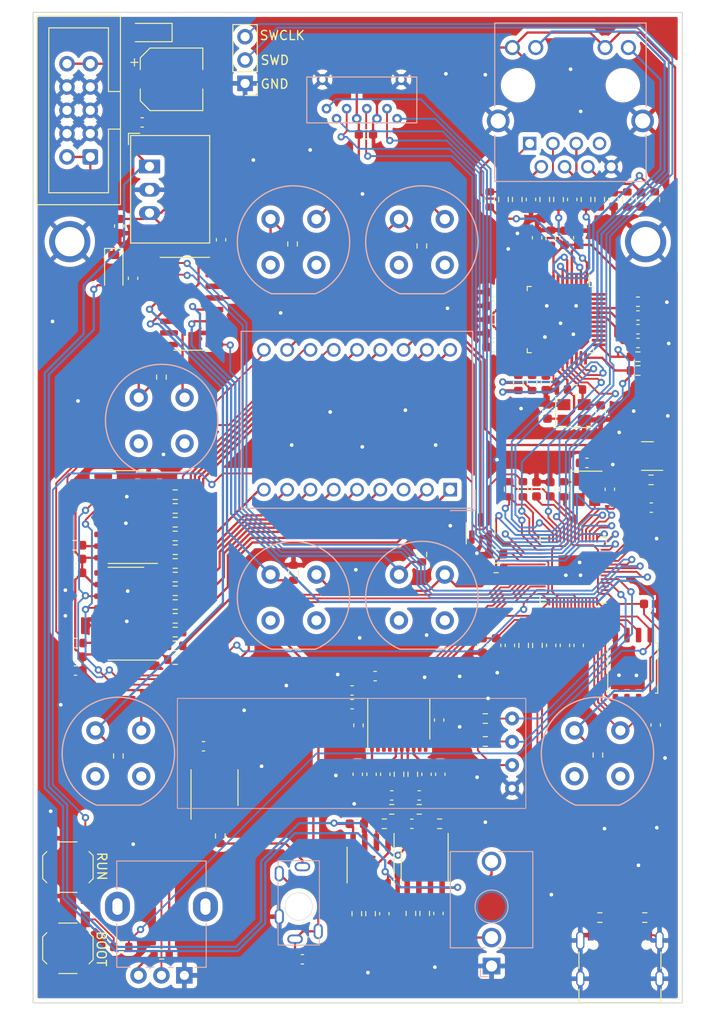
<source format=kicad_pcb>
(kicad_pcb (version 20221018) (generator pcbnew)
  (layers (0 "F.Cu" signal) (31 "B.Cu" signal) (34 "B.Paste" user) (35 "F.Paste" user) (36 "B.SilkS" user "B.Silkscreen") (37 "F.SilkS" user "F.Silkscreen") (38 "B.Mask" user) (39 "F.Mask" user) (44 "Edge.Cuts" user))
  (net 0 "")
  (net 1 "+1V1")
  (net 2 "GND")
  (net 3 "+3.3V")
  (net 4 "+3.3VA")
  (net 5 "Net-(U2-XIN)")
  (net 6 "Net-(U3-XI{slash}CLKIN)")
  (net 7 "RCT")
  (net 8 "Net-(C28-Pad1)")
  (net 9 "Net-(U3-XO)")
  (net 10 "Net-(U3-TOCAP)")
  (net 11 "Net-(U3-1V2O)")
  (net 12 "Net-(J4-TCT)")
  (net 13 "RXP")
  (net 14 "Net-(J4-RD+)")
  (net 15 "Net-(J4-RD-)")
  (net 16 "RXN")
  (net 17 "+12V")
  (net 18 "Net-(D2-A)")
  (net 19 "Net-(J2-VBUS-PadA4)")
  (net 20 "Net-(J2-CC1)")
  (net 21 "D+")
  (net 22 "D-")
  (net 24 "Net-(J2-CC2)")
  (net 26 "-12V")
  (net 27 "Net-(U2-USB_DP)")
  (net 28 "Net-(U2-USB_DM)")
  (net 29 "/CS_0")
  (net 30 "Net-(U3-TXN)")
  (net 31 "TXN")
  (net 32 "TXP")
  (net 33 "Net-(U3-TXP)")
  (net 34 "Net-(U3-RXN)")
  (net 35 "Net-(U3-RXP)")
  (net 36 "Net-(U2-XOUT)")
  (net 37 "/RUN")
  (net 38 "Net-(R25-Pad2)")
  (net 39 "LINKn")
  (net 40 "Net-(J4-Pad11)")
  (net 41 "ACTn")
  (net 42 "Net-(J4-Pad9)")
  (net 43 "Net-(U3-EXRES1)")
  (net 44 "/QSPI_SS")
  (net 45 "/~{USB_BOOT}")
  (net 46 "Net-(J7-Pin_2)")
  (net 47 "Net-(J7-Pin_3)")
  (net 48 "/QSPI_SD3")
  (net 49 "/QSPI_SCLK")
  (net 50 "/QSPI_SD0")
  (net 51 "/QSPI_SD2")
  (net 52 "/QSPI_SD1")
  (net 68 "Net-(D1-K)")
  (net 69 "Net-(U10A--)")
  (net 70 "Net-(Q1-B)")
  (net 71 "Net-(Q1-C)")
  (net 72 "Net-(Q2-B)")
  (net 73 "Net-(Q2-C)")
  (net 74 "Net-(U5-QA)")
  (net 75 "Net-(U5-QB)")
  (net 76 "Net-(U5-QC)")
  (net 77 "Net-(U5-QD)")
  (net 78 "Net-(U5-QE)")
  (net 79 "Net-(U5-QF)")
  (net 80 "Net-(U5-QG)")
  (net 81 "Net-(U5-QH)")
  (net 82 "Net-(U8-QA)")
  (net 83 "Net-(U8-QB)")
  (net 84 "Net-(U8-QC)")
  (net 85 "Net-(U8-QD)")
  (net 86 "Net-(U8-QE)")
  (net 87 "Net-(U8-QF)")
  (net 88 "Net-(U8-QG)")
  (net 89 "Net-(U5-QH')")
  (net 92 "Net-(U1-CAPP)")
  (net 93 "Net-(U1-CAPM)")
  (net 94 "Net-(U1-LDOO)")
  (net 95 "V_AUDIO")
  (net 96 "Net-(U1-VNEG)")
  (net 97 "SCL")
  (net 98 "SDA")
  (net 99 "NUM_DIG1")
  (net 100 "NUM_DIG2")
  (net 101 "/INTn")
  (net 102 "/RSTn")
  (net 103 "Net-(U13-D6)")
  (net 104 "Net-(U13-D5)")
  (net 105 "Net-(U13-D4)")
  (net 106 "Net-(U13-D3)")
  (net 107 "Net-(U13-D2)")
  (net 108 "Net-(U13-D1)")
  (net 109 "Net-(U13-D0)")
  (net 110 "BCK_PWM1")
  (net 111 "PCM_DATA")
  (net 112 "LRCLK_PWM0")
  (net 114 "SD_CLK")
  (net 115 "SD_CMD")
  (net 116 "SD_DAT0")
  (net 117 "SD_DAT1")
  (net 118 "SD_DAT2")
  (net 119 "SD_DAT3")
  (net 120 "/SCK_0")
  (net 121 "/MOSI_0")
  (net 122 "/MISO_0")
  (net 123 "NUM_SER")
  (net 124 "NUM_SCK")
  (net 125 "NUM_EN")
  (net 126 "Net-(C50-Pad1)")
  (net 127 "Net-(C51-Pad2)")
  (net 128 "Net-(U1-OUTL)")
  (net 129 "Net-(U1-OUTR)")
  (net 132 "BTN_CP")
  (net 133 "BTN_PL")
  (net 134 "BTN_Q7")
  (net 136 "VOLUME")
  (net 137 "NUM_E")
  (net 138 "NUM_N")
  (net 139 "NUM_M")
  (net 140 "NUM_L")
  (net 141 "NUM_K")
  (net 142 "NUM_D")
  (net 143 "NUM_DP")
  (net 144 "NUM_C")
  (net 145 "NUM_B")
  (net 146 "NUM_A")
  (net 147 "NUM_P")
  (net 148 "NUM_J")
  (net 149 "NUM_H")
  (net 150 "NUM_G")
  (net 151 "NUM_F")
  (net 152 "Net-(U10B-+)")
  (net 153 "Net-(U10B--)")
  (net 154 "Net-(U11A--)")
  (net 155 "Net-(U11B-+)")
  (net 156 "Net-(U11B--)")
  (net 157 "Net-(J3-PadT)")
  (net 158 "Net-(J3-PadTN)")
  (net 159 "Net-(U12A--)")
  (net 160 "Net-(R58-Pad2)")
  (net 161 "Net-(U12B--)")
  (net 162 "Net-(J1-PadT)")
  (net 163 "Net-(U12A-+)")
  (footprint "Resistor_SMD:R_0603_1608Metric" (layer "F.Cu") (at 95.81 112 -90)
    (fp_text reference "R34" hide)
    (fp_text value "470")
  )
  (footprint "Resistor_SMD:R_0603_1608Metric" (layer "F.Cu") (at 105.22 105.925 180)
    (fp_text reference "R59" hide)
    (fp_text value "5.1k")
  )
  (footprint "Resistor_SMD:R_0603_1608Metric" (layer "F.Cu") (at 71.4 96.495 180)
    (fp_text reference "R17" hide)
    (fp_text value "100")
  )
  (footprint "Capacitor_SMD:C_0603_1608Metric" (layer "F.Cu") (at 98.01 114.30625)
    (fp_text reference "C50" hide)
    (fp_text value "2.2n")
  )
  (footprint "Resistor_SMD:R_0603_1608Metric" (layer "F.Cu") (at 110.32 69.325 -90)
    (fp_text reference "R27" hide)
    (fp_text value "470")
  )
  (footprint "Resistor_SMD:R_0603_1608Metric" (layer "F.Cu") (at 71.4 83.015 180)
    (fp_text reference "R40" hide)
    (fp_text value "100")
  )
  (footprint "Resistor_SMD:R_0603_1608Metric" (layer "F.Cu") (at 110.9 97.95 90)
    (fp_text reference "R4" hide)
    (fp_text value "27")
  )
  (footprint "Capacitor_SMD:C_0603_1608Metric" (layer "F.Cu") (at 123.32 82.925)
    (fp_text reference "C8" hide)
    (fp_text value "100n")
  )
  (footprint "Resistor_SMD:R_0603_1608Metric" (layer "F.Cu") (at 69.9 68.7 90)
    (fp_text reference "R45" hide)
    (fp_text value "10k")
  )
  (footprint "Package_SO:SOIC-8_5.23x5.23mm_P1.27mm" (layer "F.Cu") (at 121.3 100.425 -90)
    (fp_text reference "U7" hide)
    (fp_text value "W25Q128JVS")
  )
  (footprint "Resistor_SMD:R_0603_1608Metric" (layer "F.Cu") (at 71.4 91.995 180)
    (fp_text reference "R31" hide)
    (fp_text value "100")
  )
  (footprint "Capacitor_SMD:C_0603_1608Metric" (layer "F.Cu") (at 111.82 69.325 -90)
    (fp_text reference "C16" hide)
    (fp_text value "100n")
  )
  (footprint "Capacitor_SMD:C_0603_1608Metric" (layer "F.Cu") (at 107.9 97.95 -90)
    (fp_text reference "C10" hide)
    (fp_text value "1u")
  )
  (footprint "Capacitor_SMD:C_0603_1608Metric" (layer "F.Cu") (at 65.3 52.225 -90)
    (fp_text reference "C42" hide)
    (fp_text value "10u")
  )
  (footprint "Capacitor_SMD:C_0603_1608Metric" (layer "F.Cu") (at 106.1 60.925 180)
    (fp_text reference "C20" hide)
    (fp_text value "100n")
  )
  (footprint "Resistor_SMD:R_0603_1608Metric" (layer "F.Cu") (at 109.4 97.95 90)
    (fp_text reference "R5" hide)
    (fp_text value "27")
  )
  (footprint "Capacitor_SMD:C_0603_1608Metric" (layer "F.Cu") (at 119.2 49.325 90)
    (fp_text reference "C26" hide)
    (fp_text value "10n")
  )
  (footprint "Resistor_SMD:R_0603_1608Metric" (layer "F.Cu") (at 113.8 80.925 90)
    (fp_text reference "R24" hide)
    (fp_text value "1k")
  )
  (footprint "Resistor_SMD:R_0603_1608Metric" (layer "F.Cu") (at 60.525 97.69)
    (fp_text reference "R3" hide)
    (fp_text value "100")
  )
  (footprint "Resistor_SMD:R_0603_1608Metric" (layer "F.Cu") (at 122.61 127.625 180)
    (fp_text reference "R10" hide)
    (fp_text value "5.1k")
  )
  (footprint "Inductor_SMD:L_0603_1608Metric" (layer "F.Cu") (at 121.8625 60.475 180)
    (fp_text reference "FB1" hide)
    (fp_text value "FerriteBead")
  )
  (footprint "Capacitor_SMD:C_0603_1608Metric" (layer "F.Cu") (at 98.81 112 -90)
    (fp_text reference "C45" hide)
    (fp_text value "100n")
  )
  (footprint "Resistor_SMD:R_0603_1608Metric" (layer "F.Cu") (at 121.8625 66.475 180)
    (fp_text reference "R16" hide)
    (fp_text value "10k")
  )
  (footprint "Button_Switch_SMD:SW_SPST_TL3342" (layer "F.Cu") (at 59.7 130.975 90)
    (fp_text reference "SW2" hide)
    (fp_text value "SW_Push")
  )
  (footprint "Capacitor_SMD:C_0603_1608Metric" (layer "F.Cu") (at 95.01 114.30625)
    (fp_text reference "C51" hide)
    (fp_text value "2.2n")
  )
  (footprint "Resistor_SMD:R_0603_1608Metric" (layer "F.Cu") (at 91.205 127.2 -90)
    (fp_text reference "R53" hide)
    (fp_text value "75")
  )
  (footprint "Package_SO:SOIC-16_3.9x9.9mm_P1.27mm" (layer "F.Cu") (at 66.025 94.49 180)
    (fp_text reference "U5" hide)
    (fp_text value "74HC595")
  )
  (footprint "Resistor_SMD:R_0603_1608Metric" (layer "F.Cu") (at 84.3 90.025 90)
    (fp_text reference "R44" hide)
    (fp_text value "10k")
  )
  (footprint "Resistor_SMD:R_0603_1608Metric" (layer "F.Cu") (at 107.2 49.325 -90)
    (fp_text reference "R20" hide)
    (fp_text value "49.9")
  )
  (footprint "Capacitor_SMD:C_0603_1608Metric" (layer "F.Cu") (at 115.4 97.95 -90)
    (fp_text reference "C2" hide)
    (fp_text value "100n")
  )
  (footprint "Capacitor_SMD:C_0603_1608Metric" (layer "F.Cu") (at 121.8625 64.975)
    (fp_text reference "C15" hide)
    (fp_text value "100n")
  )
  (footprint "Resistor_SMD:R_0603_1608Metric" (layer "F.Cu") (at 97.31 112 -90)
    (fp_text reference "R42" hide)
    (fp_text value "470")
  )
  (footprint "Capacitor_SMD:C_0603_1608Metric" (layer "F.Cu") (at 106.125 59.425 180)
    (fp_text reference "C21" hide)
    (fp_text value "100n")
  )
  (footprint "Connector_USB:USB_C_Receptacle_Palconn_UTC16-G" (layer "F.Cu") (at 119.9 132.05)
    (fp_text reference "J2" hide)
    (fp_text value "USB_C_Receptacle_USB2.0")
  )
  (footprint "Resistor_SMD:R_0603_1608Metric" (layer "F.Cu") (at 100.23 117.4)
    (fp_text reference "R54" hide)
    (fp_text value "10k")
  )
  (footprint "Resistor_SMD:R_0603_1608Metric" (layer "F.Cu") (at 98.3 54.4 -90)
    (fp_text reference "R47" hide)
    (fp_text value "10k")
  )
  (footprint "Package_DFN_QFN:QFN-56-1EP_7x7mm_P0.4mm_EP3.2x3.2mm" (layer "F.Cu") (at 114.8 89.725 180)
    (fp_text reference "U2" hide)
    (fp_text value "RP2040")
  )
  (footprint "Resistor_SMD:R_0603_1608Metric" (layer "F.Cu") (at 98.01 115.825)
    (fp_text reference "R55" hide)
    (fp_text value "10k")
  )
  (footprint "Resistor_SMD:R_0603_1608Metric" (layer "F.Cu") (at 95.01 115.825 180)
    (fp_text reference "R50" hide)
    (fp_text value "10k")
  )
  (footprint "Connector_PinHeader_2.54mm:PinHeader_1x03_P2.54mm_Vertical" (layer "F.Cu") (at 79.02 36.665 180)
    (fp_text reference "J7" hide)
    (fp_text value "Conn_01x03")
  )
  (footprint "Resistor_SMD:R_0603_1608Metric" (layer "F.Cu") (at 105.7 49.325 -90)
    (fp_text reference "R11" hide)
    (fp_text value "4.7")
  )
  (footprint "Resistor_SMD:R_0603_1608Metric" (layer "F.Cu") (at 106.4 89.5)
    (fp_text reference "R1" hide)
    (fp_text value "1k")
  )
  (footprint "Capacitor_SMD:C_0603_1608Metric" (layer "F.Cu") (at 117.8 72.55 -90)
    (fp_text reference "C29" hide)
    (fp_text value "22p")
  )
  (footprint "Capacitor_SMD:C_0603_1608Metric" (layer "F.Cu") (at 106.1 65.425 180)
    (fp_text reference "C31" hide)
    (fp_text value "100n")
  )
  (footprint "Capacitor_SMD:C_0603_1608Metric" (layer "F.Cu") (at 112.3 80.925 90)
    (fp_text reference "C6" hide)
    (fp_text value "100n")
  )
  (footprint "Package_SO:SOIC-8_3.9x4.9mm_P1.27mm" (layer "F.Cu") (at 98.605 121.9 -90)
    (fp_text reference "U11" hide)
    (fp_text value "NE5532")
  )
  (footprint "Capacitor_SMD:C_0603_1608Metric" (layer "F.Cu") (at 60.525 100.69 180)
    (fp_text reference "C12" hide)
    (fp_text value "10u")
  )
  (footprint "Resistor_SMD:R_0603_1608Metric" (layer "F.Cu") (at 98.61 127.175 -90)
    (fp_text reference "R56" hide)
    (fp_text value "75")
  )
  (footprint "Capacitor_SMD:C_0603_1608Metric" (layer "F.Cu") (at 85.27 132.175)
    (fp_text reference "C58" hide)
    (fp_text value "10u")
  )
  (footprint "Resistor_SMD:R_0603_1608Metric" (layer "F.Cu") (at 65.2 110 -90)
    (fp_text reference "R43" hide)
    (fp_text value "10k")
  )
  (footprint "Resistor_SMD:R_0603_1608Metric" (layer "F.Cu") (at 71.4 86.015 180)
    (fp_text reference "R37" hide)
    (fp_text value "100")
  )
  (footprint "Capacitor_SMD:C_0603_1608Metric" (layer "F.Cu") (at 110.8625 53.5 90)
    (fp_text reference "C18" hide)
    (fp_text value "100n")
  )
  (footprint "Capacitor_SMD:C_0603_1608Metric" (layer "F.Cu") (at 93.205 101.3 180)
    (fp_text reference "C44" hide)
    (fp_text value "1u")
  )
  (footprint "Capacitor_SMD:C_0603_1608Metric" (layer "F.Cu") (at 112.4 97.95 -90)
    (fp_text reference "C4" hide)
    (fp_text value "100n")
  )
  (footprint "MountingHole:MountingHole_3.2mm_M3_DIN965_Pad" (layer "F.Cu") (at 59.9 53.925)
    (fp_text reference "H2" hide)
    (fp_text value "MountingHole_Pad")
  )
  (footprint "Resistor_SMD:R_0603_1608Metric" (layer "F.Cu") (at 108.82 69.325 -90)
    (fp_text reference "R26" hide)
    (fp_text value "470")
  )
  (footprint "Capacitor_SMD:C_0603_1608Metric" (layer "F.Cu") (at 60.525 99.19 180)
    (fp_text reference "C27" hide)
    (fp_text value "100n")
  )
  (footprint "Capacitor_SMD:C_0603_1608Metric" (layer "F.Cu") (at 92.2 42.225)
    (fp_text reference "C37" hide)
    (fp_text value "10u")
  )
  (footprint "Button_Switch_SMD:SW_SPST_TL3342" (layer "F.Cu") (at 59.7 122.125 90)
    (fp_text reference "SW1" hide)
    (fp_text value "SW_Push")
  )
  (footprint "Capacitor_SMD:C_0603_1608Metric" (layer "F.Cu") (at 90.685 104.3625 180)
    (fp_text reference "C39" hide)
    (fp_text value "10u")
  )
  (footprint "Capacitor_SMD:C_0603_1608Metric" (layer "F.Cu") (at 113.8625 53.5 90)
    (fp_text reference "C19" hide)
    (fp_text value "100n")
  )
  (footprint "Capacitor_SMD:C_0603_1608Metric" (layer "F.Cu") (at 94.205 127.2 -90)
    (fp_text reference "C53" hide)
    (fp_text value "100n")
  )
  (footprint "Diode_SMD:D_SOD-123" (layer "F.Cu") (at 68.7 31.125 180)
    (fp_text reference "D2" hide)
    (fp_text value "SM4007")
  )
  (footprint "Resistor_SMD:R_0603_1608Metric" (layer "F.Cu") (at 115 70.05 180)
    (fp_text reference "R23" hide)
    (fp_text value "1M")
  )
  (footprint "Resistor_SMD:R_0603_1608Metric" (layer "F.Cu") (at 71.4 81.515 180)
    (fp_text reference "R41" hide)
    (fp_text value "100")
  )
  (footprint "Package_SO:SOIC-8_3.9x4.9mm_P1.27mm" (layer "F.Cu") (at 92.705 121.9 -90)
    (fp_text reference "U10" hide)
    (fp_text value "NE5532")
  )
  (footprint "Capacitor_SMD:C_0603_1608Metric" (layer "F.Cu") (at 115.3625 53.5 90)
    (fp_text reference "C22" hide)
    (fp_text value "100n")
  )
  (footprint "Package_TO_SOT_SMD:SOT-23" (layer "F.Cu") (at 122.9 77.3 180)
    (fp_text reference "Q2" hide)
    (fp_text value "MMBT3904")
  )
  (footprint "Resistor_SMD:R_0603_1608Metric" (layer "F.Cu") (at 65.52 130.825 180)
    (fp_text reference "R38" hide)
    (fp_text value "1k")
  )
  (footprint "Resistor_SMD:R_0603_1608Metric" (layer "F.Cu") (at 76.32 118.725 90)
    (fp_text reference "R60" hide)
    (fp_text value "100k")
  )
  (footprint "Capacitor_SMD:C_0603_1608Metric" (layer "F.Cu") (at 121.8625 61.975)
    (fp_text reference "C13" hide)
    (fp_text value "100n")
  )
  (footprint "Capacitor_SMD:C_0603_1608Metric" (layer "F.Cu") (at 94.31 112 -90)
    (fp_text reference "C49" hide)
    (fp_text value "2.2u")
  )
  (footprint "Resistor_SMD:R_0603_1608Metric" (layer "F.Cu") (at 116.2 49.325 -90)
    (fp_text reference "R15" hide)
    (fp_text value "4.7")
  )
  (footprint "Resistor_SMD:R_0603_1608Metric" (layer "F.Cu") (at 123.3 79.9 180)
    (fp_text reference "R2" hide)
    (fp_text value "1k")
  )
  (footprint "Crystal:Crystal_SMD_3225-4Pin_3.2x2.5mm" (layer "F.Cu") (at 114.9 72.55)
    (fp_text reference "Y2" hide)
    (fp_text value "25MHz")
  )
  (footprint "Resistor_SMD:R_0603_1608Metric" (layer "F.Cu") (at 71.4 89.015 180)
    (fp_text reference "R35" hide)
    (fp_text value "100")
  )
  (footprint "Resistor_SMD:R_0603_1608Metric" (layer "F.Cu") (at 92.705 127.2 -90)
    (fp_text reference "R52" hide)
    (fp_text value "75")
  )
  (footprint "Capacitor_SMD:CP_Elec_6.3x5.4" (layer "F.Cu") (at 71 36.225)
    (fp_text reference "C35" hide)
    (fp_text value "100u")
  )
  (footprint "Resistor_SMD:R_0603_1608Metric" (layer "F.Cu") (at 117.7 49.325 90)
    (fp_text reference "R22" hide)
    (fp_text value "49.9")
  )
  (footprint "MountingHole:MountingHole_3.2mm_M3_DIN965_Pad" (layer "F.Cu") (at 122.7 53.925)
    (fp_text reference "H1" hide)
    (fp_text value "MountingHole_Pad")
  )
  (footprint "Capacitor_SMD:C_0603_1608Metric" (layer "F.Cu") (at 106.4 97.95 -90)
    (fp_text reference "C11" hide)
    (fp_text value "1u")
  )
  (footprint "Capacitor_SMD:C_0603_1608Metric" (layer "F.Cu") (at 106.4 88 180)
    (fp_text reference "C7" hide)
    (fp_text value "100n")
  )
  (footprint "Diode_SMD:D_SOD-123" (layer "F.Cu") (at 64.7 57.025 -90)
    (fp_text reference "D1" hide)
    (fp_text value "SM4007")
  )
  (footprint "Resistor_SMD:R_0603_1608Metric" (layer "F.Cu") (at 120.7 49.325 90)
    (fp_text reference "R21" hide)
    (fp_text value "49.9")
  )
  (footprint "Capacitor_SMD:C_0603_1608Metric" (layer "F.Cu") (at 91.31 112 -90)
    (fp_text reference "C48" hide)
    (fp_text value "10u")
  )
  (footprint "Resistor_SMD:R_0603_1608Metric" (layer "F.Cu") (at 71.4 97.995 180)
    (fp_text reference "R13" hide)
    (fp_text value "100")
  )
  (footprint "Capacitor_SMD:C_0603_1608Metric" (layer "F.Cu") (at 106.1 62.425 180)
    (fp_text reference "C30" hide)
    (fp_text value "10u")
  )
  (footprint "Resistor_SMD:R_0603_1608Metric" (layer "F.Cu") (at 71.4 99.495 180)
    (fp_text reference "R6" hide)
    (fp_text value "100")
  )
  (footprint "Resistor_SMD:R_0603_1608Metric" (layer "F.Cu") (at 84.2 54.175 -90)
    (fp_text reference "R46" hide)
    (fp_text value "10k")
  )
  (footprint "Capacitor_SMD:C_0603_1608Metric" (layer "F.Cu") (at 104.9 97.95 -90)
    (fp_text reference "C5" hide)
    (fp_text value "100n")
  )
  (footprint "Capacitor_SMD:C_0603_1608Metric" (layer "F.Cu") (at 100.31 112 -90)
    (fp_text reference "C47" hide)
    (fp_text value "10u")
  )
  (footprint "Capacitor_SMD:C_0603_1608Metric" (layer "F.Cu") (at 67.8 40.925)
    (fp_text reference "C41" hide)
    (fp_text value "10u")
  )
  (footprint "Resistor_SMD:R_0603_1608Metric" (layer "F.Cu") (at 71.4 93.495 180)
    (fp_text reference "R28" hide)
    (fp_text value "100")
  )
  (footprint "Capacitor_SMD:C_0603_1608Metric" (layer "F.Cu") (at 106.1 63.925 180)
    (fp_text reference "C17" hide)
    (fp_text value "100n")
  )
  (footprint "Resistor_SMD:R_0603_1608Metric" (layer "F.Cu") (at 111.7 49.325 -90)
    (fp_text reference "R19" hide)
    (fp_text value "49.9")
  )
  (footprint "Resistor_SMD:R_0603_1608Metric" (layer "F.Cu") (at 117.5 109.9 -90)
    (fp_text reference "R49" hide)
    (fp_text value "10k")
  )
  (footprint "Resistor_SMD:R_0603_1608Metric" (layer "F.Cu") (at 105.22 108.425 180)
    (fp_text reference "R61" hide)
    (fp_text value "5.1k")
  )
  (footprint "Resistor_SMD:R_0603_1608Metric" (layer "F.Cu") (at 71.4 94.995 180)
    (fp_text reference "R18" hide)
    (fp_text value "100")
  )
  (footprint "Connector_IDC:IDC-Header_2x05_P2.54mm_Vertical" (layer "F.Cu") (at 62.14 44.685 180)
    (fp_text reference "J6" hide)
    (fp_text value "Conn_02x05_Odd_Even")
  )
  (footprint "Capacitor_SMD:C_0603_1608Metric" (layer "F.Cu") (at 110.8 80.925 90)
    (fp_text reference "C1" hide)
    (fp_text value "100n")
  )
  (footprint "Inductor_SMD:L_0603_1608Metric" (layer "F.Cu") (at 91.385 106.6625 -90)
    (fp_text reference "FB3" hide)
    (fp_text value "FerriteBead")
  )
  (footprint "Capacitor_SMD:C_0603_1608Metric" (layer "F.Cu") (at 66.8 57.925 90)
    (fp_text reference "C52" hide)
    (fp_text value "10u")
  )
  (footprint "Resistor_SMD:R_0603_1608Metric" (layer "F.Cu") (at 113.2 49.325 90)
    (fp_text reference "R9" hide)
    (fp_text value "4.7")
  )
  (footprint "Capacitor_SMD:C_0603_1608Metric" (layer "F.Cu") (at 123.8 106.625 -90)
    (fp_text reference "C40" hide)
    (fp_text value "100n")
  )
  (footprint "Capacitor_SMD:C_0603_1608Metric" (layer "F.Cu") (at 123.3 93.425)
    (fp_text reference "C9" hide)
    (fp_text value "100n")
  )
  (footprint "Capacitor_SMD:C_0603_1608Metric" (layer "F.Cu") (at 118.8 80.925 90)
    (fp_text reference "C24" hide)
    (fp_text value "27p")
  )
  (footprint "Capacitor_SMD:C_0603_1608Metric" (layer "F.Cu") (at 100.11 127.175 -90)
    (fp_text reference "C55" hide)
    (fp_text value "100n")
  )
  (footprint "Package_SO:SOIC-8_3.9x4.9mm_P1.27mm" (layer "F.Cu") (at 75.685 113.45 90)
    (fp_text reference "U12" hide)
    (fp_text value "MCP6002-xSN")
  )
  (footprint "Capacitor_SMD:C_0603_1608Metric" (layer "F.Cu") (at 100.185 106.0875 -90)
    (fp_text reference "C43" hide)
    (fp_text value "2.2u")
  )
  (footprint "Capacitor_SMD:C_0603_1608Metric" (layer "F.Cu") (at 97.205 117.4 180)
    (fp_text reference "C56" hide)
    (fp_text value "100n")
  )
  (footprint "Resistor_SMD:R_0603_1608Metric" (layer "F.Cu") (at 60.475 87.03)
    (fp_text reference "R33" hide)
    (fp_text value "100")
  )
  (footprint "Resistor_SMD:R_0603_1608Metric" (layer "F.Cu") (at 97.105 127.175 -90)
    (fp_text reference "R57" hide)
    (fp_text value "75")
  )
  (footprint "Capacitor_SMD:C_0603_1608Metric" (layer "F.Cu") (at 92.81 112 -90)
    (fp_text reference "C46" hide)
    (fp_text value "100n")
  )
  (footprint "Package_SO:SOIC-16_3.9x9.9mm_P1.27mm" (layer "F.Cu") (at 66.025 83.95 180)
    (fp_text reference "U8" hide)
    (fp_text value "74HC595")
  )
  (footprint "Resistor_SMD:R_0603_1608Metric" (layer "F.Cu") (at 69.92 131.625 180)
    (fp_text reference "R58" hide)
    (fp_text value "100")
  )
  (footprint "Capacitor_SMD:C_0603_1608Metric" (layer "F.Cu") (at 114.7 49.325 90)
    (fp_text reference "C33" hide)
    (fp_text value "6.8n")
  )
  (footprint "Capacitor_SMD:C_0603_1608Metric" (layer "F.Cu") (at 60.475 90.03 180)
    (fp_text reference "C36" hide)
    (fp_text value "10u")
  )
  (footprint "Capacitor_SMD:C_0603_1608Metric" (layer "F.Cu") (at 112 72.45 -90)
    (fp_text reference "C25" hide)
    (fp_text value "22p")
  )
  (footprint "Resistor_SMD:R_0603_1608Metric" (layer "F.Cu") (at 108.7 49.325 -90)
    (fp_text reference "R30" hide)
    (fp_text value "10")
  )
  (footprint "Capacitor_SMD:C_0603_1608Metric" (layer "F.Cu") (at 74.485 108.95)
    (fp_text reference "C57" hide)
    (fp_text value "100n")
  )
  (footprint "Capacitor_SMD:C_0603_1608Metric" (layer "F.Cu") (at 91.205 117.4 180)
    (fp_text reference "C54" hide)
    (fp_text value "100n")
  )
  (footprint "Package_SO:SOIC-16_3.9x9.9mm_P1.27mm" (layer "F.Cu") (at 73.2 60.7)
    (fp_text reference "U13" hide)
    (fp_text value "74HC165")
  )
  (footprint "Package_QFP:LQFP-48_7x7mm_P0.5mm" (layer "F.Cu") (at 113.4 62.425 -90)
    (fp_text reference "U3" hide)
    (fp_text value "W5500")
  )
  (footprint "Package_TO_SOT_SMD:SOT-23" (layer "F.Cu") (at 104.7 85.2 90)
    (fp_text reference "Q1" hide)
    (fp_text value "MMBT3904")
  )
  (footprint "Crystal:Crystal_SMD_3225-4Pin_3.2x2.5mm" (layer "F.Cu") (at 116.3 80.95 -90)
    (fp_text reference "Y1" hide)
    (fp_text value "12MHz")
  )
  (footprint "Resistor_SMD:R_0603_1608Metric" (layer "F.Cu") (at 121.8625 67.975 180)
    (fp_text reference "R14" hide)
    (fp_text value "10k")
  )
  (footprint "Resistor_SMD:R_0603_1608Metric" (layer "F.Cu") (at 117.71 127.625)
    (fp_text reference "R7" hide)
    (fp_text value "5.1k")
  )
  (footprint "Resistor_SMD:R_0603_1608Metric" (layer "F.Cu") (at 107.82 80.925 -90)
    (fp_text reference "R8" hide)
    (fp_text value "10k")
  )
  (footprint "Capacitor_SMD:C_0603_1608Metric" (layer "F.Cu") (at 121.8625 63.475)
    (fp_text reference "C14" hide)
    (fp_text value "100n")
  )
  (footprint "Capacitor_SMD:C_0603_1608Metric" (layer "F.Cu") (at 60.475 88.53 180)
    (fp_text reference "C23" hide)
    (fp_text value "100n")
  )
  (footprint "Resistor_SMD:R_0603_1608Metric" (layer "F.Cu") (at 98.3 88.025 90)
    (fp_text reference "R48" hide)
    (fp_text value "10k")
  )
  (footprint "Resistor_SMD:R_0603_1608Metric" (layer "F.Cu") (at 94.205 117.4)
    (fp_text reference "R51" hide)
    (fp_text value "10k")
  )
  (footprint "Capacitor_SMD:C_0603_1608Metric" (layer "F.Cu") (at 76.4 53.725 90)
    (fp_text reference "C59" hide)
    (fp_text value "100n")
  )
  (footprint "Capacitor_SMD:C_0603_1608Metric" (layer "F.Cu") (at 113.9 97.95 -90)
    (fp_text reference "C3" hide)
    (fp_text value "100n")
  )
  (footprint "Resistor_SMD:R_0603_1608Metric" (layer "F.Cu") (at 71.4 84.515 180)
    (fp_text reference "R39" hide)
    (fp_text value "100")
  )
  (footprint "Capacitor_SMD:C_0603_1608Metric" (layer "F.Cu") (at 116.3 78.05)
    (fp_text reference "C28" hide)
    (fp_text value "27p")
  )
  (footprint "Package_SO:TSSOP-20_4.4x6.5mm_P0.65mm" (layer "F.Cu") (at 95.785 105.9625 90)
    (fp_text reference "U1" hide)
    (fp_text value "PCM5100A")
  )
  (footprint "Capacitor_SMD:C_0603_1608Metric" (layer "F.Cu") (at 122.2 49.325 -90)
    (fp_text reference "C34" hide)
    (fp_text value "6.8n")
  )
  (footprint "Resistor_SMD:R_0603_1608Metric" (layer "F.Cu") (at 123.7 49.325 -90)
    (fp_text reference "R12" hide)
    (fp_text value "4.7")
  )
  (footprint "Converter_DCDC:Converter_DCDC_RECOM_R-78E-0.5_THT" (layer "F.Cu") (at 68.6 45.725 -90)
    (fp_text reference "U6" hide)
    (fp_text value "R-783.3-1.0")
  )
  (footprint "Capacitor_SMD:C_0603_1608Metric" (layer "F.Cu") (at 90.685 102.8625 180)
    (fp_text reference "C38" hide)
    (fp_text value "100n")
  )
  (footprint "Resistor_SMD:R_0603_1608Metric" (layer "F.Cu") (at 71.4 90.495 180)
    (fp_text reference "R32" hide)
    (fp_text value "100")
  )
  (footprint "Resistor_SMD:R_0603_1608Metric" (layer "F.Cu") (at 109.32 80.925 90)
    (fp_text reference "R25" hide)
    (fp_text value "1k")
  )
  (footprint "Capacitor_SMD:C_0603_1608Metric" (layer "F.Cu") (at 110.2 49.325 90)
    (fp_text reference "C32" hide)
    (fp_text value "10n")
  )
  (footprint "Resistor_SMD:R_0603_1608Metric" (layer "F.Cu") (at 71.4 87.515 180)
    (fp_text reference "R36" hide)
    (fp_text value "100")
  )
  (footprint "Resistor_SMD:R_0603_1608Metric" (layer "F.Cu") (at 112.3625 53.5 -90)
    (fp_text reference "R29" hide)
    (fp_text value "12.4k")
  )
  (footprint "Button_Switch_THT:Push_E-Switch_KS01Q01" (layer "B.Cu") (at 86.8 51.465 180)
    (fp_text reference "SW5" hide)
    (fp_text value "SW_Push")
  )
  (footprint "Connector_Audio:Jack_3.5mm_QingPu_WQP-PJ398SM_Vertical_CircularHoles" (layer "B.Cu") (at 105.9 132.905)
    (fp_text reference "J3" hide)
    (fp_text value "AudioJack2_SwitchT")
  )
  (footprint "footprints:PJS008U-3000-0" (layer "B.Cu") (at 91.35 37.925)
    (fp_text reference "U9" hide)
    (fp_text value "PJS008U-3000-0")
  )
  (footprint "Button_Switch_THT:Push_E-Switch_KS01Q01" (layer "B.Cu") (at 86.8 90.225 180)
    (fp_text reference "SW7" hide)
    (fp_text value "SW_Push")
  )
  (footprint "Display_7Segment:DA56-11CGKWA" (layer "B.Cu") (at 101.387514 80.965 90)
    (fp_text reference "U4" hide)
    (fp_text value "PDC54-11GWA")
  )
  (footprint "Button_Switch_THT:Push_E-Switch_KS01Q01" (layer "B.Cu") (at 119.95 107.225 180)
    (fp_text reference "SW3" hide)
    (fp_text value "SW_Push")
  )
  (footprint "Button_Switch_THT:Push_E-Switch_KS01Q01" (layer "B.Cu") (at 100.8 51.465 180)
    (fp_text reference "SW4" hide)
    (fp_text value "SW_Push")
  )
  (footprint "Button_Switch_THT:Push_E-Switch_KS01Q01" (layer "B.Cu") (at 67.7 107.225 180)
    (fp_text reference "SW9" hide)
    (fp_text value "SW_Push")
  )
  (footprint "Connector_Audio:STX-3790-5N" (layer "B.Cu") (at 84.87 126.425 90)
    (fp_text reference "J1" hide)
    (fp_text value "AudioJack3_SwitchTR")
    (fp_circle (center 0 0) (end 1.5 0) (stroke (width 0.05)) (fill none) (layer "Edge.Cuts"))
  )
  (footprint "Button_Switch_THT:Push_E-Switch_KS01Q01" (layer "B.Cu") (at 100.8 90.225 180)
    (fp_text reference "SW6" hide)
    (fp_text value "SW_Push")
  )
  (footprint "footprints:BEL_SI-46001-F" (layer "B.Cu") (at 114.5 36.87)
    (fp_text reference "J4" hide)
    (fp_text value "SI-46001-F")
  )
  (footprint "Potentiometer_THT:Potentiometer_Alpha_RD901F-40-00D_Single_Vertical" (layer "B.Cu") (at 72.4 133.925 90)
    (fp_text reference "RV1" hide)
    (fp_text value "100k")
  )
  (footprint "footprints:SSD1306" (layer "B.Cu") (at 90.64 109.725 180)
    (fp_text reference "J5" hide)
    (fp_text value "Conn_01x04")
  )
  (footprint "Button_Switch_THT:Push_E-Switch_KS01Q01" (layer "B.Cu") (at 72.423 70.928 180)
    (fp_text reference "SW8" hide)
    (fp_text value "SW_Push")
  )
  (gr_rect (start 55.9 28.925) (end 126.7 136.925) (stroke (width 0.1)) (fill none) (layer "Edge.Cuts"))
  (gr_text "SWD" (at 80.62 34.725) (layer "F.SilkS") (effects (font (size 1 1)) (justify left bottom)))
  (gr_text "RUN" (at 63.4 122.025 -90) (layer "F.SilkS") (effects (font (size 1 1))))
  (gr_text "GND" (at 80.62 37.325) (layer "F.SilkS") (effects (font (size 1 1)) (justify left bottom)))
  (gr_text "BOOT" (at 63.35 131.025 -90) (layer "F.SilkS") (effects (font (size 1 1))))
  (gr_text "SWCLK" (at 80.52 32.025) (layer "F.SilkS") (effects (font (size 1 1)) (justify left bottom)))
  (segment (start 115 92.62864) (end 114.79636 92.425) (width 0.2) (layer "F.Cu") (net 1))
  (segment (start 113.20364 92.425) (end 113 92.62864) (width 0.2) (layer "F.Cu") (net 1))
  (segment (start 113 93.1625) (end 113 94.793628) (width 0.2) (layer "F.Cu") (net 1))
  (segment (start 112.5 87.425) (end 112.8 87.125) (width 0.2) (layer "F.Cu") (net 1))
  (segment (start 115 96.775) (end 115.4 97.175) (width 0.2) (layer "F.Cu") (net 1))
  (segment (start 113 94.793628) (end 112.168628 95.625) (width 0.2) (layer "F.Cu") (net 1))
  (segment (start 115 93.1625) (end 115 96.775) (width 0.2) (layer "F.Cu") (net 1))
  (segment (start 113.20364 92.425) (end 112.85 92.425) (width 0.2) (layer "F.Cu") (net 1))
  (segment (start 112.688628 82.625) (end 111.42 82.625) (width 0.2) (layer "F.Cu") (net 1))
  (segment (start 110.8 82.005) (end 110.8 81.725) (width 0.2) (layer "F.Cu") (net 1))
  (segment (start 109.45 95.625) (end 107.9 97.175) (width 0.2) (layer "F.Cu") (net 1))
  (segment (start 112.168628 95.625) (end 109.45 95.625) (width 0.2) (layer "F.Cu") (net 1))
  (segment (start 113 92.62864) (end 113 93.1625) (width 0.2) (layer "F.Cu") (net 1))
  (segment (start 113.89636 87.125) (end 114.2 86.82136) (width 0.2) (layer "F.Cu") (net 1))
  (segment (start 114.2 86.82136) (end 114.2 86.2875) (width 0.2) (layer "F.Cu") (net 1))
  (segment (start 112.8 87.125) (end 113.89636 87.125) (width 0.2) (layer "F.Cu") (net 1))
  (segment (start 112.5 92.075) (end 112.5 87.425) (width 0.2) (layer "F.Cu") (net 1))
  (segment (start 115 93.1625) (end 115 92.62864) (width 0.2) (layer "F.Cu") (net 1))
  (segment (start 114.2 84.136372) (end 112.688628 82.625) (width 0.2) (layer "F.Cu") (net 1))
  (segment (start 111.42 82.625) (end 110.8 82.005) (width 0.2) (layer "F.Cu") (net 1))
  (segment (start 114.79636 92.425) (end 113.20364 92.425) (width 0.2) (layer "F.Cu") (net 1))
  (segment (start 114.2 86.2875) (end 114.2 84.136372) (width 0.2) (layer "F.Cu") (net 1))
  (segment (start 112.85 92.425) (end 112.5 92.075) (width 0.2) (layer "F.Cu") (net 1))
  (segment (start 119.92 80.825) (end 119.245 80.15) (width 0.2) (layer "F.Cu") (net 2))
  (segment (start 98.06 101.965) (end 98.06 103.1) (width 0.2) (layer "F.Cu") (net 2))
  (segment (start 115.45 82.05) (end 115.45 81.7625) (width 0.2) (layer "F.Cu") (net 2))
  (segment (start 94.16 108.825) (end 94.16 108.087501) (width 0.25) (layer "F.Cu") (net 2))
  (segment (start 92.975 42.225) (end 92.975 40.95) (width 0.25) (layer "F.Cu") (net 2))
  (segment (start 112.15 58.2625) (end 112.15 60.695) (width 0.2) (layer "F.Cu") (net 2))
  (segment (start 115.15 60.895) (end 115.12 60.925) (width 0.2) (layer "F.Cu") (net 2))
  (segment (start 98.6 101.425) (end 98.71 101.535) (width 0.2) (layer "F.Cu") (net 2))
  (segment (start 111.67 61.175) (end 111.92 60.925) (width 0.2) (layer "F.Cu") (net 2))
  (segment (start 117.475 80.175) (end 117.15 79.85) (width 0.2) (layer "F.Cu") (net 2))
  (segment (start 119.195 83.05) (end 119.92 82.325) (width 0.2) (layer "F.Cu") (net 2))
  (segment (start 93.51 102.38) (end 92.43 101.3) (width 0.25) (layer "F.Cu") (net 2))
  (segment (start 119.245 80.15) (end 118.8 80.15) (width 0.2) (layer "F.Cu") (net 2))
  (segment (start 119.92 82.325) (end 119.92 80.825) (width 0.2) (layer "F.Cu") (net 2))
  (segment (start 93.51 103.1) (end 93.51 102.38) (width 0.25) (layer "F.Cu") (net 2))
  (segment (start 115.15 59.925) (end 115.15 60.895) (width 0.2) (layer "F.Cu") (net 2))
  (segment (start 112.045 70.1) (end 111.82 70.1) (width 0.2) (layer "F.Cu") (net 2))
  (segment (start 112.65 66.5875) (end 112.65 69.495) (width 0.2) (layer "F.Cu") (net 2))
  (segment (start 96.7375 106.0875) (end 101.6825 106.0875) (width 0.25) (layer "F.Cu") (net 2))
  (segment (start 98.6 101.425) (end 98.06 101.965) (width 0.2) (layer "F.Cu") (net 2))
  (segment (start 118.8 80.175) (end 117.475 80.175) (width 0.2) (layer "F.Cu") (net 2))
  (segment (start 116.7 129.54) (end 116.16 129.54) (width 0.2) (layer "F.Cu") (net 2))
  (segment (start 112.65 69.495) (end 112.045 70.1) (width 0.2) (layer "F.Cu") (net 2))
  (segment (start 101.6825 106.0875) (end 102.42 106.825) (width 0.25) (layer "F.Cu") (net 2))
  (segment (start 109.2375 60.175) (end 111.17 60.175) (width 0.2) (layer "F.Cu") (net 2))
  (segment (start 116.16 129.54) (end 115.58 130.12) (width 0.2) (layer "F.Cu") (net 2))
  (segment (start 117.685 83.05) (end 119.195 83.05) (width 0.2) (layer "F.Cu") (net 2))
  (segment (start 115.4 59.675) (end 115.15 59.925) (width 0.2) (layer "F.Cu") (net 2))
  (segment (start 111.17 60.175) (end 111.92 60.925) (width 0.2) (layer "F.Cu") (net 2))
  (segment (start 117.5625 59.675) (end 115.4 59.675) (width 0.2) (layer "F.Cu") (net 2))
  (segment (start 93.4 40.525) (end 93.4 38.905) (width 0.25) (layer "F.Cu") (net 2))
  (segment (start 98.71 101.535) (end 98.71 103.1) (width 0.2) (layer "F.Cu") (net 2))
  (segment (start 94.16 108.087501) (end 96.122501 106.125) (width 0.25) (layer "F.Cu") (net 2))
  (segment (start 113.27 62.675) (end 113.42 62.825) (width 0.2) (layer "F.Cu") (net 2))
  (segment (start 115.15 58.2625) (end 115.15 59.925) (width 0.2) (layer "F.Cu") (net 2))
  (segment (start 95.46 103.1) (end 95.46 101.065) (width 0.2) (layer "F.Cu") (net 2))
  (segment (start 96.7 106.125) (end 96.7375 106.0875) (width 0.25) (layer "F.Cu") (net 2))
  (segment (start 115.8 84.935) (end 117.685 83.05) (width 0.2) (layer "F.Cu") (net 2))
  (segment (start 123.1 129.54) (end 123.64 129.54) (width 0.2) (layer "F.Cu") (net 2))
  (segment (start 109.2375 61.175) (end 111.67 61.175) (width 0.2) (layer "F.Cu") (net 2))
  (segment (start 93.4 38.905) (end 96.05 36.255) (width 0.25) (layer "F.Cu") (net 2))
  (segment (start 115.45 81.7625) (end 117.15 80.0625) (width 0.2) (layer "F.Cu") (net 2))
  (segment (start 96.122501 106.125) (end 96.7 106.125) (width 0.25) (layer "F.Cu") (net 2))
  (segment (start 95.46 101.065) (end 95.5 101.025) (width 0.2) (layer "F.Cu") (net 2))
  (segment (start 115.8 86.2875) (end 115.8 84.935) (width 0.2) (layer "F.Cu") (net 2))
  (segment (start 117.15 80.0625) (end 117.15 79.85) (width 0.2) (layer "F.Cu") (net 2))
  (segment (start 92.975 40.95) (end 93.4 40.525) (width 0.25) (layer "F.Cu") (net 2))
  (segment (start 123.64 129.54) (end 124.22 130.12) (width 0.2) (layer "F.Cu") (net 2))
  (segment (start 112.15 60.695) (end 111.92 60.925) (width 0.2) (layer "F.Cu") (net 2))
  (segment (start 109.2375 62.675) (end 113.27 62.675) (width 0.2) (layer "F.Cu") (net 2))
  (via (at 91.1 89.7) (size 0.8) (drill 0.4) (layers "F.Cu" "B.Cu") (net 2))
  (via (at 104.32 112.325) (size 0.8) (drill 0.4) (layers "F.Cu" "B.Cu") (net 2))
  (via (at 91.82 48.725) (size 0.8) (drill 0.4) (layers "F.Cu" "B.Cu") (net 2))
  (via (at 121.4 72.4) (size 0.8) (drill 0.4) (layers "F.Cu" "B.Cu") (net 2))
  (via (at 118.22 117.925) (size 0.8) (drill 0.4) (layers "F.Cu" "B.Cu") (net 2))
  (via (at 86.12 43.925) (size 0.8) (drill 0.4) (layers "F.Cu" "B.Cu") (net 2))
  (via (at 113.42 62.825) (size 0.8) (drill 0.4) (layers "F.Cu" "B.Cu") (net 2))
  (via (at 111.92 60.925) (size 0.8) (drill 0.4) (layers "F.Cu" "B.Cu") (net 2))
  (via (at 98.6 101.425) (size 0.8) (drill 0.4) (layers "F.Cu" "B.Cu") (net 2))
  (via (at 123.92 117.825) (size 0.8) (drill 0.4) (layers "F.Cu" "B.Cu") (net 2))
  (via (at 115.62 39.725) (size 0.8) (drill 0.4) (layers "F.Cu" "B.Cu") (net 2))
  (via (at 119.12 78.225) (size 0.8) (drill 0.4) (layers "F.Cu" "B.Cu") (net 2))
  (via (at 83.52 102.325) (size 0.8) (drill 0.4) (layers "F.Cu" "B.Cu") (net 2))
  (via (at 66.02 84.625) (size 0.8) (drill 0.4) (layers "F.Cu" "B.Cu") (net 2))
  (via (at 57.82 116.025) (size 0.8) (drill 0.4) (layers "F.Cu" "B.Cu") (net 2))
  (via (at 125.12 72.925) (size 0.8) (drill 0.4) (layers "F.Cu" "B.Cu") (net 2))
  (via (at 99.72 133.025) (size 0.8) (drill 0.4) (layers "F.Cu" "B.Cu") (net 2))
  (via (at 119.82 74.725) (size 0.8) (drill 0.4) (layers "F.Cu" "B.Cu") (net 2))
  (via (at 66.12 95.325) (size 0.8) (drill 0.4) (layers "F.Cu" "B.Cu") (net 2))
  (via (at 119.8 101.2) (size 0.8) (drill 0.4) (layers "F.Cu" "B.Cu") (net 2))
  (via (at 99.8 76.1) (size 0.8) (drill 0.4) (layers "F.Cu" "B.Cu") (net 2))
  (via (at 111.72 64.325) (size 0.8) (drill 0.4) (layers "F.Cu" "B.Cu") (net 2))
  (via (at 115.12 60.925) (size 0.8) (drill 0.4) (layers "F.Cu" "B.Cu") (net 2))
  (via (at 79.92 45.025) (size 0.8) (drill 0.4) (layers "F.Cu" "B.Cu") (net 2))
  (via (at 108.72 53.025) (size 0.8) (drill 0.4) (layers "F.Cu" "B.Cu") (net 2))
  (via (at 106.5 77.7) (size 0.8) (drill 0.4) (layers "F.Cu" "B.Cu") (net 2))
  (via (at 109.12 72.125) (size 0.8) (drill 0.4) (layers "F.Cu" "B.Cu") (net 2))
  (via (at 114.82 64.025) (size 0.8) (drill 0.4) (layers "F.Cu" "B.Cu") (net 2))
  (via (at 88.3 72.5) (size 0.8) (drill 0.4) (layers "F.Cu" "B.Cu") (net 2))
  (via (at 59.42 91.925) (size 0.8) (drill 0.4) (layers "F.Cu" "B.Cu") (net 2))
  (via (at 107.72 54.725) (size 0.8) (drill 0.4) (layers "F.Cu" "B.Cu") (net 2))
  (via (at 101.1 61.2) (size 0.8) (drill 0.4) (layers "F.Cu" "B.Cu") (net 2))
  (via (at 102.42 101.325) (size 0.8) (drill 0.4) (layers "F.Cu" "B.Cu") (net 2))
  (via (at 58.92 104.425) (size 0.8) (drill 0.4) (layers "F.Cu" "B.Cu") (net 2))
  (via (at 82.9 61.7) (size 0.8) (drill 0.4) (layers "F.Cu" "B.Cu") (net 2))
  (via (at 114 90.3) (size 0.8) (drill 0.4) (layers "F.Cu" "B.Cu") (net 2))
  (via (at 100.92 35.625) (size 0.8) (drill 0.4) (layers "F.Cu" "B.Cu") (net 2))
  (via (at 90.92 115.225) (size 0.8) (drill 0.4) (layers "F.Cu" "B.Cu") (net 2))
  (via (at 58.02 62.625) (size 0.8) (drill 0.4) (layers "F.Cu" "B.Cu") (net 2))
  (via (at 92.42 133.625) (size 0.8) (drill 0.4) (layers "F.Cu" "B.Cu") (net 2))
  (via (at 115.5 88.9) (size 0.8) (drill 0.4) (layers "F.Cu" "B.Cu") (net 2))
  (via (at 105.22 117.225) (size 0.8) (drill 0.4) (layers "F.Cu" "B.Cu") (net 2))
  (via (at 121.7 101.225) (size 0.8) (drill 0.4) (layers "F.Cu" "B.Cu") (net 2))
  (via (at 91.8 76.3) (size 0.8) (drill 0.4) (layers "F.Cu" "B.Cu") (net 2))
  (via (at 101.4 84.9) (size 0.8) (drill 0.4) (layers "F.Cu" "B.Cu") (net 2))
  (via (at 88.92 112.125) (size 0.8) (drill 0.4) (layers "F.Cu" "B.Cu") (net 2))
  (via (at 121.92 121.925) (size 0.8) (drill 0.4) (layers "F.Cu" "B.Cu") (net 2))
  (via (at 96.5 72.3) (size 0.8) (drill 0.4) (layers "F.Cu" "B.Cu") (net 2))
  (via (at 104.3 87.9) (size 0.8) (drill 0.4) (layers "F.Cu" "B.Cu") (net 2))
  (via (at 102.42 106.825) (size 0.8) (drill 0.4) (layers "F.Cu" "B.Cu") (net 2))
  (via (at 105.22 35.725) (size 0.8) (drill 0.4) (layers "F.Cu" "B.Cu") (net 2))
  (via (at 59.42 94.725) (size 0.8) (drill 0.4) (layers "F.Cu" "B.Cu") (net 2))
  (via (at 80.82 111.125) (size 0.8) (drill 0.4) (layers "F.Cu" "B.Cu") (net 2))
  (via (at 66.22 92.025) (size 0.8) (drill 0.4) (layers "F.Cu" "B.Cu") (net 2))
  (via (at 78.92 105.025) (size 0.8) (drill 0.4) (layers "F.Cu" "B.Cu") (net 2))
  (via (at 125.22 65.025) (size 0.8) (drill 0.4) (layers "F.Cu" "B.Cu") (net 2))
  (via (at 98.82 96.825) (size 0.8) (drill 0.4) (layers "F.Cu" "B.Cu") (net 2))
  (via (at 84.1 76.1) (size 0.8) (drill 0.4) (layers "F.Cu" "B.Cu") (net 2))
  (via (at 70.12 77.125) (size 0.8) (drill 0.4) (layers "F.Cu" "B.Cu") (net 2))
  (via (at 125.02 60.525) (size 0.8) (drill 0.4) (layers "F.Cu" "B.Cu") (net 2))
  (via (at 123.9 86.3) (size 0.8) (drill 0.4) (layers "F.Cu" "B.Cu") (net 2))
  (via (at 114.52 35.125) (size 0.8) (drill 0.4) (layers "F.Cu" "B.Cu") (net 2))
  (via (at 66.82 119.625) (size 0.8) (drill 0.4) (layers "F.Cu" "B.Cu") (net 2))
  (via (at 66.12 81.725) (size 0.8) (drill 0.4) (layers "F.Cu" "B.Cu") (net 2))
  (via (at 60.8 71.3) (size 0.8) (drill 0.4) (layers "F.Cu" "B.Cu") (net 2))
  (via (at 91.52 97.125) (size 0.8) (drill 0.4) (layers "F.Cu" "B.Cu") (net 2))
  (via (at 112.42 125.125) (size 0.8) (drill 0.4) (layers "F.Cu" "B.Cu") (net 2))
  (via (at 89.12 101.125) (size 0.8) (drill 0.4) (layers "F.Cu" "B.Cu") (net 2))
  (via (at 124.82 110.225) (size 0.8) (drill 0.4) (layers "F.Cu" "B.Cu") (net 2))
  (via (at 115.6 90.3) (size 0.8) (drill 0.4) (layers "F.Cu" "B.Cu") (net 2))
  (via (at 106.52 100.925) (size 0.8) (drill 0.4) (layers "F.Cu" "B.Cu") (net 2))
  (via (at 105.52 103.725) (size 0.8) (drill 0.4) (layers "F.Cu" "B.Cu") (net 2))
  (segment (start 61.25 88.53) (end 60.52 87.8) (width 0.25) (layer "F.Cu") (net 3))
  (segment (start 108.398529 95.176471) (end 106.4 97.175) (width 0.2) (layer "F.Cu") (net 3))
  (segment (start 73.78 110.975) (end 73.78 109.02) (width 0.25) (layer "F.Cu") (net 3))
  (segment (start 112.6 93.1625) (end 112.6 94.627942) (width 0.2) (layer "F.Cu") (net 3))
  (segment (start 108.62 80.9) (end 111.5 80.9) (width 0.2) (layer "F.Cu") (net 3))
  (segment (start 110.875 49.325) (end 109.525 49.325) (width 0.25) (layer "F.Cu") (net 3))
  (segment (start 117.5625 61.175) (end 117.5625 62.175) (width 0.25) (layer "F.Cu") (net 3))
  (segment (start 86.8 90.225) (end 88.575 92) (width 0.25) (layer "F.Cu") (net 3))
  (segment (start 109.81 31.125) (end 116.65 31.125) (width 0.25) (layer "F.Cu") (net 3))
  (segment (start 118.62 92.325) (end 119.72 93.425) (width 0.2) (layer "F.Cu") (net 3))
  (segment (start 85.32 129.125) (end 84.47 129.975) (width 0.25) (layer "F.Cu") (net 3))
  (segment (start 122.5875 60.475) (end 121.0875 61.975) (width 0.25) (layer "F.Cu") (net 3))
  (segment (start 119.95 107.225) (end 117.1 104.375) (width 0.2) (layer "F.Cu") (net 3))
  (segment (start 68.6 50.805) (end 69.82 50.805) (width 0.25) (layer "F.Cu") (net 3))
  (segment (start 120.15 64.975) (end 121.0875 64.975) (width 0.25) (layer "F.Cu") (net 3))
  (segment (start 91.425 42.225) (end 91.425 46.84) (width 0.25) (layer "F.Cu") (net 3))
  (segment (start 124.3 96.325) (end 124.3 98.225) (width 0.2) (layer "F.Cu") (net 3))
  (segment (start 117.1 104.375) (end 117.1 98.505) (width 0.2) (layer "F.Cu") (net 3))
  (segment (start 112.15 65.782236) (end 112.407236 65.525) (width 0.25) (layer "F.Cu") (net 3))
  (segment (start 111.3625 88.725) (end 108.925 88.725) (width 0.2) (layer "F.Cu") (net 3))
  (segment (start 111.7 50.15) (end 110.875 49.325) (width 0.25) (layer "F.Cu") (net 3))
  (segment (start 100.125 103.591996) (end 100.125 103.525) (width 0.25) (layer "F.Cu") (net 3))
  (segment (start 104.395 108.425) (end 104.395 105.925) (width 0.2) (layer "F.Cu") (net 3))
  (segment (start 122.6 78.5) (end 122.6 78.040552) (width 0.2) (layer "F.Cu") (net 3))
  (segment (start 112.4 97.175) (end 111.65 97.925) (width 0.2) (layer "F.Cu") (net 3))
  (segment (start 65.3 51.45) (end 67.955 51.45) (width 0.25) (layer "F.Cu") (net 3))
  (segment (start 118.2375 88.725) (end 119.722306 88.725) (width 0.2) (layer "F.Cu") (net 3))
  (segment (start 120.9 84.57) (end 122.545 82.925) (width 0.2) (layer "F.Cu") (net 3))
  (segment (start 119.722306 88.725) (end 120.9 87.547306) (width 0.2) (layer "F.Cu") (net 3))
  (segment (start 114.6 93.1625) (end 114.6 96.475) (width 0.2) (layer "F.Cu") (net 3))
  (segment (start 112.051471 95.176471) (end 108.398529 95.176471) (width 0.2) (layer "F.Cu") (net 3))
  (segment (start 104.395 109.4) (end 104.395 108.425) (width 0.2) (layer "F.Cu") (net 3))
  (segment (start 79.42 96.925) (end 82.713448 96.925) (width 0.25) (layer "F.Cu") (net 3))
  (segment (start 73.9475 56.1525) (end 68.6 50.805) (width 0.25) (layer "F.Cu") (net 3))
  (segment (start 82.713448 96.925) (end 87.02 101.231552) (width 0.25) (layer "F.Cu") (net 3))
  (segment (start 75.675 56.255) (end 74.05 56.255) (width 0.25) (layer "F.Cu") (net 3))
  (segment (start 122.12 31.125) (end 119.92 31.125) (width 0.25) (layer "F.Cu") (net 3))
  (segment (start 91.425 46.84) (end 86.8 51.465) (width 0.25) (layer "F.Cu") (net 3))
  (segment (start 123.3 79.2) (end 122.6 78.5) (width 0.2) (layer "F.Cu") (net 3))
  (segment (start 122.7 67.9875) (end 122.6875 67.975) (width 0.2) (layer "F.Cu") (net 3))
  (segment (start 114.6 86.82136) (end 114.6 86.2875) (width 0.2) (layer "F.Cu") (net 3))
  (segment (start 104.72 48.743004) (end 104.72 45.925) (width 0.25) (layer "F.Cu") (net 3))
  (segment (start 111.5 80.9) (end 112.3 81.7) (width 0.2) (layer "F.Cu") (net 3))
  (segment (start 94.4625 104.1625) (end 94.8625 104.5625) (width 0.25) (layer "F.Cu") (net 3))
  (segment (start 112.6 93.1625) (end 112.2 93.1625) (width 0.2) (layer "F.Cu") (net 3))
  (segment (start 107.35 94.725) (end 104.9 97.175) (width 0.2) (layer "F.Cu") (net 3))
  (segment (start 111.3625 92.325) (end 112.2 93.1625) (width 0.2) (layer "F.Cu") (net 3))
  (segment (start 86.995 129.125) (end 87.02 129.1) (width 0.25) (layer "F.Cu") (net 3))
  (segment (start 119.4 64.225) (end 120.15 64.975) (width 0.25) (layer "F.Cu") (net 3))
  (segment (start 117.5625 61.675) (end 118.95 61.675) (width 0.25) (layer "F.Cu") (net 3))
  (segment (start 119.95 107.225) (end 120.475 107.225) (width 0.2) (layer "F.Cu") (net 3))
  (segment (start 87.02 119.925) (end 87.02 123.775) (width 0.25) (layer "F.Cu") (net 3))
  (segment (start 117.70364 92.325) (end 117.5 92.12136) (width 0.2) (layer "F.Cu") (net 3))
  (segment (start 112.407236 65.525) (end 115.72 65.525) (width 0.25) (layer "F.Cu") (net 3))
  (segment (start 112.1 92.12136) (end 111.89636 92.325) (width 0.2) (layer "F.Cu") (net 3))
  (segment (start 83.695 123.775) (end 87.02 123.775) (width 0.25) (layer "F.Cu") (net 3))
  (segment (start 60.52 87.8) (end 60.52 82.830001) (width 0.25) (layer "F.Cu") (net 3))
  (segment (start 118.95 61.675) (end 120.75 63.475) (width 0.25) (layer "F.Cu") (net 3))
  (segment (start 99.154497 104.5625) (end 100.125 103.591996) (width 0.25) (layer "F.Cu") (net 3))
  (segment (start 91.46 102.8625) (end 92.6225 102.8625) (width 0.25) (layer "F.Cu") (net 3))
  (segment (start 62.535 91.315) (end 61.25 90.03) (width 0.25) (layer "F.Cu") (net 3))
  (segment (start 73.78 109.02) (end 73.71 108.95) (width 0.25) (layer "F.Cu") (net 3))
  (segment (start 117.5 87.525) (end 117 87.025) (width 0.2) (layer "F.Cu") (net 3))
  (segment (start 102.075 91.5) (end 100.8 90.225) (width 0.25) (layer "F.Cu") (net 3))
  (segment (start 73.71 108.95) (end 73.71 104.135) (width 0.25) (layer "F.Cu") (net 3))
  (segment (start 67.8 102.825) (end 71.994695 102.825) (width 0.25) (layer "F.Cu") (net 3))
  (segment (start 74.05 56.255) (end 73.9475 56.1525) (width 0.25) (layer "F.Cu") (net 3))
  (segment (start 67.7 102.925) (end 67.7 107.225) (width 0.25) (layer "F.Cu") (net 3))
  (segment (start 109.525 49.325) (end 108.7 50.15) (width 0.25) (layer "F.Cu") (net 3))
  (segment (start 104.395 105.6) (end 104.395 105.925) (width 0.2) (layer "F.Cu") (net 3))
  (segment (start 114.2 93.1625) (end 114.6 93.1625) (width 0.2) (layer "F.Cu") (net 3))
  (segment (start 112.354314 81.725) (end 112.3 81.725) (width 0.2) (layer "F.Cu") (net 3))
  (segment (start 114.2 93.1625) (end 114.2 95.375) (width 0.2) (layer "F.Cu") (net 3))
  (segment (start 87.02 105.975) (end 87.02 115.725) (width 0.25) (layer "F.Cu") (net 3))
  (segment (start 91.385 104.4375) (end 91.46 104.3625) (width 0.25) (layer "F.Cu") (net 3))
  (segment (start 114.6 96.475) (end 113.9 97.175) (width 0.2) (layer "F.Cu") (net 3))
  (segment (start 112.2 93.1625) (end 110.6375 94.725) (width 0.2) (layer "F.Cu") (net 3))
  (segment (start 118.2375 92.325) (end 117.70364 92.325) (width 0.2) (layer "F.Cu") (net 3))
  (segment (start 118.2375 92.325) (end 118.62 92.325) (width 0.2) (layer "F.Cu") (net 3))
  (segment (start 71.994695 102.825) (end 77.894695 96.925) (width 0.25) (layer "F.Cu") (net 3))
  (segment (start 87.12 105.875) (end 91.385 105.875) (width 0.25) (layer "F.Cu") (net 3))
  (segment (start 84.47 132.15) (end 84.495 132.175) (width 0.25) (layer "F.Cu") (net 3))
  (segment (start 117.5 88.52136) (end 117.5 87.525) (width 0.2) (layer "F.Cu") (net 3))
  (segment (start 121.0875 64.975) (end 121.1875 64.975) (width 0.25) (layer "F.Cu") (net 3))
  (segment (start 117.1 98.505) (end 116.52 97.925) (width 0.2) (layer "F.Cu") (net 3))
  (segment (start 106.4 89.9) (end 104.8 91.5) (width 0.25) (layer "F.Cu") (net 3))
  (segment (start 120.475 107.225) (end 121.85 105.85) (width 0.2) (layer "F.Cu") (net 3))
  (segment (start 122.525 93.425) (end 122.525 94.55) (width 0.2) (layer "F.Cu") (net 3))
  (segment (start 120.75 63.475) (end 121.0875 63.475) (width 0.25) (layer "F.Cu") (net 3))
  (segment (start 82.745 122.825) (end 83.695 123.775) (width 0.25) (layer "F.Cu") (net 3))
  (segment (start 91.46 102.8625) (end 91.46 104.3625) (width 0.25) (layer "F.Cu") (net 3))
  (segment (start 111.3625 88.725) (end 111.89636 88.725) (width 0.2) (layer "F.Cu") (net 3))
  (segment (start 107.15 97.925) (end 106.4 97.175) (width 0.2) (layer "F.Cu") (net 3))
  (segment (start 114.80364 87.025) (end 114.6 86.82136) (width 0.2) (layer "F.Cu") (net 3))
  (segment (start 111.89636 88.725) (end 112.1 88.92864) (width 0.2) (layer "F.Cu") (net 3))
  (segment (start 100.8 51.465) (end 96.175 46.84) (width 0.25) (layer "F.Cu") (net 3))
  (segment (start 108.925 88.725) (end 108.125 87.925) (width 0.2) (layer "F.Cu") (net 3))
  (segment (start 117.70364 88.725) (end 117.5 88.52136) (width 0.2) (layer "F.Cu") (net 3))
  (segment (start 123.8 104.62) (end 123.205 104.025) (width 0.2) (layer "F.Cu") (net 3))
  (segment (start 67.955 51.45) (end 68.6 50.805) (width 0.25) (layer "F.Cu") (net 3))
  (segment (start 87.02 101.231552) (end 87.02 105.975) (width 0.25) (layer "F.Cu") (net 3))
  (segment (start 76.4 54.5) (end 76.4 55.53) (width 0.25) (layer "F.Cu") (net 3))
  (segment (start 61.3 100.69) (end 61.3 99.19) (width 0.25) (layer "F.Cu") (net 3))
  (segment (start 61.385 88.395) (end 61.25 88.53) (width 0.25) (layer "F.Cu") (net 3))
  (segment (start 61.3 99.19) (end 60.5 98.39) (width 0.25) (layer "F.Cu") (net 3))
  (segment (start 60.5 98.39) (end 60.5 90.78) (width 0.25) (layer "F.Cu") (net 3))
  (segment (start 114.6 86.2875) (end 114.6 83.970686) (width 0.2) (layer "F.Cu") (net 3))
  (segment (start 72.423 70.928) (end 72.2 70.705) (width 0.25) (layer "F.Cu") (net 3))
  (segment (start 120.9 87.547306) (end 120.9 84.57) (width 0.2) (layer "F.Cu") (net 3))
  (segment (start 91.425 42.225) (end 91.425 40.75) (width 0.25) (layer "F.Cu") (net 3))
  (segment (start 72.2 70.705) (end 72.2 60.3) (width 0.25) (layer "F.Cu") (net 3))
  (segment (start 112.1 88.92864) (end 112.1 92.12136) (width 0.2) (layer "F.Cu") (net 3))
  (segment (start 123.3 82.17) (end 123.3 79.2) (width 0.2) (layer "F.Cu") (net 3))
  (segment (start 94.81 103.815) (end 94.81 103.1) (width 0.25) (layer "F.Cu") (net 3))
  (segment (start 122.65 60.475) (end 122.65 59.595) (width 0.25) (layer "F.Cu") (net 3))
  (segment (start 123 77.640552) (end 123 76.959448) (width 0.2) (layer "F.Cu") (net 3))
  (segment (start 123.8 105.85) (end 123.8 104.62) (width 0.2) (layer "F.Cu") (net 3))
  (segment (start 125.92 34.925) (end 122.12 31.125) (width 0.25) (layer "F.Cu") (net 3))
  (segment (start 103.682412 97.175) (end 104.9 97.175) (width 0.25) (layer "F.Cu") (net 3))
  (segment (start 60.5 90.78) (end 61.25 90.03) (width 0.25) (layer "F.Cu") (net 3))
  (segment (start 116.42 64.825) (end 116.42 62.512236) (width 0.25) (layer "F.Cu") (net 3))
  (segment (start 100.125 103.525) (end 102.32 103.525) (width 0.2) (layer "F.Cu") (net 3))
  (segment (start 119.92 31.125) (end 118.285 32.76) (width 0.25) (layer "F.Cu") (net 3))
  (segment (start 112.15 68.22) (end 111.82 68.55) (width 0.25) (layer "F.Cu") (net 3))
  (segment (start 105.99 110.995) (end 104.395 109.4) (width 0.2) (layer "F.Cu") (net 3))
  (segment (start 61.3 100.69) (end 63.435 102.825) (width 0.25) (layer "F.Cu") (net 3))
  (segment (start 117.5 92.12136) (end 117.5 88.92864) (width 0.2) (layer "F.Cu") (net 3))
  (segment (start 104.9 97.175) (end 106.4 97.175) (width 0.2) (layer "F.Cu") (net 3))
  (segment (start 94.4625 104.1625) (end 94.81 103.815) (width 0.25) (layer "F.Cu") (net 3))
  (segment (start 121.1875 64.975) (end 122.6875 66.475) (width 0.25) (layer "F.Cu") (net 3))
  (segment (start 104.72 45.925) (end 111.52 39.125) (width 0.25) (layer "F.Cu") (net 3))
  (segment (start 108.175 32.76) (end 109.81 31.125) (width 0.25) (layer "F.Cu") (net 3))
  (segment (start 119.72 93.425) (end 122.525 93.425) (width 0.2) (layer "F.Cu") (net 3))
  (segment (start 111.65 97.925) (end 107.15 97.925) (width 0.2) (layer "F.Cu") (net 3))
  (segment (start 86.995 129.125) (end 85.32 129.125) (width 0.25) (layer "F.Cu") (net 3))
  (segment (start 106.4 88.775) (end 106.4 89.9) (width 0.25) (layer "F.Cu") (net 3))
  (segment (start 120.2875 61.175) (end 121.0875 61.975) (width 0.25) (layer "F.Cu") (net 3))
  (segment (start 107.175 88) (end 106.4 88.775) (width 0.25) (layer "F.Cu") (net 3))
  (segment (start 110.6375 94.725) (end 107.35 94.725) (width 0.2) (layer "F.Cu") (net 3))
  (segment (start 122.65 59.595) (end 125.92 56.325) (width 0.25) (layer "F.Cu") (net 3))
  (segment (start 116.42 62.512236) (end 116.757236 62.175) (width 0.25) (layer "F.Cu") (net 3))
  (segment (start 112.6 94.627942) (end 112.051471 95.176471) (width 0.2) (layer "F.Cu") (net 3))
  (segment (start 114.2 95.375) (end 112.4 97.175) (width 0.2) (layer "F.Cu") (net 3))
  (segment (start 117.5625 62.175) (end 118.367764 62.175) (width 0.25) (layer "F.Cu") (net 3))
  (segment (start 111.89636 92.325) (end 111.3625 92.325) (width 0.2) (layer "F.Cu") (net 3))
  (segment (start 122.6 78.040552) (end 123 77.640552) (width 0.2) (layer "F.Cu") (net 3))
  (segment (start 107.82 80.1) (end 108.62 80.9) (width 0.2) (layer "F.Cu") (net 3))
  (segment (start 91.385 105.875) (end 91.385 104.4375) (width 0.25) (layer "F.Cu") (net 3))
  (segment (start 112.15 66.5875) (end 112.15 68.22) (width 0.25) (layer "F.Cu") (net 3))
  (segment (start 111.52 36.025) (end 108.255 32.76) (width 0.25) (layer "F.Cu") (net 3))
  (segment (start 73.9475 58.5525) (end 73.9475 56.1525) (width 0.25) (layer "F.Cu") (net 3))
  (segment (start 107.2 50.15) (end 106.275 49.225) (width 0.25) (layer "F.Cu") (net 3))
  (segment (start 121.85 105.85) (end 123.8 105.85) (width 0.2) (layer "F.Cu") (net 3))
  (segment (start 61.555 98.935) (end 61.3 99.19) (width 0.25) (layer "F.Cu") (net 3))
  (segment (start 105.201996 49.225) (end 104.72 48.743004) (width 0.25) (layer "F.Cu") (net 3))
  (segment (start 99.025 92) (end 100.8 90.225) (width 0.25) (layer "F.Cu") (net 3))
  (segment (start 88.575 92) (end 99.025 92) (width 0.25) (layer "F.Cu") (net 3))
  (segment (start 84.47 129.975) (end 84.47 132.15) (width 0.25) (layer "F.Cu") (net 3))
  (segment (start 112.15 66.5875) (end 112.15 65.782236) (width 0.25) (layer "F.Cu") (net 3))
  (segment (start 76.4 55.53) (end 75.675 56.255) (width 0.25) (layer "F.Cu") (net 3))
  (segment (start 96.175 46.84) (end 91.425 46.84) (width 0.25) (layer "F.Cu") (net 3))
  (segment (start 92.86 103.1) (end 92.86 103.837499) (width 0.25) (layer "F.Cu") (net 3))
  (segment (start 91.2 40.525) (end 91.2 32.76) (width 0.25) (layer "F.Cu") (net 3))
  (segment (start 72.2 60.3) (end 73.9475 58.5525) (width 0.25) (layer "F.Cu") (net 3))
  (segment (start 122.545 82.925) (end 123.3 82.17) (width 0.2) (layer "F.Cu") (net 3))
  (segment (start 122.525 94.55) (end 124.3 96.325) (width 0.2) (layer "F.Cu") (net 3))
  (segment (start 115.72 65.525) (end 116.42 64.825) (width 0.25) (layer "F.Cu") (net 3))
  (segment (start 111.52 39.125) (end 111.52 36.025) (width 0.25) (layer "F.Cu") (net 3))
  (segment (start 63.55 91.315) (end 62.535 91.315) (width 0.25) (layer "F.Cu") (net 3))
  (segment (start 114.6 83.970686) (end 112.354314 81.725) (width 0.2) (layer "F.Cu") (net 3))
  (segment (start 77.894695 96.925) (end 79.42 96.925) (width 0.25) (layer "F.Cu") (net 3))
  (segment (start 60.52 82.830001) (end 62.575001 80.775) (width 0.25) (layer "F.Cu") (net 3))
  (segment (start 100.125 103.525) (end 100.125 100.732412) (width 0.25) (layer "F.Cu") (net 3))
  (segment (start 119.4 63.207236) (end 119.4 64.225) (width 0.25) (layer "F.Cu") (net 3))
  (segment (start 87.02 129.1) (end 87.02 123.775) (width 0.25) (layer "F.Cu") (net 3))
  (segment (start 116.757236 62.175) (end 117.5625 62.175) (width 0.25) (layer "F.Cu") (net 3))
  (segment (start 79.42 98.425) (end 79.42 96.925) (width 0.25) (layer "F.Cu") (net 3))
  (segment (start 114.65 97.925) (end 113.9 97.175) (width 0.2) (layer "F.Cu") (net 3))
  (segment (start 69.82 50.805) (end 87.865 32.76) (width 0.25) (layer "F.Cu") (net 3))
  (segment (start 108.255 32.76) (end 108.175 32.76) (width 0.25) (layer "F.Cu") (net 3))
  (segment (start 87.865 32.76) (end 91.2 32.76) (width 0.25) (layer "F.Cu") (net 3))
  (segment (start 61.25 90.03) (end 61.25 88.53) (width 0.25) (layer "F.Cu") (net 3))
  (segment (start 92.86 103.837499) (end 93.185001 104.1625) (width 0.25) (layer "F.Cu") (net 3))
  (segment (start 108.7 50.15) (end 107.2 50.15) (width 0.25) (layer "F.Cu") (net 3))
  (segment (start 91.425 40.75) (end 91.2 40.525) (width 0.25) (layer "F.Cu") (net 3))
  (segment (start 118.2375 88.725) (end 117.70364 88.725) (width 0.2) (layer "F.Cu") (net 3))
  (segment (start 94.8625 104.5625) (end 99.154497 104.5625) (width 0.25) (layer "F.Cu") (net 3))
  (segment (start 87.02 105.975) (end 87.12 105.875) (width 0.25) (layer "F.Cu") (net 3))
  (segment (start 121.0875 61.975) (end 121.0875 64.975) (width 0.25) (layer "F.Cu") (net 3))
  (segment (start 122.7 76.659448) (end 122.7 67.9875) (width 0.2) (layer "F.Cu") (net 3))
  (segment (start 118.367764 62.175) (end 119.4 63.207236) (width 0.25) (layer "F.Cu") (net 3))
  (segment (start 124.3 98.225) (end 123.205 99.32) (width 0.2) (layer "F.Cu") (net 3))
  (segment (start 93.185001 104.1625) (end 94.4625 104.1625) (width 0.25) (layer "F.Cu") (net 3))
  (segment (start 117.5 88.92864) (end 117.70364 88.725) (width 0.2) (layer "F.Cu") (net 3))
  (segment (start 117 87.025) (end 114.80364 87.025) (width 0.2) (layer "F.Cu") (net 3))
  (segment (start 122.6875 66.475) (end 122.6875 67.975) (width 0.25) (layer "F.Cu") (net 3))
  (segment (start 112.4 97.175) (end 113.9 97.175) (width 0.2) (layer "F.Cu") (net 3))
  (segment (start 108.14 110.995) (end 105.99 110.995) (width 0.2) (layer "F.Cu") (net 3))
  (segment (start 104.8 91.5) (end 102.075 91.5) (width 0.25) (layer "F.Cu") (net 3))
  (segment (start 86.47 116.275) (end 86.47 119.375) (width 0.25) (layer "F.Cu") (net 3))
  (segment (start 62.575001 80.775) (end 63.55 80.775) (width 0.25) (layer "F.Cu") (net 3))
  (segment (start 100.125 100.732412) (end 103.682412 97.175) (width 0.25) (layer "F.Cu") (net 3))
  (segment (start 117.5625 61.175) (end 120.2875 61.175) (width 0.25) (layer "F.Cu") (net 3))
  (segment (start 123.205 99.32) (end 123.205 104.025) (width 0.2) (layer "F.Cu") (net 3))
  (segment (start 63.55 88.395) (end 61.385 88.395) (width 0.25) (layer "F.Cu") (net 3))
  (segment (start 86.47 119.375) (end 87.02 119.925) (width 0.25) (layer "F.Cu") (net 3))
  (segment (start 108.125 87.925) (end 107.195 87.925) (width 0.2) (layer "F.Cu") (net 3))
  (segment (start 106.275 49.225) (end 105.201996 49.225) (width 0.25) (layer "F.Cu") (net 3))
  (segment (start 91.2 32.76) (end 108.175 32.76) (width 0.25) (layer "F.Cu") (net 3))
  (segment (start 102.32 103.525) (end 104.395 105.6) (width 0.2) (layer "F.Cu") (net 3))
  (segment (start 73.71 104.135) (end 79.42 98.425) (width 0.25) (layer "F.Cu") (net 3))
  (segment (start 123 76.959448) (end 122.7 76.659448) (width 0.2) (layer "F.Cu") (net 3))
  (segment (start 87.02 115.725) (end 86.47 116.275) (width 0.25) (layer "F.Cu") (net 3))
  (segment (start 116.52 97.925) (end 114.65 97.925) (width 0.2) (layer "F.Cu") (net 3))
  (segment (start 63.435 102.825) (end 67.8 102.825) (width 0.25) (layer "F.Cu") (net 3))
  (segment (start 125.92 56.325) (end 125.92 34.925) (width 0.25) (layer "F.Cu") (net 3))
  (segment (start 92.6225 102.8625) (end 92.86 103.1) (width 0.25) (layer "F.Cu") (net 3))
  (segment (start 122.65 60.475) (end 122.5875 60.475) (width 0.25) (layer "F.Cu") (net 3))
  (segment (start 67.8 102.825) (end 67.7 102.925) (width 0.25) (layer "F.Cu") (net 3))
  (segment (start 63.55 98.935) (end 61.555 98.935) (width 0.25) (layer "F.Cu") (net 3))
  (segment (start 116.65 31.125) (end 118.285 32.76) (width 0.25) (layer "F.Cu") (net 3))
  (segment (start 114.65 58.2625) (end 114.65 54.9875) (width 0.25) (layer "F.Cu") (net 4))
  (segment (start 114.65 54.9875) (end 115.3625 54.275) (width 0.25) (layer "F.Cu") (net 4))
  (segment (start 107.625 61.675) (end 106.875 60.925) (width 0.25) (layer "F.Cu") (net 4))
  (segment (start 113.1125 53.525) (end 113.8625 54.275) (width 0.25) (layer "F.Cu") (net 4))
  (segment (start 109.2375 61.675) (end 107.625 61.675) (width 0.25) (layer "F.Cu") (net 4))
  (segment (start 107.125 63.675) (end 106.875 63.925) (width 0.25) (layer "F.Cu") (net 4))
  (segment (start 111.15 58.2625) (end 111.15 54.5625) (width 0.25) (layer "F.Cu") (net 4))
  (segment (start 106.9 59.425) (end 106.9 58.2375) (width 0.25) (layer "F.Cu") (net 4))
  (segment (start 106.875 63.925) (end 106.1 63.15) (width 0.25) (layer "F.Cu") (net 4))
  (segment (start 121.075 58.58) (end 121.075 60.475) (width 0.25) (layer "F.Cu") (net 4))
  (segment (start 112.65 58.2625) (end 112.65 55.4875) (width 0.25) (layer "F.Cu") (net 4))
  (segment (start 113.8625 54.275) (end 115.3625 54.275) (width 0.25) (layer "F.Cu") (net 4))
  (segment (start 106.1 61.7) (end 106.875 60.925) (width 0.25) (layer "F.Cu") (net 4))
  (segment (start 106.9 58.2375) (end 110.8625 54.275) (width 0.25) (layer "F.Cu") (net 4))
  (segment (start 115.3625 54.275) (end 116.77 54.275) (width 0.25) (layer "F.Cu") (net 4))
  (segment (start 112.65 55.4875) (end 113.8625 54.275) (width 0.25) (layer "F.Cu") (net 4))
  (segment (start 108.432236 60.675) (end 107.182236 59.425) (width 0.25) (layer "F.Cu") (net 4))
  (segment (start 111.6125 53.525) (end 113.1125 53.525) (width 0.25) (layer "F.Cu") (net 4))
  (segment (start 109.2375 63.675) (end 107.125 63.675) (width 0.25) (layer "F.Cu") (net 4))
  (segment (start 109.2375 60.675) (end 108.432236 60.675) (width 0.25) (layer "F.Cu") (net 4))
  (segment (start 116.77 54.275) (end 121.075 58.58) (width 0.25) (layer "F.Cu") (net 4))
  (segment (start 110.8625 54.275) (end 111.6125 53.525) (width 0.25) (layer "F.Cu") (net 4))
  (segment (start 107.182236 59.425) (end 106.9 59.425) (width 0.25) (layer "F.Cu") (net 4))
  (segment (start 106.875 60.925) (end 106.875 59.45) (width 0.25) (layer "F.Cu") (net 4))
  (segment (start 106.1 63.15) (end 106.1 61.7) (width 0.25) (layer "F.Cu") (net 4))
  (segment (start 106.875 59.45) (end 106.9 59.425) (width 0.25) (layer "F.Cu") (net 4))
  (segment (start 111.15 54.5625) (end 110.8625 54.275) (width 0.25) (layer "F.Cu") (net 4))
  (segment (start 117.15 82.9625) (end 117.15 82.05) (width 0.2) (layer "F.Cu") (net 5))
  (segment (start 118.8 81.725) (end 117.475 81.725) (width 0.2) (layer "F.Cu") (net 5))
  (segment (start 115.4 86.2875) (end 115.4 84.7125) (width 0.2) (layer "F.Cu") (net 5))
  (segment (start 115.4 84.7125) (end 117.15 82.9625) (width 0.2) (layer "F.Cu") (net 5))
  (segment (start 117.475 81.725) (end 117.15 82.05) (width 0.2) (layer "F.Cu") (net 5))
  (segment (start 112 73.225) (end 113.625 73.225) (width 0.25) (layer "F.Cu") (net 6))
  (segment (start 113.15 66.5875) (end 113.15 68.011396) (width 0.25) (layer "F.Cu") (net 6))
  (segment (start 113.15 68.011396) (end 114.175 69.036396) (width 0.25) (layer "F.Cu") (net 6))
  (segment (start 114.175 69.036396) (end 114.175 70.05) (width 0.25) (layer "F.Cu") (net 6))
  (segment (start 113.625 73.225) (end 113.8 73.4) (width 0.25) (layer "F.Cu") (net 6))
  (segment (start 114.175 70.05) (end 114.9 70.775) (width 0.25) (layer "F.Cu") (net 6))
  (segment (start 113.9 73.4) (end 113.8 73.4) (width 0.25) (layer "F.Cu") (net 6))
  (segment (start 114.9 70.775) (end 114.9 72.4) (width 0.25) (layer "F.Cu") (net 6))
  (segment (start 114.9 72.4) (end 113.9 73.4) (width 0.25) (layer "F.Cu") (net 6))
  (segment (start 119.15 48.5) (end 119.2 48.55) (width 0.25) (layer "F.Cu") (net 7))
  (segment (start 119.2 48.55) (end 120.65 48.55) (width 0.25) (layer "F.Cu") (net 7))
  (segment (start 115.135 43.22) (end 115.15 43.235) (width 0.25) (layer "F.Cu") (net 7))
  (segment (start 115.15 46.675) (end 116 47.525) (width 0.25) (layer "F.Cu") (net 7))
  (segment (start 116.725 47.525) (end 117.7 48.5) (width 0.25) (layer "F.Cu") (net 7))
  (segment (start 120.65 48.55) (end 120.7 48.5) (width 0.25) (layer "F.Cu") (net 7))
  (segment (start 117.7 48.5) (end 119.15 48.5) (width 0.25) (layer "F.Cu") (net 7))
  (segment (start 115.15 43.235) (end 115.15 46.675) (width 0.25) (layer "F.Cu") (net 7))
  (segment (start 116 47.525) (end 116.725 47.525) (width 0.25) (layer "F.Cu") (net 7))
  (segment (start 115.525 78.05) (end 115.525 79.775) (width 0.2) (layer "F.Cu") (net 8))
  (segment (start 115.175 80.125) (end 115.45 79.85) (width 0.2) (layer "F.Cu") (net 8))
  (segment (start 113.8 80.125) (end 115.175 80.125) (width 0.2) (layer "F.Cu") (net 8))
  (segment (start 115.525 79.775) (end 115.45 79.85) (width 0.2) (layer "F.Cu") (net 8))
  (segment (start 115.825 71.525) (end 116 71.7) (width 0.25) (layer "F.Cu") (net 9))
  (segment (start 117.725 71.7) (end 117.8 71.775) (width 0.25) (layer "F.Cu") (net 9))
  (segment (start 113.65 67.875) (end 115.825 70.05) (width 0.25) (layer "F.Cu") (net 9))
  (segment (start 116 71.7) (end 117.725 71.7) (width 0.25) (layer "F.Cu") (net 9))
  (segment (start 115.825 70.05) (end 115.825 71.525) (width 0.25) (layer "F.Cu") (net 9))
  (segment (start 113.65 66.5875) (end 113.65 67.875) (width 0.25) (layer "F.Cu") (net 9))
  (segment (start 107.625 63.175) (end 106.875 62.425) (width 0.25) (layer "F.Cu") (net 10))
  (segment (start 109.2375 63.175) (end 107.625 63.175) (width 0.25) (layer "F.Cu") (net 10))
  (segment (start 109.2375 64.175) (end 108.432236 64.175) (width 0.25) (layer "F.Cu") (net 11))
  (segment (start 108.432236 64.175) (end 107.182236 65.425) (width 0.25) (layer "F.Cu") (net 11))
  (segment (start 107.182236 65.425) (end 106.875 65.425) (width 0.25) (layer "F.Cu") (net 11))
  (segment (start 108.7 48.5) (end 110.15 48.5) (width 0.25) (layer "F.Cu") (net 12))
  (segment (start 110.15 48.5) (end 110.2 48.55) (width 0.25) (layer "F.Cu") (net 12))
  (segment (start 110.2 46.885) (end 111.325 45.76) (width 0.25) (layer "F.Cu") (net 12))
  (segment (start 110.2 48.55) (end 110.2 46.885) (width 0.25) (layer "F.Cu") (net 12))
  (segment (start 116.2 48.6) (end 114.7 50.1) (width 0.2) (layer "F.Cu") (net 13))
  (segment (start 116.2 48.5) (end 116.2 48.65) (width 0.2) (layer "F.Cu") (net 13))
  (segment (start 116.2 48.65) (end 117.7 50.15) (width 0.2) (layer "F.Cu") (net 13))
  (segment (start 116.2 48.5) (end 116.2 48.6) (width 0.2) (layer "F.Cu") (net 13))
  (segment (start 114.7 46.595) (end 113.865 45.76) (width 0.25) (layer "F.Cu") (net 14))
  (segment (start 114.7 48.55) (end 114.7 46.595) (width 0.25) (layer "F.Cu") (net 14))
  (segment (start 121.275 47.625) (end 122.2 48.55) (width 0.25) (layer "F.Cu") (net 15))
  (segment (start 116.405 45.76) (end 118.27 47.625) (width 0.25) (layer "F.Cu") (net 15))
  (segment (start 118.27 47.625) (end 121.275 47.625) (width 0.25) (layer "F.Cu") (net 15))
  (segment (start 122.25 50.15) (end 122.2 50.1) (width 0.2) (layer "F.Cu") (net 16))
  (segment (start 123.7 50.15) (end 122.25 50.15) (width 0.2) (layer "F.Cu") (net 16))
  (segment (start 120.75 50.1) (end 120.7 50.15) (width 0.2) (layer "F.Cu") (net 16))
  (segment (start 122.2 50.1) (end 120.75 50.1) (width 0.2) (layer "F.Cu") (net 16))
  (segment (start 67.025 37.4) (end 68.2 36.225) (width 0.25) (layer "F.Cu") (net 17))
  (segment (start 100.51 124.375) (end 100.51 126) (width 0.25) (layer "F.Cu") (net 17))
  (segment (start 94.3 122.625) (end 94.61 122.935) (width 0.25) (layer "F.Cu") (net 17))
  (segment (start 100.51 124.375) (end 102.15 124.375) (width 0.25) (layer "F.Cu") (net 17))
  (segment (start 94.61 122.935) (end 94.61 124.375) (width 0.25) (layer "F.Cu") (net 17))
  (segment (start 67.025 40.925) (end 67.025 44.15) (width 0.25) (layer "F.Cu") (net 17))
  (segment (start 70.35 34.075) (end 70.35 31.125) (width 0.25) (layer "F.Cu") (net 17))
  (segment (start 94.61 126.02) (end 94.205 126.425) (width 0.25) (layer "F.Cu") (net 17))
  (segment (start 100.51 126) (end 100.11 126.4) (width 0.25) (layer "F.Cu") (net 17))
  (segment (start 68.2 36.225) (end 70.35 34.075) (width 0.25) (layer "F.Cu") (net 17))
  (segment (start 102.15 124.375) (end 102.2 124.325) (width 0.25) (layer "F.Cu") (net 17))
  (segment (start 94.61 124.375) (end 94.61 126.02) (width 0.25) (layer "F.Cu") (net 17))
  (segment (start 67.025 44.15) (end 68.6 45.725) (width 0.25) (layer "F.Cu") (net 17))
  (segment (start 67.025 40.925) (end 67.025 37.4) (width 0.25) (layer "F.Cu") (net 17))
  (via (at 102.2 124.325) (size 0.8) (drill 0.4) (layers "F.Cu" "B.Cu") (net 17))
  (via (at 94.3 122.625) (size 0.8) (drill 0.4) (layers "F.Cu" "B.Cu") (net 17))
  (segment (start 67.82 45.725) (end 68.6 45.725) (width 0.25) (layer "B.Cu") (net 17))
  (segment (start 94.3 122.625) (end 94.3 121.405) (width 0.25) (layer "B.Cu") (net 17))
  (segment (start 84.456396 118.425) (end 81.22 121.661396) (width 0.25) (layer "B.Cu") (net 17))
  (segment (start 59.17 125.511396) (end 59.17 115.512436) (width 0.25) (layer "B.Cu") (net 17))
  (segment (start 78.206396 131.275) (end 64.933604 131.275) (width 0.25) (layer "B.Cu") (net 17))
  (segment (start 91.32 118.425) (end 84.456396 118.425) (width 0.25) (layer "B.Cu") (net 17))
  (segment (start 57.17 68.237564) (end 61.42 63.987564) (width 0.25) (layer "B.Cu") (net 17))
  (segment (start 65.82 54.225) (end 65.82 47.725) (width 0.25) (layer "B.Cu") (net 17))
  (segment (start 94.3 122.625) (end 96 124.325) (width 0.25) (layer "B.Cu") (net 17))
  (segment (start 61.42 58.625) (end 65.82 54.225) (width 0.25) (layer "B.Cu") (net 17))
  (segment (start 57.17 113.512436) (end 57.17 68.237564) (width 0.25) (layer "B.Cu") (net 17))
  (segment (start 65.82 47.725) (end 67.82 45.725) (width 0.25) (layer "B.Cu") (net 17))
  (segment (start 81.22 128.261396) (end 78.206396 131.275) (width 0.25) (layer "B.Cu") (net 17))
  (segment (start 96 124.325) (end 102.2 124.325) (width 0.25) (layer "B.Cu") (net 17))
  (segment (start 59.17 115.512436) (end 57.17 113.512436) (width 0.25) (layer "B.Cu") (net 17))
  (segment (start 61.42 63.987564) (end 61.42 58.625) (width 0.25) (layer "B.Cu") (net 17))
  (segment (start 94.3 121.405) (end 91.32 118.425) (width 0.25) (layer "B.Cu") (net 17))
  (segment (start 64.933604 131.275) (end 59.17 125.511396) (width 0.25) (layer "B.Cu") (net 17))
  (segment (start 81.22 121.661396) (end 81.22 128.261396) (width 0.25) (layer "B.Cu") (net 17))
  (segment (start 59.6 34.525) (end 62.14 34.525) (width 0.25) (layer "F.Cu") (net 18))
  (segment (start 63.65 34.525) (end 67.05 31.125) (width 0.25) (layer "F.Cu") (net 18))
  (segment (start 62.14 34.525) (end 63.65 34.525) (width 0.25) (layer "F.Cu") (net 18))
  (segment (start 117.7 130.42) (end 118.105 130.825) (width 0.2) (layer "F.Cu") (net 19))
  (segment (start 117.5 129.54) (end 117.7 129.74) (width 0.2) (layer "F.Cu") (net 19))
  (segment (start 122.1 129.74) (end 122.3 129.54) (width 0.2) (layer "F.Cu") (net 19))
  (segment (start 122.1 130.42) (end 122.1 129.74) (width 0.2) (layer "F.Cu") (net 19))
  (segment (start 118.105 130.825) (end 121.695 130.825) (width 0.2) (layer "F.Cu") (net 19))
  (segment (start 121.695 130.825) (end 122.1 130.42) (width 0.2) (layer "F.Cu") (net 19))
  (segment (start 117.7 129.74) (end 117.7 130.42) (width 0.2) (layer "F.Cu") (net 19))
  (segment (start 118.65 127.74) (end 118.535 127.625) (width 0.2) (layer "F.Cu") (net 20))
  (segment (start 118.65 129.54) (end 118.65 127.74) (width 0.2) (layer "F.Cu") (net 20))
  (segment (start 111.4 115.959314) (end 111.4 99.275) (width 0.2) (layer "F.Cu") (net 21))
  (segment (start 119.7 130.42) (end 120.6 130.42) (width 0.2) (layer "F.Cu") (net 21))
  (segment (start 120.6 130.42) (end 120.65 130.37) (width 0.2) (layer "F.Cu") (net 21))
  (segment (start 120.65 125.209314) (end 111.4 115.959314) (width 0.2) (layer "F.Cu") (net 21))
  (segment (start 120.65 130.37) (end 120.65 129.54) (width 0.2) (layer "F.Cu") (net 21))
  (segment (start 119.65 129.54) (end 119.65 130.37) (width 0.2) (layer "F.Cu") (net 21))
  (segment (start 111.4 99.275) (end 110.9 98.775) (width 0.2) (layer "F.Cu") (net 21))
  (segment (start 120.65 129.54) (end 120.65 125.209314) (width 0.2) (layer "F.Cu") (net 21))
  (segment (start 119.65 130.37) (end 119.7 130.42) (width 0.2) (layer "F.Cu") (net 21))
  (segment (start 120.1 128.66) (end 120.15 128.71) (width 0.2) (layer "F.Cu") (net 22))
  (segment (start 110.9 100.275) (end 109.4 98.775) (width 0.2) (layer "F.Cu") (net 22))
  (segment (start 120.15 128.71) (end 120.15 129.54) (width 0.2) (layer "F.Cu") (net 22))
  (segment (start 120.1 125.225) (end 110.9 116.025) (width 0.2) (layer "F.Cu") (net 22))
  (segment (start 120.1 128.66) (end 120.1 125.225) (width 0.2) (layer "F.Cu") (net 22))
  (segment (start 119.15 129.54) (end 119.15 128.71) (width 0.2) (layer "F.Cu") (net 22))
  (segment (start 119.15 128.71) (end 119.2 128.66) (width 0.2) (layer "F.Cu") (net 22))
  (segment (start 110.9 116.025) (end 110.9 100.275) (width 0.2) (layer "F.Cu") (net 22))
  (segment (start 119.2 128.66) (end 120.1 128.66) (width 0.2) (layer "F.Cu") (net 22))
  (segment (start 121.65 129.54) (end 121.65 127.76) (width 0.2) (layer "F.Cu") (net 24))
  (segment (start 121.65 127.76) (end 121.785 127.625) (width 0.2) (layer "F.Cu") (net 24))
  (segment (start 88.795 117.4) (end 90.43 117.4) (width 0.25) (layer "F.Cu") (net 26))
  (segment (start 96.7 119.425) (end 96.7 117.67) (width 0.25) (layer "F.Cu") (net 26))
  (segment (start 90.8 119.425) (end 90.8 117.77) (width 0.25) (layer "F.Cu") (net 26))
  (segment (start 96.7 119.825) (end 96.7 119.425) (width 0.25) (layer "F.Cu") (net 26))
  (segment (start 88.72 117.325) (end 88.795 117.4) (width 0.25) (layer "F.Cu") (net 26))
  (segment (start 90.8 117.77) (end 90.43 117.4) (width 0.25) (layer "F.Cu") (net 26))
  (segment (start 95.7 120.825) (end 96.7 119.825) (width 0.25) (layer "F.Cu") (net 26))
  (segment (start 96.7 117.67) (end 96.43 117.4) (width 0.25) (layer "F.Cu") (net 26))
  (segment (start 62.97 58.675) (end 62.52 59.125) (width 0.25) (layer "F.Cu") (net 26))
  (segment (start 64.7 58.675) (end 62.97 58.675) (width 0.25) (layer "F.Cu") (net 26))
  (segment (start 66.775 58.675) (end 66.8 58.7) (width 0.25) (layer "F.Cu") (net 26))
  (segment (start 64.7 58.675) (end 66.775 58.675) (width 0.25) (layer "F.Cu") (net 26))
  (via (at 95.7 120.825) (size 0.8) (drill 0.4) (layers "F.Cu" "B.Cu") (net 26))
  (via (at 62.52 59.125) (size 0.8) (drill 0.4) (layers "F.Cu" "B.Cu") (net 26))
  (via (at 88.72 117.325) (size 0.8) (drill 0.4) (layers "F.Cu" "B.Cu") (net 26))
  (segment (start 62.52 63.52396) (end 57.62 68.42396) (width 0.25) (layer "B.Cu") (net 26))
  (segment (start 91.6 117.325) (end 95.1 120.825) (width 0.25) (layer "B.Cu") (net 26))
  (segment (start 84.92 117.325) (end 88.72 117.325) (width 0.25) (layer "B.Cu") (net 26))
  (segment (start 80.77 121.475) (end 84.92 117.325) (width 0.25) (layer "B.Cu") (net 26))
  (segment (start 88.72 117.325) (end 91.6 117.325) (width 0.25) (layer "B.Cu") (net 26))
  (segment (start 65.12 130.825) (end 78.02 130.825) (width 0.25) (layer "B.Cu") (net 26))
  (segment (start 59.62 115.32604) (end 59.62 125.325) (width 0.25) (layer "B.Cu") (net 26))
  (segment (start 57.62 68.42396) (end 57.62 113.32604) (width 0.25) (layer "B.Cu") (net 26))
  (segment (start 59.62 125.325) (end 65.12 130.825) (width 0.25) (layer "B.Cu") (net 26))
  (segment (start 95.1 120.825) (end 95.7 120.825) (width 0.25) (layer "B.Cu") (net 26))
  (segment (start 57.62 113.32604) (end 59.62 115.32604) (width 0.25) (layer "B.Cu") (net 26))
  (segment (start 62.52 59.125) (end 62.52 63.52396) (width 0.25) (layer "B.Cu") (net 26))
  (segment (start 80.77 128.075) (end 80.77 121.475) (width 0.25) (layer "B.Cu") (net 26))
  (segment (start 78.02 130.825) (end 80.77 128.075) (width 0.25) (layer "B.Cu") (net 26))
  (segment (start 112.5 96.425) (end 111.4 96.425) (width 0.2) (layer "F.Cu") (net 27))
  (segment (start 111.4 96.425) (end 110.9 96.925) (width 0.2) (layer "F.Cu") (net 27))
  (segment (start 110.9 96.925) (end 110.9 97.125) (width 0.2) (layer "F.Cu") (net 27))
  (segment (start 113.8 95.125) (end 112.5 96.425) (width 0.2) (layer "F.Cu") (net 27))
  (segment (start 113.8 93.1625) (end 113.8 95.125) (width 0.2) (layer "F.Cu") (net 27))
  (segment (start 110.5 96.025) (end 109.4 97.125) (width 0.2) (layer "F.Cu") (net 28))
  (segment (start 113.4 93.1625) (end 113.4 94.959314) (width 0.2) (layer "F.Cu") (net 28))
  (segment (start 113.4 94.959314) (end 112.334314 96.025) (width 0.2) (layer "F.Cu") (net 28))
  (segment (start 112.334314 96.025) (end 110.5 96.025) (width 0.2) (layer "F.Cu") (net 28))
  (segment (start 109.54752 82.6) (end 108.67 82.6) (width 0.2) (layer "F.Cu") (net 29))
  (segment (start 112.2 86.2875) (end 111.1875 86.2875) (width 0.2) (layer "F.Cu") (net 29))
  (segment (start 110.42 83.47248) (end 109.54752 82.6) (width 0.2) (layer "F.Cu") (net 29))
  (segment (start 116.375 69.275) (end 117.6 70.5) (width 0.2) (layer "F.Cu") (net 29))
  (segment (start 111.1875 86.2875) (end 110.42 85.52) (width 0.2) (layer "F.Cu") (net 29))
  (segment (start 114.15 67.77396) (end 115.65104 69.275) (width 0.2) (layer "F.Cu") (net 29))
  (segment (start 117.6 70.5) (end 119.4 70.5) (width 0.2) (layer "F.Cu") (net 29))
  (segment (start 114.15 66.5875) (end 114.15 67.77396) (width 0.2) (layer "F.Cu") (net 29))
  (segment (start 107.82 82.58) (end 107.4 83) (width 0.2) (layer "F.Cu") (net 29))
  (segment (start 107.82 81.75) (end 107.82 82.58) (width 0.2) (layer "F.Cu") (net 29))
  (segment (start 115.65104 69.275) (end 116.375 69.275) (width 0.2) (layer "F.Cu") (net 29))
  (segment (start 110.42 85.52) (end 110.42 83.47248) (width 0.2) (layer "F.Cu") (net 29))
  (segment (start 108.67 82.6) (end 107.82 81.75) (width 0.2) (layer "F.Cu") (net 29))
  (via (at 119.4 70.5) (size 0.8) (drill 0.4) (layers "F.Cu" "B.Cu") (net 29))
  (via (at 107.4 83) (size 0.8) (drill 0.4) (layers "F.Cu" "B.Cu") (net 29))
  (segment (start 108.856647 85.5) (end 112.6 85.5) (width 0.2) (layer "B.Cu") (net 29))
  (segment (start 112.6 85.5) (end 114.009692 84.090308) (width 0.2) (layer "B.Cu") (net 29))
  (segment (start 114.009692 84.090308) (end 114.009692 75.790308) (width 0.2) (layer "B.Cu") (net 29))
  (segment (start 119.3 70.5) (end 119.4 70.5) (width 0.2) (layer "B.Cu") (net 29))
  (segment (start 107.4 83) (end 107.4 84.043353) (width 0.2) (layer "B.Cu") (net 29))
  (segment (start 114.009692 75.790308) (end 119.3 70.5) (width 0.2) (layer "B.Cu") (net 29))
  (segment (start 107.4 84.043353) (end 108.856647 85.5) (width 0.2) (layer "B.Cu") (net 29))
  (segment (start 113.2 50.15) (end 113.2 51.305) (width 0.25) (layer "F.Cu") (net 30))
  (segment (start 116.299999 56.204999) (end 115.82 55.725) (width 0.25) (layer "F.Cu") (net 30))
  (segment (start 116.15 58.2625) (end 116.299999 58.112501) (width 0.25) (layer "F.Cu") (net 30))
  (segment (start 113.2 51.305) (end 113.22 51.325) (width 0.25) (layer "F.Cu") (net 30))
  (segment (start 116.299999 58.112501) (end 116.299999 56.204999) (width 0.25) (layer "F.Cu") (net 30))
  (via (at 113.22 51.325) (size 0.8) (drill 0.4) (layers "F.Cu" "B.Cu") (net 30))
  (via (at 115.82 55.725) (size 0.8) (drill 0.4) (layers "F.Cu" "B.Cu") (net 30))
  (segment (start 113.22 53.125) (end 115.82 55.725) (width 0.25) (layer "B.Cu") (net 30))
  (segment (start 113.22 51.325) (end 113.22 53.125) (width 0.25) (layer "B.Cu") (net 30))
  (segment (start 112.595 47.605) (end 112.595 43.22) (width 0.2) (layer "F.Cu") (net 31))
  (segment (start 112.595 47.62) (end 113.2 48.225) (width 0.2) (layer "F.Cu") (net 31))
  (segment (start 112.595 47.605) (end 112.595 47.62) (width 0.2) (layer "F.Cu") (net 31))
  (segment (start 111.7 48.5) (end 112.595 47.605) (width 0.2) (layer "F.Cu") (net 31))
  (segment (start 113.2 48.225) (end 113.2 48.5) (width 0.2) (layer "F.Cu") (net 31))
  (segment (start 107.2 48.5) (end 107.2 46.075) (width 0.2) (layer "F.Cu") (net 32))
  (segment (start 107.2 46.075) (end 110.055 43.22) (width 0.2) (layer "F.Cu") (net 32))
  (segment (start 105.7 48.5) (end 107.2 48.5) (width 0.2) (layer "F.Cu") (net 32))
  (segment (start 108.6 51.425) (end 106.975 51.425) (width 0.25) (layer "F.Cu") (net 33))
  (segment (start 106.975 51.425) (end 105.7 50.15) (width 0.25) (layer "F.Cu") (net 33))
  (segment (start 115.65 56.855) (end 115.52 56.725) (width 0.25) (layer "F.Cu") (net 33))
  (segment (start 115.65 58.2625) (end 115.65 56.855) (width 0.25) (layer "F.Cu") (net 33))
  (via (at 115.52 56.725) (size 0.8) (drill 0.4) (layers "F.Cu" "B.Cu") (net 33))
  (via (at 108.6 51.425) (size 0.8) (drill 0.4) (layers "F.Cu" "B.Cu") (net 33))
  (segment (start 110.645305 51.425) (end 114.92 55.699695) (width 0.25) (layer "B.Cu") (net 33))
  (segment (start 108.6 51.425) (end 110.645305 51.425) (width 0.25) (layer "B.Cu") (net 33))
  (segment (start 114.92 55.699695) (end 114.92 56.125) (width 0.25) (layer "B.Cu") (net 33))
  (segment (start 114.92 56.125) (end 115.52 56.725) (width 0.25) (layer "B.Cu") (net 33))
  (segment (start 114.15 58.2625) (end 114.15 55.955) (width 0.25) (layer "F.Cu") (net 34))
  (segment (start 114.15 55.955) (end 113.82 55.625) (width 0.25) (layer "F.Cu") (net 34))
  (segment (start 123.7 48.405) (end 123.7 48.5) (width 0.25) (layer "F.Cu") (net 34))
  (segment (start 122.02 46.725) (end 123.7 48.405) (width 0.25) (layer "F.Cu") (net 34))
  (via (at 113.82 55.625) (size 0.8) (drill 0.4) (layers "F.Cu" "B.Cu") (net 34))
  (via (at 122.02 46.725) (size 0.8) (drill 0.4) (layers "F.Cu" "B.Cu") (net 34))
  (segment (start 122.02 46.825) (end 116.995 51.85) (width 0.25) (layer "B.Cu") (net 34))
  (segment (start 116.995 51.85) (end 116.995 57.05) (width 0.25) (layer "B.Cu") (net 34))
  (segment (start 122.02 46.725) (end 122.02 46.825) (width 0.25) (layer "B.Cu") (net 34))
  (segment (start 113.595 57.9) (end 112.695 57) (width 0.25) (layer "B.Cu") (net 34))
  (segment (start 116.995 57.05) (end 116.145 57.9) (width 0.25) (layer "B.Cu") (net 34))
  (segment (start 112.695 56.324695) (end 113.394695 55.625) (width 0.25) (layer "B.Cu") (net 34))
  (segment (start 113.394695 55.625) (end 113.82 55.625) (width 0.25) (layer "B.Cu") (net 34))
  (segment (start 116.145 57.9) (end 113.595 57.9) (width 0.25) (layer "B.Cu") (net 34))
  (segment (start 112.695 57) (end 112.695 56.324695) (width 0.25) (layer "B.Cu") (net 34))
  (segment (start 113.65 58.2625) (end 113.65 56.855) (width 0.25) (layer "F.Cu") (net 35))
  (segment (start 116.2 51.205) (end 116.22 51.225) (width 0.25) (layer "F.Cu") (net 35))
  (segment (start 113.65 56.855) (end 113.42 56.625) (width 0.25) (layer "F.Cu") (net 35))
  (segment (start 116.2 50.15) (end 116.2 51.205) (width 0.25) (layer "F.Cu") (net 35))
  (via (at 113.42 56.625) (size 0.8) (drill 0.4) (layers "F.Cu" "B.Cu") (net 35))
  (via (at 116.22 51.225) (size 0.8) (drill 0.4) (layers "F.Cu" "B.Cu") (net 35))
  (segment (start 116.545 56.8) (end 115.895 57.45) (width 0.25) (layer "B.Cu") (net 35))
  (segment (start 116.22 51.225) (end 116.545 51.55) (width 0.25) (layer "B.Cu") (net 35))
  (segment (start 116.545 51.55) (end 116.545 56.8) (width 0.25) (layer "B.Cu") (net 35))
  (segment (start 115.895 57.45) (end 114.245 57.45) (width 0.25) (layer "B.Cu") (net 35))
  (segment (start 114.245 57.45) (end 113.42 56.625) (width 0.25) (layer "B.Cu") (net 35))
  (segment (start 115 83.805) (end 113.8 82.605) (width 0.2) (layer "F.Cu") (net 36))
  (segment (start 113.8 82.605) (end 113.8 81.775) (width 0.2) (layer "F.Cu") (net 36))
  (segment (start 115 86.2875) (end 115 83.805) (width 0.2) (layer "F.Cu") (net 36))
  (segment (start 113 86.2875) (end 113 85.4875) (width 0.2) (layer "F.Cu") (net 37))
  (segment (start 113 85.4875) (end 109.3 81.7875) (width 0.2) (layer "F.Cu") (net 37))
  (segment (start 61.6 118.975) (end 61.6 116.745) (width 0.2) (layer "F.Cu") (net 38))
  (segment (start 106.9 79.3) (end 108.52 79.3) (width 0.2) (layer "F.Cu") (net 38))
  (segment (start 104.359448 85.3) (end 105.040552 85.3) (width 0.2) (layer "F.Cu") (net 38))
  (segment (start 103.8 80.2) (end 103.8 84.740552) (width 0.2) (layer "F.Cu") (net 38))
  (segment (start 108.52 79.3) (end 109.32 80.1) (width 0.2) (layer "F.Cu") (net 38))
  (segment (start 61.6 116.745) (end 61.62 116.725) (width 0.2) (layer "F.Cu") (net 38))
  (segment (start 105.6 84.740552) (end 105.6 80.6) (width 0.2) (layer "F.Cu") (net 38))
  (segment (start 75.4 80.4) (end 76.6 79.2) (width 0.2) (layer "F.Cu") (net 38))
  (segment (start 76.6 79.2) (end 102.8 79.2) (width 0.2) (layer "F.Cu") (net 38))
  (segment (start 103.8 84.740552) (end 104.359448 85.3) (width 0.2) (layer "F.Cu") (net 38))
  (segment (start 105.040552 85.3) (end 105.6 84.740552) (width 0.2) (layer "F.Cu") (net 38))
  (segment (start 102.8 79.2) (end 103.8 80.2) (width 0.2) (layer "F.Cu") (net 38))
  (segment (start 61.6 125.275) (end 61.6 118.975) (width 0.2) (layer "F.Cu") (net 38))
  (segment (start 105.6 80.6) (end 106.9 79.3) (width 0.2) (layer "F.Cu") (net 38))
  (via (at 75.4 80.4) (size 0.8) (drill 0.4) (layers "F.Cu" "B.Cu") (net 38))
  (via (at 61.62 116.725) (size 0.8) (drill 0.4) (layers "F.Cu" "B.Cu") (net 38))
  (segment (start 58.045 113.15) (end 61.62 116.725) (width 0.2) (layer "B.Cu") (net 38))
  (segment (start 59.845 79.2) (end 58.045 81) (width 0.2) (layer "B.Cu") (net 38))
  (segment (start 58.045 81) (end 58.045 113.15) (width 0.2) (layer "B.Cu") (net 38))
  (segment (start 75.4 80.4) (end 74.2 79.2) (width 0.2) (layer "B.Cu") (net 38))
  (segment (start 74.2 79.2) (end 59.845 79.2) (width 0.2) (layer "B.Cu") (net 38))
  (segment (start 110.65 66.5875) (end 108.82 68.4175) (width 0.25) (layer "F.Cu") (net 39))
  (segment (start 108.82 68.4175) (end 108.82 68.5) (width 0.25) (layer "F.Cu") (net 39))
  (segment (start 107.295 70.15) (end 109 70.15) (width 0.25) (layer "F.Cu") (net 40))
  (segment (start 107.12 70.325) (end 107.295 70.15) (width 0.25) (layer "F.Cu") (net 40))
  (via (at 107.12 70.325) (size 0.8) (drill 0.4) (layers "F.Cu" "B.Cu") (net 40))
  (segment (start 107.12 70.325) (end 112.42 70.325) (width 0.25) (layer "B.Cu") (net 40))
  (segment (start 117.895 64.85) (end 117.895 53.086396) (width 0.25) (layer "B.Cu") (net 40))
  (segment (start 124.77 46.211396) (end 124.77 34.275) (width 0.25) (layer "B.Cu") (net 40))
  (segment (start 121.52 31.025) (end 112.45 31.025) (width 0.25) (layer "B.Cu") (net 40))
  (segment (start 117.895 53.086396) (end 124.77 46.211396) (width 0.25) (layer "B.Cu") (net 40))
  (segment (start 124.77 34.275) (end 121.52 31.025) (width 0.25) (layer "B.Cu") (net 40))
  (segment (start 112.45 31.025) (end 110.715 32.76) (width 0.25) (layer "B.Cu") (net 40))
  (segment (start 112.42 70.325) (end 117.895 64.85) (width 0.25) (layer "B.Cu") (net 40))
  (segment (start 111.65 66.5875) (end 111.65 67.392764) (width 0.25) (layer "F.Cu") (net 41))
  (segment (start 111.65 67.392764) (end 110.542764 68.5) (width 0.25) (layer "F.Cu") (net 41))
  (segment (start 110.542764 68.5) (end 110.32 68.5) (width 0.25) (layer "F.Cu") (net 41))
  (segment (start 110.362764 68.5) (end 110.32 68.5) (width 0.25) (layer "F.Cu") (net 41))
  (segment (start 110.32 70.15) (end 109.495 69.325) (width 0.25) (layer "F.Cu") (net 42))
  (segment (start 107.22 69.325) (end 107.12 69.225) (width 0.25) (layer "F.Cu") (net 42))
  (segment (start 109.495 69.325) (end 107.22 69.325) (width 0.25) (layer "F.Cu") (net 42))
  (via (at 107.12 69.225) (size 0.8) (drill 0.4) (layers "F.Cu" "B.Cu") (net 42))
  (segment (start 117.445 64.6) (end 112.82 69.225) (width 0.25) (layer "B.Cu") (net 42))
  (segment (start 124.32 46.025) (end 117.445 52.9) (width 0.25) (layer "B.Cu") (net 42))
  (segment (start 117.445 52.9) (end 117.445 64.6) (width 0.25) (layer "B.Cu") (net 42))
  (segment (start 120.825 32.76) (end 124.32 36.255) (width 0.25) (layer "B.Cu") (net 42))
  (segment (start 112.82 69.225) (end 107.12 69.225) (width 0.25) (layer "B.Cu") (net 42))
  (segment (start 124.32 36.255) (end 124.32 46.025) (width 0.25) (layer "B.Cu") (net 42))
  (segment (start 111.65 55.0375) (end 112.3625 54.325) (width 0.25) (layer "F.Cu") (net 43))
  (segment (start 111.65 58.2625) (end 111.65 55.0375) (width 0.25) (layer "F.Cu") (net 43))
  (segment (start 123.205 96.22) (end 123.205 96.825) (width 0.2) (layer "F.Cu") (net 44))
  (segment (start 121.785 94.8) (end 123.205 96.22) (width 0.2) (layer "F.Cu") (net 44))
  (segment (start 66.345 130.2) (end 67.62 128.925) (width 0.2) (layer "F.Cu") (net 44))
  (segment (start 119.0375 94.8) (end 121.785 94.8) (width 0.2) (layer "F.Cu") (net 44))
  (segment (start 66.345 130.825) (end 66.345 130.2) (width 0.2) (layer "F.Cu") (net 44))
  (segment (start 123.205 97.84) (end 122.42 98.625) (width 0.2) (layer "F.Cu") (net 44))
  (segment (start 123.205 96.825) (end 123.205 97.84) (width 0.2) (layer "F.Cu") (net 44))
  (segment (start 117.4 93.1625) (end 119.0375 94.8) (width 0.2) (layer "F.Cu") (net 44))
  (via (at 67.62 128.925) (size 0.8) (drill 0.4) (layers "F.Cu" "B.Cu") (net 44))
  (via (at 122.42 98.625) (size 0.8) (drill 0.4) (layers "F.Cu" "B.Cu") (net 44))
  (segment (start 86.82 109.725) (end 67.62 128.925) (width 0.2) (layer "B.Cu") (net 44))
  (segment (start 120.12 98.525) (end 108.92 109.725) (width 0.2) (layer "B.Cu") (net 44))
  (segment (start 108.92 109.725) (end 86.82 109.725) (width 0.2) (layer "B.Cu") (net 44))
  (segment (start 122.42 98.625) (end 122.32 98.525) (width 0.2) (layer "B.Cu") (net 44))
  (segment (start 122.32 98.525) (end 120.12 98.525) (width 0.2) (layer "B.Cu") (net 44))
  (segment (start 61.6 134.125) (end 61.6 127.825) (width 0.2) (layer "F.Cu") (net 45))
  (segment (start 62.675 127.825) (end 64.695 129.845) (width 0.2) (layer "F.Cu") (net 45))
  (segment (start 64.695 129.845) (end 64.695 130.825) (width 0.2) (layer "F.Cu") (net 45))
  (segment (start 61.6 127.825) (end 62.675 127.825) (width 0.2) (layer "F.Cu") (net 45))
  (segment (start 112.1 83.3245) (end 112.1 84.015566) (width 0.2) (layer "F.Cu") (net 46))
  (segment (start 113.4 85.315566) (end 113.4 86.2875) (width 0.2) (layer "F.Cu") (net 46))
  (segment (start 112.1 84.015566) (end 113.4 85.315566) (width 0.2) (layer "F.Cu") (net 46))
  (via (at 112.1 83.3245) (size 0.8) (drill 0.4) (layers "F.Cu" "B.Cu") (net 46))
  (segment (start 82.545 30.6) (end 79.02 34.125) (width 0.2) (layer "B.Cu") (net 46))
  (segment (start 118.42 67.190686) (end 118.42 53.162436) (width 0.2) (layer "B.Cu") (net 46))
  (segment (start 112.1 76.145) (end 118.8 69.445) (width 0.2) (layer "B.Cu") (net 46))
  (segment (start 118.8 69.445) (end 118.8 67.570686) (width 0.2) (layer "B.Cu") (net 46))
  (segment (start 121.795 30.6) (end 82.545 30.6) (width 0.2) (layer "B.Cu") (net 46))
  (segment (start 118.8 67.570686) (end 118.42 67.190686) (width 0.2) (layer "B.Cu") (net 46))
  (segment (start 118.42 53.162436) (end 125.22 46.362436) (width 0.2) (layer "B.Cu") (net 46))
  (segment (start 112.1 83.3245) (end 112.1 76.145) (width 0.2) (layer "B.Cu") (net 46))
  (segment (start 125.22 46.362436) (end 125.22 34.025) (width 0.2) (layer "B.Cu") (net 46))
  (segment (start 125.22 34.025) (end 121.795 30.6) (width 0.2) (layer "B.Cu") (net 46))
  (segment (start 113.8 84.726322) (end 113.8 86.2875) (width 0.2) (layer "F.Cu") (net 47))
  (segment (start 112.986839 83.913161) (end 113.8 84.726322) (width 0.2) (layer "F.Cu") (net 47))
  (via (at 112.986839 83.913161) (size 0.8) (drill 0.4) (layers "F.Cu" "B.Cu") (net 47))
  (segment (start 121.960685 30.2) (end 80.405 30.2) (width 0.2) (layer "B.Cu") (net 47))
  (segment (start 125.62 33.859314) (end 121.960685 30.2) (width 0.2) (layer "B.Cu") (net 47))
  (segment (start 80.405 30.2) (end 79.02 31.585) (width 0.2) (layer "B.Cu") (net 47))
  (segment (start 125.62 46.528122) (end 125.62 33.859314) (width 0.2) (layer "B.Cu") (net 47))
  (segment (start 119.2 67.405001) (end 118.82 67.025) (width 0.2) (layer "B.Cu") (net 47))
  (segment (start 119.2 69.610685) (end 119.2 67.405001) (width 0.2) (layer "B.Cu") (net 47))
  (segment (start 113.309692 83.590308) (end 113.309692 75.500993) (width 0.2) (layer "B.Cu") (net 47))
  (segment (start 118.82 67.025) (end 118.82 53.328122) (width 0.2) (layer "B.Cu") (net 47))
  (segment (start 112.986839 83.913161) (end 113.309692 83.590308) (width 0.2) (layer "B.Cu") (net 47))
  (segment (start 113.309692 75.500993) (end 119.2 69.610685) (width 0.2) (layer "B.Cu") (net 47))
  (segment (start 118.82 53.328122) (end 125.62 46.528122) (width 0.2) (layer "B.Cu") (net 47))
  (segment (start 117.5 96.459103) (end 117.5 104.136238) (width 0.2) (layer "F.Cu") (net 48))
  (segment (start 121.234999 105.525) (end 121.935 104.824999) (width 0.2) (layer "F.Cu") (net 48))
  (segment (start 118.888762 105.525) (end 121.234999 105.525) (width 0.2) (layer "F.Cu") (net 48))
  (segment (start 121.935 104.824999) (end 121.935 104.025) (width 0.2) (layer "F.Cu") (net 48))
  (segment (start 115.4 93.1625) (end 115.400001 94.359104) (width 0.2) (layer "F.Cu") (net 48))
  (segment (start 117.5 104.136238) (end 118.888762 105.525) (width 0.2) (layer "F.Cu") (net 48))
  (segment (start 115.400001 94.359104) (end 117.5 96.459103) (width 0.2) (layer "F.Cu") (net 48))
  (segment (start 120.665 104.824999) (end 120.364999 105.125) (width 0.2) (layer "F.Cu") (net 49))
  (segment (start 117.9 96.293417) (end 115.800001 94.193418) (width 0.2) (layer "F.Cu") (net 49))
  (segment (start 120.665 104.025) (end 120.665 104.824999) (width 0.2) (layer "F.Cu") (net 49))
  (segment (start 117.9 103.970552) (end 117.9 96.293417) (width 0.2) (layer "F.Cu") (net 49))
  (segment (start 115.800001 94.193418) (end 115.8 93.1625) (width 0.2) (layer "F.Cu") (net 49))
  (segment (start 119.054448 105.125) (end 117.9 103.970552) (width 0.2) (layer "F.Cu") (net 49))
  (segment (start 120.364999 105.125) (end 119.054448 105.125) (width 0.2) (layer "F.Cu") (net 49))
  (segment (start 116.2 93.1625) (end 116.200001 94.027732) (width 0.2) (layer "F.Cu") (net 50))
  (segment (start 116.200001 94.027732) (end 118.3 96.127731) (width 0.2) (layer "F.Cu") (net 50))
  (segment (start 119 104.025) (end 119.395 104.025) (width 0.2) (layer "F.Cu") (net 50))
  (segment (start 118.3 103.325) (end 119 104.025) (width 0.2) (layer "F.Cu") (net 50))
  (segment (start 118.3 96.127731) (end 118.3 103.325) (width 0.2) (layer "F.Cu") (net 50))
  (segment (start 120 95.6) (end 120.665 96.265) (width 0.2) (layer "F.Cu") (net 51))
  (segment (start 120.665 96.265) (end 120.665 96.825) (width 0.2) (layer "F.Cu") (net 51))
  (segment (start 116.6 93.1625) (end 116.6 93.862046) (width 0.2) (layer "F.Cu") (net 51))
  (segment (start 118.337954 95.6) (end 120 95.6) (width 0.2) (layer "F.Cu") (net 51))
  (segment (start 116.6 93.862046) (end 118.337954 95.6) (width 0.2) (layer "F.Cu") (net 51))
  (segment (start 118.50364 95.2) (end 120.7 95.2) (width 0.2) (layer "F.Cu") (net 52))
  (segment (start 117 93.69636) (end 118.50364 95.2) (width 0.2) (layer "F.Cu") (net 52))
  (segment (start 121.935 96.435) (end 121.935 96.825) (width 0.2) (layer "F.Cu") (net 52))
  (segment (start 117 93.1625) (end 117 93.69636) (width 0.2) (layer "F.Cu") (net 52))
  (segment (start 120.7 95.2) (end 121.935 96.435) (width 0.2) (layer "F.Cu") (net 52))
  (segment (start 64.7 54.625) (end 64.7 55.375) (width 0.25) (layer "F.Cu") (net 68))
  (segment (start 59.6 44.685) (end 62.14 44.685) (width 0.25) (layer "F.Cu") (net 68))
  (segment (start 62.14 44.685) (end 62.14 52.065) (width 0.25) (layer "F.Cu") (net 68))
  (segment (start 62.14 52.065) (end 64.7 54.625) (width 0.25) (layer "F.Cu") (net 68))
  (segment (start 93.38 117.4) (end 93.38 116.63) (width 0.25) (layer "F.Cu") (net 69))
  (segment (start 93.38 116.63) (end 94.185 115.825) (width 0.25) (layer "F.Cu") (net 69))
  (segment (start 93.34 119.425) (end 93.34 117.44) (width 0.25) (layer "F.Cu") (net 69))
  (segment (start 93.34 117.44) (end 93.38 117.4) (width 0.25) (layer "F.Cu") (net 69))
  (segment (start 103.2 86.6875) (end 103.75 86.1375) (width 0.2) (layer "F.Cu") (net 70))
  (segment (start 104.2 89.5) (end 103.2 88.5) (width 0.2) (layer "F.Cu") (net 70))
  (segment (start 103.2 88.5) (end 103.2 86.6875) (width 0.2) (layer "F.Cu") (net 70))
  (segment (start 105.575 89.5) (end 104.2 89.5) (width 0.2) (layer "F.Cu") (net 70))
  (segment (start 96.307514 65.725) (end 97.732514 64.3) (width 0.25) (layer "F.Cu") (net 71))
  (segment (start 97.732514 64.3) (end 102 64.3) (width 0.25) (layer "F.Cu") (net 71))
  (segment (start 102 64.3) (end 104.7 67) (width 0.25) (layer "F.Cu") (net 71))
  (segment (start 104.7 67) (end 104.7 84.2625) (width 0.25) (layer "F.Cu") (net 71))
  (segment (start 124.125 78.5375) (end 123.8375 78.25) (width 0.2) (layer "F.Cu") (net 72))
  (segment (start 124.125 79.9) (end 124.125 78.5375) (width 0.2) (layer "F.Cu") (net 72))
  (segment (start 83.607514 65.725) (end 85.482514 63.85) (width 0.25) (layer "F.Cu") (net 73))
  (segment (start 85.482514 63.85) (end 102.186396 63.85) (width 0.25) (layer "F.Cu") (net 73))
  (segment (start 120.8 77.3) (end 121.9625 77.3) (width 0.25) (layer "F.Cu") (net 73))
  (segment (start 102.186396 63.85) (end 105.15 66.813604) (width 0.25) (layer "F.Cu") (net 73))
  (segment (start 106.95 76.1) (end 119.6 76.1) (width 0.25) (layer "F.Cu") (net 73))
  (segment (start 105.15 66.813604) (end 105.15 74.3) (width 0.25) (layer "F.Cu") (net 73))
  (segment (start 119.6 76.1) (end 120.8 77.3) (width 0.25) (layer "F.Cu") (net 73))
  (segment (start 105.15 74.3) (end 106.95 76.1) (width 0.25) (layer "F.Cu") (net 73))
  (segment (start 63.55 97.665) (end 61.375 97.665) (width 0.25) (layer "F.Cu") (net 74))
  (segment (start 61.375 97.665) (end 61.35 97.69) (width 0.25) (layer "F.Cu") (net 74))
  (segment (start 68.5 98.935) (end 70.015 98.935) (width 0.25) (layer "F.Cu") (net 75))
  (segment (start 70.015 98.935) (end 70.575 99.495) (width 0.25) (layer "F.Cu") (net 75))
  (segment (start 68.5 97.665) (end 70.245 97.665) (width 0.25) (layer "F.Cu") (net 76))
  (segment (start 70.245 97.665) (end 70.575 97.995) (width 0.25) (layer "F.Cu") (net 76))
  (segment (start 68.5 96.395) (end 70.475 96.395) (width 0.25) (layer "F.Cu") (net 77))
  (segment (start 70.475 96.395) (end 70.575 96.495) (width 0.25) (layer "F.Cu") (net 77))
  (segment (start 70.445 95.125) (end 70.575 94.995) (width 0.25) (layer "F.Cu") (net 78))
  (segment (start 68.5 95.125) (end 70.445 95.125) (width 0.25) (layer "F.Cu") (net 78))
  (segment (start 68.5 93.855) (end 70.215 93.855) (width 0.25) (layer "F.Cu") (net 79))
  (segment (start 70.215 93.855) (end 70.575 93.495) (width 0.25) (layer "F.Cu") (net 79))
  (segment (start 69.985 92.585) (end 70.575 91.995) (width 0.25) (layer "F.Cu") (net 80))
  (segment (start 68.5 92.585) (end 69.985 92.585) (width 0.25) (layer "F.Cu") (net 80))
  (segment (start 69.755 91.315) (end 70.575 90.495) (width 0.25) (layer "F.Cu") (net 81))
  (segment (start 68.5 91.315) (end 69.755 91.315) (width 0.25) (layer "F.Cu") (net 81))
  (segment (start 63.55 87.125) (end 61.395 87.125) (width 0.25) (layer "F.Cu") (net 82))
  (segment (start 61.395 87.125) (end 61.3 87.03) (width 0.25) (layer "F.Cu") (net 82))
  (segment (start 68.5 88.395) (end 69.955 88.395) (width 0.25) (layer "F.Cu") (net 83))
  (segment (start 69.955 88.395) (end 70.575 89.015) (width 0.25) (layer "F.Cu") (net 83))
  (segment (start 68.5 87.125) (end 70.185 87.125) (width 0.25) (layer "F.Cu") (net 84))
  (segment (start 70.185 87.125) (end 70.575 87.515) (width 0.25) (layer "F.Cu") (net 84))
  (segment (start 68.5 85.855) (end 70.415 85.855) (width 0.25) (layer "F.Cu") (net 85))
  (segment (start 70.415 85.855) (end 70.575 86.015) (width 0.25) (layer "F.Cu") (net 85))
  (segment (start 70.505 84.585) (end 70.575 84.515) (width 0.25) (layer "F.Cu") (net 86))
  (segment (start 68.5 84.585) (end 70.505 84.585) (width 0.25) (layer "F.Cu") (net 86))
  (segment (start 68.5 83.315) (end 70.275 83.315) (width 0.25) (layer "F.Cu") (net 87))
  (segment (start 70.275 83.315) (end 70.575 83.015) (width 0.25) (layer "F.Cu") (net 87))
  (segment (start 70.045 82.045) (end 70.575 81.515) (width 0.25) (layer "F.Cu") (net 88))
  (segment (start 68.5 82.045) (end 70.045 82.045) (width 0.25) (layer "F.Cu") (net 88))
  (segment (start 64.524999 85.855) (end 63.55 85.855) (width 0.25) (layer "F.Cu") (net 89))
  (segment (start 65 89.225) (end 65 86.330001) (width 0.25) (layer "F.Cu") (net 89))
  (segment (start 65 86.330001) (end 64.524999 85.855) (width 0.25) (layer "F.Cu") (net 89))
  (segment (start 64.18 90.045) (end 65 89.225) (width 0.25) (layer "F.Cu") (net 89))
  (segment (start 63.55 90.045) (end 64.18 90.045) (width 0.25) (layer "F.Cu") (net 89))
  (segment (start 93.51 108.825) (end 93.51 107.70125) (width 0.25) (layer "F.Cu") (net 92))
  (segment (start 95.89875 105.3125) (end 100.185 105.3125) (width 0.25) (layer "F.Cu") (net 92))
  (segment (start 93.51 107.70125) (end 95.89875 105.3125) (width 0.25) (layer "F.Cu") (net 92))
  (segment (start 94.81 108.087501) (end 96.035001 106.8625) (width 0.25) (layer "F.Cu") (net 93))
  (segment (start 94.81 108.825) (end 94.81 108.087501) (width 0.25) (layer "F.Cu") (net 93))
  (segment (start 96.035001 106.8625) (end 100.185 106.8625) (width 0.25) (layer "F.Cu") (net 93))
  (segment (start 94.16 101.48) (end 93.98 101.3) (width 0.25) (layer "F.Cu") (net 94))
  (segment (start 94.16 103.1) (end 94.16 101.48) (width 0.25) (layer "F.Cu") (net 94))
  (segment (start 92.86 108.825) (end 92.86 111.175) (width 0.25) (layer "F.Cu") (net 95))
  (segment (start 91.31 111.225) (end 92.81 111.225) (width 0.25) (layer "F.Cu") (net 95))
  (segment (start 98.81 111.225) (end 100.31 111.225) (width 0.25) (layer "F.Cu") (net 95))
  (segment (start 91.385 107.45) (end 91.485 107.45) (width 0.25) (layer "F.Cu") (net 95))
  (segment (start 92.86 111.175) (end 92.81 111.225) (width 0.25) (layer "F.Cu") (net 95))
  (segment (start 91.485 107.45) (end 92.86 108.825) (width 0.25) (layer "F.Cu") (net 95))
  (segment (start 93.585 112) (end 98.035 112) (width 0.25) (layer "F.Cu") (net 95))
  (segment (start 98.035 112) (end 98.81 111.225) (width 0.25) (layer "F.Cu") (net 95))
  (segment (start 97.41 108.825) (end 97.41 109.825) (width 0.25) (layer "F.Cu") (net 95))
  (segment (start 92.81 111.225) (end 93.585 112) (width 0.25) (layer "F.Cu") (net 95))
  (segment (start 97.41 109.825) (end 98.81 111.225) (width 0.25) (layer "F.Cu") (net 95))
  (segment (start 95.46 110.075) (end 94.31 111.225) (width 0.25) (layer "F.Cu") (net 96))
  (segment (start 95.46 108.825) (end 95.46 110.075) (width 0.25) (layer "F.Cu") (net 96))
  (segment (start 108.11 108.425) (end 108.14 108.455) (width 0.2) (layer "F.Cu") (net 97))
  (segment (start 119.725 90.725) (end 118.2375 90.725) (width 0.2) (layer "F.Cu") (net 97))
  (segment (start 121.1 92.1) (end 119.725 90.725) (width 0.2) (layer "F.Cu") (net 97))
  (segment (start 106.045 108.425) (end 108.11 108.425) (width 0.2) (layer "F.Cu") (net 97))
  (via (at 121.1 92.1) (size 0.8) (drill 0.4) (layers "F.Cu" "B.Cu") (net 97))
  (segment (start 109.445 108.455) (end 108.14 108.455) (width 0.2) (layer "B.Cu") (net 97))
  (segment (start 121.22 96.68) (end 109.445 108.455) (width 0.2) (layer "B.Cu") (net 97))
  (segment (start 121.22 92.22) (end 121.22 96.68) (width 0.2) (layer "B.Cu") (net 97))
  (segment (start 121.1 92.1) (end 121.22 92.22) (width 0.2) (layer "B.Cu") (net 97))
  (segment (start 120 92.35364) (end 118.77136 91.125) (width 0.2) (layer "F.Cu") (net 98))
  (segment (start 118.77136 91.125) (end 118.2375 91.125) (width 0.2) (layer "F.Cu") (net 98))
  (segment (start 108.13 105.925) (end 108.14 105.915) (width 0.2) (layer "F.Cu") (net 98))
  (segment (start 120 92.4) (end 120 92.35364) (width 0.2) (layer "F.Cu") (net 98))
  (segment (start 106.045 105.925) (end 108.13 105.925) (width 0.2) (layer "F.Cu") (net 98))
  (via (at 120 92.4) (size 0.8) (drill 0.4) (layers "F.Cu" "B.Cu") (net 98))
  (segment (start 120 92.4) (end 120.52 92.92) (width 0.2) (layer "B.Cu") (net 98))
  (segment (start 120.52 96.58) (end 111.185 105.915) (width 0.2) (layer "B.Cu") (net 98))
  (segment (start 111.185 105.915) (end 108.14 105.915) (width 0.2) (layer "B.Cu") (net 98))
  (segment (start 120.52 92.92) (end 120.52 96.58) (width 0.2) (layer "B.Cu") (net 98))
  (segment (start 111.3625 89.125) (end 107.6 89.125) (width 0.2) (layer "F.Cu") (net 99))
  (segment (start 107.6 89.125) (end 107.225 89.5) (width 0.2) (layer "F.Cu") (net 99))
  (segment (start 120.5 86.8) (end 120.5 81.875) (width 0.2) (layer "F.Cu") (net 100))
  (segment (start 119.375 87.925) (end 120.5 86.8) (width 0.2) (layer "F.Cu") (net 100))
  (segment (start 118.2375 87.925) (end 119.375 87.925) (width 0.2) (layer "F.Cu") (net 100))
  (segment (start 120.5 81.875) (end 122.475 79.9) (width 0.2) (layer "F.Cu") (net 100))
  (segment (start 109.325 88.325) (end 111.3625 88.325) (width 0.2) (layer "F.Cu") (net 101))
  (segment (start 106.4 84.1) (end 106.4 86.1) (width 0.2) (layer "F.Cu") (net 101))
  (segment (start 117.9625 66.5875) (end 119.35 67.975) (width 0.25) (layer "F.Cu") (net 101))
  (segment (start 106.7 83.8) (end 106.4 84.1) (width 0.2) (layer "F.Cu") (net 101))
  (segment (start 121.0375 68.5625) (end 120.2 69.4) (width 0.25) (layer "F.Cu") (net 101))
  (segment (start 107.2 86.9) (end 107.9 86.9) (width 0.2) (layer "F.Cu") (net 101))
  (segment (start 119.35 67.975) (end 121.0375 67.975) (width 0.25) (layer "F.Cu") (net 101))
  (segment (start 116.15 66.5875) (end 117.9625 66.5875) (width 0.25) (layer "F.Cu") (net 101))
  (segment (start 121.0375 67.975) (end 121.0375 68.5625) (width 0.25) (layer "F.Cu") (net 101))
  (segment (start 107.9 86.9) (end 109.325 88.325) (width 0.2) (layer "F.Cu") (net 101))
  (segment (start 106.4 86.1) (end 107.2 86.9) (width 0.2) (layer "F.Cu") (net 101))
  (via (at 120.2 69.4) (size 0.8) (drill 0.4) (layers "F.Cu" "B.Cu") (net 101))
  (via (at 106.7 83.8) (size 0.8) (drill 0.4) (layers "F.Cu" "B.Cu") (net 101))
  (segment (start 106.7 84.1) (end 108.5 85.9) (width 0.2) (layer "B.Cu") (net 101))
  (segment (start 114.409692 84.255994) (end 114.409692 76.490308) (width 0.2) (layer "B.Cu") (net 101))
  (segment (start 120.2 70.7) (end 120.2 69.4) (width 0.2) (layer "B.Cu") (net 101))
  (segment (start 106.7 83.8) (end 106.7 84.1) (width 0.2) (layer "B.Cu") (net 101))
  (segment (start 112.765686 85.9) (end 114.409692 84.255994) (width 0.2) (layer "B.Cu") (net 101))
  (segment (start 108.5 85.9) (end 112.765686 85.9) (width 0.2) (layer "B.Cu") (net 101))
  (segment (start 114.409692 76.490308) (end 120.2 70.7) (width 0.2) (layer "B.Cu") (net 101))
  (segment (start 109.5245 87.925) (end 111.3625 87.925) (width 0.2) (layer "F.Cu") (net 102))
  (segment (start 119.7 66.475) (end 119.7 65.7) (width 0.25) (layer "F.Cu") (net 102))
  (segment (start 117.5625 65.175) (end 118.8625 66.475) (width 0.25) (layer "F.Cu") (net 102))
  (segment (start 119.7 66.475) (end 121.0375 66.475) (width 0.25) (layer "F.Cu") (net 102))
  (segment (start 118.8625 66.475) (end 119.7 66.475) (width 0.25) (layer "F.Cu") (net 102))
  (segment (start 107.3995 85.8) (end 109.5245 87.925) (width 0.2) (layer "F.Cu") (net 102))
  (via (at 107.3995 85.8) (size 0.8) (drill 0.4) (layers "F.Cu" "B.Cu") (net 102))
  (via (at 119.7 65.7) (size 0.8) (drill 0.4) (layers "F.Cu" "B.Cu") (net 102))
  (segment (start 119.7 65.7) (end 120.9 66.9) (width 0.2) (layer "B.Cu") (net 102))
  (segment (start 114.809692 76.655994) (end 114.809692 84.42168) (width 0.2) (layer "B.Cu") (net 102))
  (segment (start 112.931371 86.3) (end 107.8995 86.3) (width 0.2) (layer "B.Cu") (net 102))
  (segment (start 120.9 66.9) (end 120.9 70.565686) (width 0.2) (layer "B.Cu") (net 102))
  (segment (start 114.809692 84.42168) (end 112.931371 86.3) (width 0.2) (layer "B.Cu") (net 102))
  (segment (start 120.9 70.565686) (end 114.809692 76.655994) (width 0.2) (layer "B.Cu") (net 102))
  (segment (start 107.8995 86.3) (end 107.3995 85.8) (width 0.2) (layer "B.Cu") (net 102))
  (segment (start 70.265 61.335) (end 68.7 62.9) (width 0.25) (layer "F.Cu") (net 103))
  (segment (start 65.2 109.175) (end 64.65 109.175) (width 0.25) (layer "F.Cu") (net 103))
  (segment (start 64.65 109.175) (end 62.7 107.225) (width 0.25) (layer "F.Cu") (net 103))
  (segment (start 70.725 61.335) (end 70.265 61.335) (width 0.25) (layer "F.Cu") (net 103))
  (via (at 68.7 62.9) (size 0.8) (drill 0.4) (layers "F.Cu" "B.Cu") (net 103))
  (segment (start 76.6 93.325) (end 76.6 69.936396) (width 0.25) (layer "B.Cu") (net 103))
  (segment (start 62.7 107.225) (end 76.6 93.325) (width 0.25) (layer "B.Cu") (net 103))
  (segment (start 69.563604 62.9) (end 68.7 62.9) (width 0.25) (layer "B.Cu") (net 103))
  (segment (start 76.6 69.936396) (end 69.563604 62.9) (width 0.25) (layer "B.Cu") (net 103))
  (segment (start 82.425 90.85) (end 81.8 90.225) (width 0.25) (layer "F.Cu") (net 104))
  (segment (start 84.3 90.85) (end 82.425 90.85) (width 0.25) (layer "F.Cu") (net 104))
  (segment (start 69.835 60.065) (end 68.6 61.3) (width 0.25) (layer "F.Cu") (net 104))
  (segment (start 70.725 60.065) (end 69.835 60.065) (width 0.25) (layer "F.Cu") (net 104))
  (via (at 68.6 61.3) (size 0.8) (drill 0.4) (layers "F.Cu" "B.Cu") (net 104))
  (segment (start 81.8 90.225) (end 77.05 85.475) (width 0.25) (layer "B.Cu") (net 104))
  (segment (start 77.05 85.475) (end 77.05 69.75) (width 0.25) (layer "B.Cu") (net 104))
  (segment (start 77.05 69.75) (end 68.6 61.3) (width 0.25) (layer "B.Cu") (net 104))
  (segment (start 69.750001 58.795) (end 67.423 61.122001) (width 0.25) (layer "F.Cu") (net 105))
  (segment (start 70.725 58.795) (end 69.750001 58.795) (width 0.25) (layer "F.Cu") (net 105))
  (segment (start 68.826 69.525) (end 67.423 70.928) (width 0.25) (layer "F.Cu") (net 105))
  (segment (start 69.9 69.525) (end 68.826 69.525) (width 0.25) (layer "F.Cu") (net 105))
  (segment (start 67.423 61.122001) (end 67.423 70.928) (width 0.25) (layer "F.Cu") (net 105))
  (segment (start 83.685 53.35) (end 81.8 51.465) (width 0.25) (layer "F.Cu") (net 106))
  (segment (start 81.8 54.1) (end 81.8 51.465) (width 0.25) (layer "F.Cu") (net 106))
  (segment (start 84.2 53.35) (end 83.685 53.35) (width 0.25) (layer "F.Cu") (net 106))
  (segment (start 77.105 58.795) (end 81.8 54.1) (width 0.25) (layer "F.Cu") (net 106))
  (segment (start 75.675 58.795) (end 77.105 58.795) (width 0.25) (layer "F.Cu") (net 106))
  (segment (start 75.675 60.065) (end 87.2 60.065) (width 0.25) (layer "F.Cu") (net 107))
  (segment (start 97.91 53.575) (end 95.8 51.465) (width 0.25) (layer "F.Cu") (net 107))
  (segment (start 87.2 60.065) (end 95.8 51.465) (width 0.25) (layer "F.Cu") (net 107))
  (segment (start 98.3 53.575) (end 97.91 53.575) (width 0.25) (layer "F.Cu") (net 107))
  (segment (start 97.175 88.85) (end 98.3 88.85) (width 0.25) (layer "F.Cu") (net 108))
  (segment (start 73.635 61.335) (end 73.3 61) (width 0.25) (layer "F.Cu") (net 108))
  (segment (start 95.8 90.225) (end 97.175 88.85) (width 0.25) (layer "F.Cu") (net 108))
  (segment (start 75.675 61.335) (end 73.635 61.335) (width 0.25) (layer "F.Cu") (net 108))
  (via (at 73.3 61) (size 0.8) (drill 0.4) (layers "F.Cu" "B.Cu") (net 108))
  (segment (start 95.8 90.225) (end 95.8 89.8) (width 0.25) (layer "B.Cu") (net 108))
  (segment (start 74.1 61.8) (end 73.3 61) (width 0.25) (layer "B.Cu") (net 108))
  (segment (start 94.2 88.2) (end 82.736396 88.2) (width 0.25) (layer "B.Cu") (net 108))
  (segment (start 82.736396 88.2) (end 77.95 83.413604) (width 0.25) (layer "B.Cu") (net 108))
  (segment (start 77.95 83.413604) (end 77.95 69.377208) (width 0.25) (layer "B.Cu") (net 108))
  (segment (start 77.95 69.377208) (end 74.1 65.527208) (width 0.25) (layer "B.Cu") (net 108))
  (segment (start 74.1 65.527208) (end 74.1 61.8) (width 0.25) (layer "B.Cu") (net 108))
  (segment (start 95.8 89.8) (end 94.2 88.2) (width 0.25) (layer "B.Cu") (net 108))
  (segment (start 114.95 107.225) (end 116.8 109.075) (width 0.25) (layer "F.Cu") (net 109))
  (segment (start 116.8 109.075) (end 117.5 109.075) (width 0.25) (layer "F.Cu") (net 109))
  (segment (start 75.675 62.605) (end 73.495 62.605) (width 0.25) (layer "F.Cu") (net 109))
  (segment (start 73.495 62.605) (end 73.2 62.9) (width 0.25) (layer "F.Cu") (net 109))
  (via (at 73.2 62.9) (size 0.8) (drill 0.4) (layers "F.Cu" "B.Cu") (net 109))
  (segment (start 77.5 69.563604) (end 73.2 65.263604) (width 0.25) (layer "B.Cu") (net 109))
  (segment (start 87.1 93.2) (end 77.5 83.6) (width 0.25) (layer "B.Cu") (net 109))
  (segment (start 117.5 93.2) (end 87.1 93.2) (width 0.25) (layer "B.Cu") (net 109))
  (segment (start 114.95 107.225) (end 119.275 102.9) (width 0.25) (layer "B.Cu") (net 109))
  (segment (start 123.5 101.8) (end 123.5 92.7) (width 0.25) (layer "B.Cu") (net 109))
  (segment (start 121.7 90.9) (end 119.8 90.9) (width 0.25) (layer "B.Cu") (net 109))
  (segment (start 123.5 92.7) (end 121.7 90.9) (width 0.25) (layer "B.Cu") (net 109))
  (segment (start 77.5 83.6) (end 77.5 69.563604) (width 0.25) (layer "B.Cu") (net 109))
  (segment (start 122.4 102.9) (end 123.5 101.8) (width 0.25) (layer "B.Cu") (net 109))
  (segment (start 73.2 65.263604) (end 73.2 62.9) (width 0.25) (layer "B.Cu") (net 109))
  (segment (start 119.275 102.9) (end 122.4 102.9) (width 0.25) (layer "B.Cu") (net 109))
  (segment (start 119.8 90.9) (end 117.5 93.2) (width 0.25) (layer "B.Cu") (net 109))
  (segment (start 107.397058 92.825) (end 108.26274 92.825) (width 0.2) (layer "F.Cu") (net 110))
  (segment (start 106.197057 94.025) (end 107.397058 92.825) (width 0.2) (layer "F.Cu") (net 110))
  (segment (start 99.365685 100.325) (end 105.665686 94.025) (width 0.2) (layer "F.Cu") (net 110))
  (segment (start 97.41 103.1) (end 97.41 100.815) (width 0.2) (layer "F.Cu") (net 110))
  (segment (start 109.962743 91.125) (end 111.3625 91.125) (width 0.2) (layer "F.Cu") (net 110))
  (segment (start 97.9 100.325) (end 99.365685 100.325) (width 0.2) (layer "F.Cu") (net 110))
  (segment (start 108.26274 92.825) (end 109.962743 91.125) (width 0.2) (layer "F.Cu") (net 110))
  (segment (start 97.41 100.815) (end 97.9 100.325) (width 0.2) (layer "F.Cu") (net 110))
  (segment (start 105.665686 94.025) (end 106.197057 94.025) (width 0.2) (layer "F.Cu") (net 110))
  (segment (start 108.097055 92.425) (end 107.231372 92.425) (width 0.2) (layer "F.Cu") (net 111))
  (segment (start 109.797058 90.725) (end 108.097055 92.425) (width 0.2) (layer "F.Cu") (net 111))
  (segment (start 106.031371 93.625) (end 105.5 93.625) (width 0.2) (layer "F.Cu") (net 111))
  (segment (start 111.3625 90.725) (end 109.797058 90.725) (width 0.2) (layer "F.Cu") (net 111))
  (segment (start 97.6 99.925) (end 96.76 100.765) (width 0.2) (layer "F.Cu") (net 111))
  (segment (start 96.76 100.765) (end 96.76 103.1) (width 0.2) (layer "F.Cu") (net 111))
  (segment (start 107.231372 92.425) (end 106.031371 93.625) (width 0.2) (layer "F.Cu") (net 111))
  (segment (start 105.5 93.625) (end 99.2 99.925) (width 0.2) (layer "F.Cu") (net 111))
  (segment (start 99.2 99.925) (end 97.6 99.925) (width 0.2) (layer "F.Cu") (net 111))
  (segment (start 96.11 103.837499) (end 96.11 103.1) (width 0.2) (layer "F.Cu") (net 112))
  (segment (start 105.831372 94.425) (end 99.7 100.556372) (width 0.2) (layer "F.Cu") (net 112))
  (segment (start 96.410001 104.1375) (end 96.11 103.837499) (width 0.2) (layer "F.Cu") (net 112))
  (segment (start 99.7 103.415956) (end 98.978456 104.1375) (width 0.2) (layer "F.Cu") (net 112))
  (segment (start 106.362743 94.425) (end 105.831372 94.425) (width 0.2) (layer "F.Cu") (net 112))
  (segment (start 111.3625 91.525) (end 110.128428 91.525) (width 0.2) (layer "F.Cu") (net 112))
  (segment (start 107.562744 93.225) (end 106.362743 94.425) (width 0.2) (layer "F.Cu") (net 112))
  (segment (start 99.7 100.556372) (end 99.7 103.415956) (width 0.2) (layer "F.Cu") (net 112))
  (segment (start 110.128428 91.525) (end 108.428425 93.225) (width 0.2) (layer "F.Cu") (net 112))
  (segment (start 98.978456 104.1375) (end 96.410001 104.1375) (width 0.2) (layer "F.Cu") (net 112))
  (segment (start 108.428425 93.225) (end 107.562744 93.225) (width 0.2) (layer "F.Cu") (net 112))
  (segment (start 92.4 44.6) (end 92.225 44.425) (width 0.2) (layer "F.Cu") (net 114))
  (segment (start 92.225 44.425) (end 92.225 39.5) (width 0.2) (layer "F.Cu") (net 114))
  (segment (start 118.775 87.525) (end 119.4 86.9) (width 0.2) (layer "F.Cu") (net 114))
  (segment (start 118.2375 87.525) (end 118.775 87.525) (width 0.2) (layer "F.Cu") (net 114))
  (segment (start 92.225 39.5) (end 92.3 39.425) (width 0.2) (layer "F.Cu") (net 114))
  (via (at 92.4 44.6) (size 0.8) (drill 0.4) (layers "F.Cu" "B.Cu") (net 114))
  (via (at 119.4 86.9) (size 0.8) (drill 0.4) (layers "F.Cu" "B.Cu") (net 114))
  (segment (start 113.92843 88.7) (end 115.52843 87.1) (width 0.2) (layer "B.Cu") (net 114))
  (segment (start 101.57157 44.6) (end 103.8 46.82843) (width 0.2) (layer "B.Cu") (net 114))
  (segment (start 119.2 87.1) (end 119.4 86.9) (width 0.2) (layer "B.Cu") (net 114))
  (segment (start 115.52843 87.1) (end 119.2 87.1) (width 0.2) (layer "B.Cu") (net 114))
  (segment (start 92.4 44.6) (end 101.57157 44.6) (width 0.2) (layer "B.Cu") (net 114))
  (segment (start 103.8 86.018877) (end 106.481121 88.7) (width 0.2) (layer "B.Cu") (net 114))
  (segment (start 103.8 46.82843) (end 103.8 86.018877) (width 0.2) (layer "B.Cu") (net 114))
  (segment (start 106.481121 88.7) (end 113.92843 88.7) (width 0.2) (layer "B.Cu") (net 114))
  (segment (start 90.1 41.9) (end 90.1 39.425) (width 0.2) (layer "F.Cu") (net 115))
  (segment (start 119.400817 85.815615) (end 119.284385 85.815615) (width 0.2) (layer "F.Cu") (net 115))
  (segment (start 119.284385 85.815615) (end 118.2375 86.8625) (width 0.2) (layer "F.Cu") (net 115))
  (segment (start 118.2375 86.8625) (end 118.2375 87.125) (width 0.2) (layer "F.Cu") (net 115))
  (segment (start 89.5 42.5) (end 90.1 41.9) (width 0.2) (layer "F.Cu") (net 115))
  (via (at 119.400817 85.815615) (size 0.8) (drill 0.4) (layers "F.Cu" "B.Cu") (net 115))
  (via (at 89.5 42.5) (size 0.8) (drill 0.4) (layers "F.Cu" "B.Cu") (net 115))
  (segment (start 119.400817 85.815615) (end 118.616432 86.6) (width 0.2) (layer "B.Cu") (net 115))
  (segment (start 118.616432 86.6) (end 115.462744 86.6) (width 0.2) (layer "B.Cu") (net 115))
  (segment (start 113.762744 88.3) (end 106.646806 88.3) (width 0.2) (layer "B.Cu") (net 115))
  (segment (start 106.646806 88.3) (end 104.2 85.85319) (width 0.2) (layer "B.Cu") (net 115))
  (segment (start 90.1 42.5) (end 89.5 42.5) (width 0.2) (layer "B.Cu") (net 115))
  (segment (start 101.337256 43.8) (end 91.4 43.8) (width 0.2) (layer "B.Cu") (net 115))
  (segment (start 91.4 43.8) (end 90.1 42.5) (width 0.2) (layer "B.Cu") (net 115))
  (segment (start 115.462744 86.6) (end 113.762744 88.3) (width 0.2) (layer "B.Cu") (net 115))
  (segment (start 104.2 85.85319) (end 104.2 46.662744) (width 0.2) (layer "B.Cu") (net 115))
  (segment (start 104.2 46.662744) (end 101.337256 43.8) (width 0.2) (layer "B.Cu") (net 115))
  (segment (start 117.888 85.7995) (end 117.4 86.2875) (width 0.2) (layer "F.Cu") (net 116))
  (segment (start 94.8 42.9) (end 94.5 42.6) (width 0.2) (layer "F.Cu") (net 116))
  (segment (start 94.5 42.6) (end 94.5 39.425) (width 0.2) (layer "F.Cu") (net 116))
  (segment (start 118.2 85.7995) (end 117.888 85.7995) (width 0.2) (layer "F.Cu") (net 116))
  (via (at 118.2 85.7995) (size 0.8) (drill 0.4) (layers "F.Cu" "B.Cu") (net 116))
  (via (at 94.8 42.9) (size 0.8) (drill 0.4) (layers "F.Cu" "B.Cu") (net 116))
  (segment (start 101.002942 42.9) (end 94.8 42.9) (width 0.2) (layer "B.Cu") (net 116))
  (segment (start 115.697558 85.7995) (end 113.597056 87.9) (width 0.2) (layer "B.Cu") (net 116))
  (segment (start 113.597056 87.9) (end 106.812492 87.9) (width 0.2) (layer "B.Cu") (net 116))
  (segment (start 106.812492 87.9) (end 104.6 85.687505) (width 0.2) (layer "B.Cu") (net 116))
  (segment (start 104.6 85.687505) (end 104.6 46.497058) (width 0.2) (layer "B.Cu") (net 116))
  (segment (start 104.6 46.497058) (end 101.002942 42.9) (width 0.2) (layer "B.Cu") (net 116))
  (segment (start 118.2 85.7995) (end 115.697558 85.7995) (width 0.2) (layer "B.Cu") (net 116))
  (segment (start 116.2 85.3) (end 116.2 86.2875) (width 0.2) (layer "F.Cu") (net 117))
  (segment (start 118 83.7495) (end 117.7505 83.7495) (width 0.2) (layer "F.Cu") (net 117))
  (segment (start 117.7505 83.7495) (end 116.2 85.3) (width 0.2) (layer "F.Cu") (net 117))
  (via (at 118 83.7495) (size 0.8) (drill 0.4) (layers "F.Cu" "B.Cu") (net 117))
  (segment (start 107.143864 87.1) (end 105.4 85.356135) (width 0.2) (layer "B.Cu") (net 117))
  (segment (start 99.759314 40.525) (end 95.6 40.525) (width 0.2) (layer "B.Cu") (net 117))
  (segment (start 105.4 85.356135) (end 105.4 46.165686) (width 0.2) (layer "B.Cu") (net 117))
  (segment (start 113.265686 87.1) (end 107.143864 87.1) (width 0.2) (layer "B.Cu") (net 117))
  (segment (start 118 83.7495) (end 116.616186 83.7495) (width 0.2) (layer "B.Cu") (net 117))
  (segment (start 105.4 46.165686) (end 99.759314 40.525) (width 0.2) (layer "B.Cu") (net 117))
  (segment (start 116.616186 83.7495) (end 113.265686 87.1) (width 0.2) (layer "B.Cu") (net 117))
  (segment (start 118.3 84.4495) (end 117.6505 84.4495) (width 0.2) (layer "F.Cu") (net 118))
  (segment (start 116.6 85.5) (end 116.6 86.2875) (width 0.2) (layer "F.Cu") (net 118))
  (segment (start 119 83.7495) (end 118.3 84.4495) (width 0.2) (layer "F.Cu") (net 118))
  (segment (start 117.6505 84.4495) (end 116.6 85.5) (width 0.2) (layer "F.Cu") (net 118))
  (via (at 119 83.7495) (size 0.8) (drill 0.4) (layers "F.Cu" "B.Cu") (net 118))
  (segment (start 118.3 83.0495) (end 116.7505 83.0495) (width 0.2) (layer "B.Cu") (net 118))
  (segment (start 115.209692 84.587366) (end 113.097056 86.7) (width 0.2) (layer "B.Cu") (net 118))
  (segment (start 119 83.7495) (end 118.3 83.0495) (width 0.2) (layer "B.Cu") (net 118))
  (segment (start 98.2 38.4) (end 88.925 38.4) (width 0.2) (layer "B.Cu") (net 118))
  (segment (start 105.8 85.19045) (end 105.8 46) (width 0.2) (layer "B.Cu") (net 118))
  (segment (start 107.30955 86.7) (end 105.8 85.19045) (width 0.2) (layer "B.Cu") (net 118))
  (segment (start 115.209692 81.508692) (end 115.209692 84.587366) (width 0.2) (layer "B.Cu") (net 118))
  (segment (start 116.7505 83.0495) (end 115.209692 81.508692) (width 0.2) (layer "B.Cu") (net 118))
  (segment (start 88.925 38.4) (end 87.9 39.425) (width 0.2) (layer "B.Cu") (net 118))
  (segment (start 113.097056 86.7) (end 107.30955 86.7) (width 0.2) (layer "B.Cu") (net 118))
  (segment (start 105.8 46) (end 98.2 38.4) (width 0.2) (layer "B.Cu") (net 118))
  (segment (start 117.7 85.1) (end 118.8 85.1) (width 0.2) (layer "F.Cu") (net 119))
  (segment (start 117.65364 85.1) (end 117.7 85.1) (width 0.2) (layer "F.Cu") (net 119))
  (segment (start 117 86.2875) (end 117 85.75364) (width 0.2) (layer "F.Cu") (net 119))
  (segment (start 118.8 85.1) (end 119 84.9) (width 0.2) (layer "F.Cu") (net 119))
  (segment (start 117 85.75364) (end 117.65364 85.1) (width 0.2) (layer "F.Cu") (net 119))
  (via (at 119 84.9) (size 0.8) (drill 0.4) (layers "F.Cu" "B.Cu") (net 119))
  (segment (start 105 46.331372) (end 100.568628 41.9) (width 0.2) (layer "B.Cu") (net 119))
  (segment (start 113.431371 87.5) (end 106.978178 87.5) (width 0.2) (layer "B.Cu") (net 119))
  (segment (start 105 85.52182) (end 105 46.331372) (width 0.2) (layer "B.Cu") (net 119))
  (segment (start 106.978178 87.5) (end 105 85.52182) (width 0.2) (layer "B.Cu") (net 119))
  (segment (start 119 84.9) (end 116.031372 84.9) (width 0.2) (layer "B.Cu") (net 119))
  (segment (start 90.375 41.9) (end 89 40.525) (width 0.2) (layer "B.Cu") (net 119))
  (segment (start 100.568628 41.9) (end 90.375 41.9) (width 0.2) (layer "B.Cu") (net 119))
  (segment (start 116.031372 84.9) (end 113.431371 87.5) (width 0.2) (layer "B.Cu") (net 119))
  (segment (start 115.816726 68.875) (end 114.65 67.708274) (width 0.2) (layer "F.Cu") (net 120))
  (segment (start 109.201732 83.2995) (end 110.02 84.117768) (width 0.2) (layer "F.Cu") (net 120))
  (segment (start 110.02 84.117768) (end 110.02 85.7825) (width 0.2) (layer "F.Cu") (net 120))
  (segment (start 114.65 67.708274) (end 114.65 66.5875) (width 0.2) (layer "F.Cu") (net 120))
  (segment (start 109.1995 83.2995) (end 109.201732 83.2995) (width 0.2) (layer "F.Cu") (net 120))
  (segment (start 117.859244 69.275) (end 117.459244 68.875) (width 0.2) (layer "F.Cu") (net 120))
  (segment (start 110.02 85.7825) (end 111.3625 87.125) (width 0.2) (layer "F.Cu") (net 120))
  (segment (start 117.459244 68.875) (end 115.816726 68.875) (width 0.2) (layer "F.Cu") (net 120))
  (via (at 117.859244 69.275) (size 0.8) (drill 0.4) (layers "F.Cu" "B.Cu") (net 120))
  (via (at 109.1995 83.2995) (size 0.8) (drill 0.4) (layers "F.Cu" "B.Cu") (net 120))
  (segment (start 109.2 77.945) (end 117.859244 69.285756) (width 0.2) (layer "B.Cu") (net 120))
  (segment (start 109.2 83.299) (end 109.2 77.945) (width 0.2) (layer "B.Cu") (net 120))
  (segment (start 117.859244 69.285756) (end 117.859244 69.275) (width 0.2) (layer "B.Cu") (net 120))
  (segment (start 109.1995 83.2995) (end 109.2 83.299) (width 0.2) (layer "B.Cu") (net 120))
  (segment (start 115.65 67.35741) (end 115.65 66.5875) (width 0.2) (layer "F.Cu") (net 121))
  (segment (start 116.8705 67.925) (end 116.21759 67.925) (width 0.2) (layer "F.Cu") (net 121))
  (segment (start 110.82864 87.525) (end 111.3625 87.525) (width 0.2) (layer "F.Cu") (net 121))
  (segment (start 109.209823 85.906183) (end 110.82864 87.525) (width 0.2) (layer "F.Cu") (net 121))
  (segment (start 109.209823 84.298949) (end 109.209823 85.906183) (width 0.2) (layer "F.Cu") (net 121))
  (segment (start 116.21759 67.925) (end 115.65 67.35741) (width 0.2) (layer "F.Cu") (net 121))
  (segment (start 117.02 67.7755) (end 116.8705 67.925) (width 0.2) (layer "F.Cu") (net 121))
  (via (at 117.02 67.7755) (size 0.8) (drill 0.4) (layers "F.Cu" "B.Cu") (net 121))
  (via (at 109.209823 84.298949) (size 0.8) (drill 0.4) (layers "F.Cu" "B.Cu") (net 121))
  (segment (start 116.9245 67.7755) (end 117.02 67.7755) (width 0.2) (layer "B.Cu") (net 121))
  (segment (start 108.5 76.2) (end 116.9245 67.7755) (width 0.2) (layer "B.Cu") (net 121))
  (segment (start 108.5 83.7) (end 108.5 76.2) (width 0.2) (layer "B.Cu") (net 121))
  (segment (start 109.098949 84.298949) (end 108.5 83.7) (width 0.2) (layer "B.Cu") (net 121))
  (segment (start 109.209823 84.298949) (end 109.098949 84.298949) (width 0.2) (layer "B.Cu") (net 121))
  (segment (start 118.05 68.25) (end 117.825 68.475) (width 0.2) (layer "F.Cu") (net 122))
  (segment (start 111.442228 84.595868) (end 112.6 85.75364) (width 0.2) (layer "F.Cu") (net 122))
  (segment (start 117.825 68.475) (end 116.175 68.475) (width 0.2) (layer "F.Cu") (net 122))
  (segment (start 112.6 85.75364) (end 112.6 86.2875) (width 0.2) (layer "F.Cu") (net 122))
  (segment (start 116.175 68.475) (end 115.15 67.45) (width 0.2) (layer "F.Cu") (net 122))
  (segment (start 111.119124 84.595868) (end 111.442228 84.595868) (width 0.2) (layer "F.Cu") (net 122))
  (segment (start 115.15 67.45) (end 115.15 66.5875) (width 0.2) (layer "F.Cu") (net 122))
  (via (at 118.05 68.25) (size 0.8) (drill 0.4) (layers "F.Cu" "B.Cu") (net 122))
  (via (at 111.119124 84.595868) (size 0.8) (drill 0.4) (layers "F.Cu" "B.Cu") (net 122))
  (segment (start 118.05 67.75) (end 118.05 68.25) (width 0.2) (layer "B.Cu") (net 122))
  (segment (start 111.119124 84.595868) (end 110.622875 85.092117) (width 0.2) (layer "B.Cu") (net 122))
  (segment (start 110.622875 85.092117) (end 109.014449 85.092117) (width 0.2) (layer "B.Cu") (net 122))
  (segment (start 116.7245 67.0755) (end 117.3755 67.0755) (width 0.2) (layer "B.Cu") (net 122))
  (segment (start 117.3755 67.0755) (end 118.05 67.75) (width 0.2) (layer "B.Cu") (net 122))
  (segment (start 109.014449 85.092117) (end 108.1 84.177668) (width 0.2) (layer "B.Cu") (net 122))
  (segment (start 108.1 84.177668) (end 108.1 75.7) (width 0.2) (layer "B.Cu") (net 122))
  (segment (start 108.1 75.7) (end 116.7245 67.0755) (width 0.2) (layer "B.Cu") (net 122))
  (segment (start 64.524999 96.395) (end 63.55 96.395) (width 0.2) (layer "F.Cu") (net 123))
  (segment (start 109.3 89.525) (end 107.6 91.225) (width 0.2) (layer "F.Cu") (net 123))
  (segment (start 105.534314 92.425) (end 80.5 92.425) (width 0.2) (layer "F.Cu") (net 123))
  (segment (start 107.6 91.225) (end 106.734314 91.225) (width 0.2) (layer "F.Cu") (net 123))
  (segment (start 106.734314 91.225) (end 105.534314 92.425) (width 0.2) (layer "F.Cu") (net 123))
  (segment (start 71.7 101.225) (end 66.42 101.225) (width 0.2) (layer "F.Cu") (net 123))
  (segment (start 111.3625 89.525) (end 109.3 89.525) (width 0.2) (layer "F.Cu") (net 123))
  (segment (start 80.5 92.425) (end 71.7 101.225) (width 0.2) (layer "F.Cu") (net 123))
  (segment (start 65.22 100.025) (end 65.22 97.090001) (width 0.2) (layer "F.Cu") (net 123))
  (segment (start 66.42 101.225) (end 65.22 100.025) (width 0.2) (layer "F.Cu") (net 123))
  (segment (start 65.22 97.090001) (end 64.524999 96.395) (width 0.2) (layer "F.Cu") (net 123))
  (segment (start 63.55 82.045) (end 62.8 82.045) (width 0.2) (layer "F.Cu") (net 124))
  (segment (start 61.68 92.585) (end 61.62 92.525) (width 0.2) (layer "F.Cu") (net 124))
  (segment (start 109.465686 89.925) (end 107.765685 91.625) (width 0.2) (layer "F.Cu") (net 124))
  (segment (start 63.55 92.585) (end 61.68 92.585) (width 0.2) (layer "F.Cu") (net 124))
  (segment (start 111.3625 89.925) (end 109.465686 89.925) (width 0.2) (layer "F.Cu") (net 124))
  (segment (start 62.8 82.045) (end 61.62 83.225) (width 0.2) (layer "F.Cu") (net 124))
  (segment (start 107.765685 91.625) (end 106.9 91.625) (width 0.2) (layer "F.Cu") (net 124))
  (segment (start 80.665686 92.825) (end 71.865685 101.625) (width 0.2) (layer "F.Cu") (net 124))
  (segment (start 105.7 92.825) (end 80.665686 92.825) (width 0.2) (layer "F.Cu") (net 124))
  (segment (start 106.9 91.625) (end 105.7 92.825) (width 0.2) (layer "F.Cu") (net 124))
  (segment (start 71.865685 101.625) (end 65.22 101.625) (width 0.2) (layer "F.Cu") (net 124))
  (segment (start 65.22 101.625) (end 64.22 100.625) (width 0.2) (layer "F.Cu") (net 124))
  (via (at 64.22 100.625) (size 0.8) (drill 0.4) (layers "F.Cu" "B.Cu") (net 124))
  (via (at 61.62 92.525) (size 0.8) (drill 0.4) (layers "F.Cu" "B.Cu") (net 124))
  (via (at 61.62 83.225) (size 0.8) (drill 0.4) (layers "F.Cu" "B.Cu") (net 124))
  (segment (start 60.92 83.925) (end 61.62 83.225) (width 0.2) (layer "B.Cu") (net 124))
  (segment (start 60.82 99.41495) (end 62.83005 101.425) (width 0.2) (layer "B.Cu") (net 124))
  (segment (start 61.62 92.525) (end 60.82 93.325) (width 0.2) (layer "B.Cu") (net 124))
  (segment (start 63.42 101.425) (end 64.22 100.625) (width 0.2) (layer "B.Cu") (net 124))
  (segment (start 61.62 92.525) (end 60.92 91.825) (width 0.2) (layer "B.Cu") (net 124))
  (segment (start 62.83005 101.425) (end 63.42 101.425) (width 0.2) (layer "B.Cu") (net 124))
  (segment (start 60.92 91.825) (end 60.92 83.925) (width 0.2) (layer "B.Cu") (net 124))
  (segment (start 60.82 93.325) (end 60.82 99.41495) (width 0.2) (layer "B.Cu") (net 124))
  (segment (start 107.065686 92.025) (end 105.865686 93.225) (width 0.2) (layer "F.Cu") (net 125))
  (segment (start 105.865686 93.225) (end 80.831372 93.225) (width 0.2) (layer "F.Cu") (net 125))
  (segment (start 62.575001 83.315) (end 61.62 84.270001) (width 0.2) (layer "F.Cu") (net 125))
  (segment (start 63.55 83.315) (end 62.575001 83.315) (width 0.2) (layer "F.Cu") (net 125))
  (segment (start 61.62 84.270001) (end 61.62 84.725) (width 0.2) (layer "F.Cu") (net 125))
  (segment (start 71.831372 102.225) (end 64.62 102.225) (width 0.2) (layer "F.Cu") (net 125))
  (segment (start 80.831372 93.225) (end 71.831372 102.225) (width 0.2) (layer "F.Cu") (net 125))
  (segment (start 111.3625 90.325) (end 109.631372 90.325) (width 0.2) (layer "F.Cu") (net 125))
  (segment (start 63.55 93.855) (end 61.79 93.855) (width 0.2) (layer "F.Cu") (net 125))
  (segment (start 64.62 102.225) (end 63.02 100.625) (width 0.2) (layer "F.Cu") (net 125))
  (segment (start 107.93137 92.025) (end 107.065686 92.025) (width 0.2) (layer "F.Cu") (net 125))
  (segment (start 109.631372 90.325) (end 107.93137 92.025) (width 0.2) (layer "F.Cu") (net 125))
  (segment (start 61.79 93.855) (end 61.62 94.025) (width 0.2) (layer "F.Cu") (net 125))
  (via (at 61.62 94.025) (size 0.8) (drill 0.4) (layers "F.Cu" "B.Cu") (net 125))
  (via (at 61.62 84.725) (size 0.8) (drill 0.4) (layers "F.Cu" "B.Cu") (net 125))
  (via (at 63.02 100.625) (size 0.8) (drill 0.4) (layers "F.Cu" "B.Cu") (net 125))
  (segment (start 62.32 93.325) (end 61.62 94.025) (width 0.2) (layer "B.Cu") (net 125))
  (segment (start 62.32 85.425) (end 62.32 93.325) (width 0.2) (layer "B.Cu") (net 125))
  (segment (start 61.62 99.225) (end 61.62 94.025) (width 0.2) (layer "B.Cu") (net 125))
  (segment (start 63.02 100.625) (end 61.62 99.225) (width 0.2) (layer "B.Cu") (net 125))
  (segment (start 61.62 84.725) (end 62.32 85.425) (width 0.2) (layer "B.Cu") (net 125))
  (segment (start 97.185 115.825) (end 97.185 114.35625) (width 0.25) (layer "F.Cu") (net 126))
  (segment (start 97.235 112.9) (end 97.31 112.825) (width 0.25) (layer "F.Cu") (net 126))
  (segment (start 97.185 114.35625) (end 97.235 114.30625) (width 0.25) (layer "F.Cu") (net 126))
  (segment (start 97.235 114.30625) (end 97.235 112.9) (width 0.25) (layer "F.Cu") (net 126))
  (segment (start 95.835 115.825) (end 95.835 114.35625) (width 0.25) (layer "F.Cu") (net 127))
  (segment (start 95.81 112.825) (end 95.81 114.28125) (width 0.25) (layer "F.Cu") (net 127))
  (segment (start 95.835 114.35625) (end 95.785 114.30625) (width 0.25) (layer "F.Cu") (net 127))
  (segment (start 95.81 114.28125) (end 95.785 114.30625) (width 0.25) (layer "F.Cu") (net 127))
  (segment (start 96.11 108.825) (end 96.11 110.875) (width 0.25) (layer "F.Cu") (net 128))
  (segment (start 96.11 110.875) (end 95.81 111.175) (width 0.25) (layer "F.Cu") (net 128))
  (segment (start 96.76 108.825) (end 96.76 110.625) (width 0.25) (layer "F.Cu") (net 129))
  (segment (start 96.76 110.625) (end 97.31 111.175) (width 0.25) (layer "F.Cu") (net 129))
  (segment (start 118.2375 89.525) (end 121.875 89.525) (width 0.2) (layer "F.Cu") (net 132))
  (segment (start 121.875 89.525) (end 122.1 89.3) (width 0.2) (layer "F.Cu") (net 132))
  (segment (start 72.625 57.525) (end 72.7 57.6) (width 0.2) (layer "F.Cu") (net 132))
  (segment (start 70.725 57.525) (end 72.625 57.525) (width 0.2) (layer "F.Cu") (net 132))
  (via (at 72.7 57.6) (size 0.8) (drill 0.4) (layers "F.Cu" "B.Cu") (net 132))
  (via (at 122.1 89.3) (size 0.8) (drill 0.4) (layers "F.Cu" "B.Cu") (net 132))
  (segment (start 96.209314 87.375) (end 83.078122 87.375) (width 0.2) (layer "B.Cu") (net 132))
  (segment (start 73.3 57.6) (end 72.7 57.6) (width 0.2) (layer "B.Cu") (net 132))
  (segment (start 117.059313 92.375) (end 99.409314 92.375) (width 0.2) (layer "B.Cu") (net 132))
  (segment (start 122.1 89.3) (end 120.134314 89.3) (width 0.2) (layer "B.Cu") (net 132))
  (segment (start 98.2 91.165686) (end 98.2 89.365686) (width 0.2) (layer "B.Cu") (net 132))
  (segment (start 83.078122 87.375) (end 78.775 83.071878) (width 0.2) (layer "B.Cu") (net 132))
  (segment (start 78.775 83.071878) (end 78.775 63.075) (width 0.2) (layer "B.Cu") (net 132))
  (segment (start 98.2 89.365686) (end 96.209314 87.375) (width 0.2) (layer "B.Cu") (net 132))
  (segment (start 78.775 63.075) (end 73.3 57.6) (width 0.2) (layer "B.Cu") (net 132))
  (segment (start 120.134314 89.3) (end 117.059313 92.375) (width 0.2) (layer "B.Cu") (net 132))
  (segment (start 99.409314 92.375) (end 98.2 91.165686) (width 0.2) (layer "B.Cu") (net 132))
  (segment (start 72.655 56.255) (end 72.7 56.3) (width 0.2) (layer "F.Cu") (net 133))
  (segment (start 70.725 56.255) (end 72.655 56.255) (width 0.2) (layer "F.Cu") (net 133))
  (segment (start 118.2375 89.125) (end 120.675 89.125) (width 0.2) (layer "F.Cu") (net 133))
  (segment (start 120.675 89.125) (end 121.2 88.6) (width 0.2) (layer "F.Cu") (net 133))
  (via (at 121.187882 88.586981) (size 0.8) (drill 0.4) (layers "F.Cu" "B.Cu") (net 133))
  (via (at 72.7 56.3) (size 0.8) (drill 0.4) (layers "F.Cu" "B.Cu") (net 133))
  (segment (start 98.6 91) (end 98.6 89.2) (width 0.2) (layer "B.Cu") (net 133))
  (segment (start 120.281647 88.586981) (end 116.893628 91.975) (width 0.2) (layer "B.Cu") (net 133))
  (segment (start 121.187882 88.586981) (end 120.281647 88.586981) (width 0.2) (layer "B.Cu") (net 133))
  (segment (start 116.893628 91.975) (end 99.575 91.975) (width 0.2) (layer "B.Cu") (net 133))
  (segment (start 96.375 86.975) (end 83.243808 86.975) (width 0.2) (layer "B.Cu") (net 133))
  (segment (start 83.243808 86.975) (end 79.175 82.906192) (width 0.2) (layer "B.Cu") (net 133))
  (segment (start 99.575 91.975) (end 98.6 91) (width 0.2) (layer "B.Cu") (net 133))
  (segment (start 79.175 82.906192) (end 79.175 62.775) (width 0.2) (layer "B.Cu") (net 133))
  (segment (start 79.175 62.775) (end 72.7 56.3) (width 0.2) (layer "B.Cu") (net 133))
  (segment (start 98.6 89.2) (end 96.375 86.975) (width 0.2) (layer "B.Cu") (net 133))
  (segment (start 75.675 65.145) (end 77.345 65.145) (width 0.2) (layer "F.Cu") (net 134))
  (segment (start 118.2375 89.925) (end 121.73505 89.925) (width 0.2) (layer "F.Cu") (net 134))
  (segment (start 122.31005 90.5) (end 122.9 90.5) (width 0.2) (layer "F.Cu") (net 134))
  (segment (start 121.73505 89.925) (end 122.31005 90.5) (width 0.2) (layer "F.Cu") (net 134))
  (segment (start 77.345 65.145) (end 77.4 65.2) (width 0.2) (layer "F.Cu") (net 134))
  (via (at 77.4 65.2) (size 0.8) (drill 0.4) (layers "F.Cu" "B.Cu") (net 134))
  (via (at 122.9 90.5) (size 0.8) (drill 0.4) (layers "F.Cu" "B.Cu") (net 134))
  (segment (start 78.375 83.237564) (end 78.375 69.075) (width 0.2) (layer "B.Cu") (net 134))
  (segment (start 97.8 89.531372) (end 96.043628 87.775) (width 0.2) (layer "B.Cu") (net 134))
  (segment (start 96.043628 87.775) (end 82.912436 87.775) (width 0.2) (layer "B.Cu") (net 134))
  (segment (start 99.243628 92.775) (end 97.8 91.331371) (width 0.2) (layer "B.Cu") (net 134))
  (segment (start 78.375 69.075) (end 77.4 68.1) (width 0.2) (layer "B.Cu") (net 134))
  (segment (start 77.4 68.1) (end 77.4 65.2) (width 0.2) (layer "B.Cu") (net 134))
  (segment (start 119.525 90.475) (end 117.224998 92.775) (width 0.2) (layer "B.Cu") (net 134))
  (segment (start 82.912436 87.775) (end 78.375 83.237564) (width 0.2) (layer "B.Cu") (net 134))
  (segment (start 122.875 90.475) (end 119.525 90.475) (width 0.2) (layer "B.Cu") (net 134))
  (segment (start 122.9 90.5) (end 122.875 90.475) (width 0.2) (layer "B.Cu") (net 134))
  (segment (start 117.224998 92.775) (end 99.243628 92.775) (width 0.2) (layer "B.Cu") (net 134))
  (segment (start 97.8 91.331371) (end 97.8 89.531372) (width 0.2) (layer "B.Cu") (net 134))
  (segment (start 77.92 97.925) (end 69.9 105.945) (width 0.2) (layer "F.Cu") (net 136))
  (segment (start 109.4 94.0255) (end 109.4 93.35364) (width 0.2) (layer "F.Cu") (net 136))
  (segment (start 110.82864 91.925) (end 111.3625 91.925) (width 0.2) (layer "F.Cu") (net 136))
  (segment (start 78.12 97.925) (end 77.92 97.925) (width 0.2) (layer "F.Cu") (net 136))
  (segment (start 109.4 93.35364) (end 110.82864 91.925) (width 0.2) (layer "F.Cu") (net 136))
  (segment (start 69.9 105.945) (end 69.9 133.925) (width 0.2) (layer "F.Cu") (net 136))
  (via (at 78.12 97.925) (size 0.8) (drill 0.4) (layers "F.Cu" "B.Cu") (net 136))
  (via (at 109.4 94.0255) (size 0.8) (drill 0.4) (layers "F.Cu" "B.Cu") (net 136))
  (segment (start 78.795 98.6) (end 78.12 97.925) (width 0.2) (layer "B.Cu") (net 136))
  (segment (start 109.0995 94.0255) (end 104.525 98.6) (width 0.2) (layer "B.Cu") (net 136))
  (segment (start 109.4 94.0255) (end 109.0995 94.0255) (width 0.2) (layer "B.Cu") (net 136))
  (segment (start 104.525 98.6) (end 78.795 98.6) (width 0.2) (layer "B.Cu") (net 136))
  (segment (start 79.813376 86.725) (end 95.627514 86.725) (width 0.25) (layer "F.Cu") (net 137))
  (segment (start 78 91.992792) (end 78.05 91.942792) (width 0.25) (layer "F.Cu") (net 137))
  (segment (start 72.225 99.495) (end 78 93.72) (width 0.25) (layer "F.Cu") (net 137))
  (segment (start 78 93.72) (end 78 91.992792) (width 0.25) (layer "F.Cu") (net 137))
  (segment (start 95.627514 86.725) (end 101.387514 80.965) (width 0.25) (layer "F.Cu") (net 137))
  (segment (start 78.05 91.942792) (end 78.05 88.488376) (width 0.25) (layer "F.Cu") (net 137))
  (segment (start 78.05 88.488376) (end 79.813376 86.725) (width 0.25) (layer "F.Cu") (net 137))
  (segment (start 77.55 92.67) (end 72.225 97.995) (width 0.25) (layer "F.Cu") (net 138))
  (segment (start 93.587514 86.225) (end 79.67698 86.225) (width 0.25) (layer "F.Cu") (net 138))
  (segment (start 77.6 88.30198) (end 77.6 91.756396) (width 0.25) (layer "F.Cu") (net 138))
  (segment (start 98.847514 80.965) (end 93.587514 86.225) (width 0.25) (layer "F.Cu") (net 138))
  (segment (start 77.6 91.756396) (end 77.55 91.806396) (width 0.25) (layer "F.Cu") (net 138))
  (segment (start 77.55 91.806396) (end 77.55 92.67) (width 0.25) (layer "F.Cu") (net 138))
  (segment (start 79.67698 86.225) (end 77.6 88.30198) (width 0.25) (layer "F.Cu") (net 138))
  (segment (start 89.157514 85.575) (end 93.767514 80.965) (width 0.25) (layer "F.Cu") (net 139))
  (segment (start 72.225 96.495) (end 77.15 91.57) (width 0.25) (layer "F.Cu") (net 139))
  (segment (start 77.15 91.57) (end 77.15 88.115584) (width 0.25) (layer "F.Cu") (net 139))
  (segment (start 79.690584 85.575) (end 89.157514 85.575) (width 0.25) (layer "F.Cu") (net 139))
  (segment (start 77.15 88.115584) (end 79.690584 85.575) (width 0.25) (layer "F.Cu") (net 139))
  (segment (start 72.225 94.995) (end 76.7 90.52) (width 0.25) (layer "F.Cu") (net 140))
  (segment (start 87.067514 85.125) (end 91.227514 80.965) (width 0.25) (layer "F.Cu") (net 140))
  (segment (start 79.504188 85.125) (end 87.067514 85.125) (width 0.25) (layer "F.Cu") (net 140))
  (segment (start 76.7 90.52) (end 76.7 87.929188) (width 0.25) (layer "F.Cu") (net 140))
  (segment (start 76.7 87.929188) (end 79.504188 85.125) (width 0.25) (layer "F.Cu") (net 140))
  (segment (start 76.25 89.47) (end 76.25 87.742792) (width 0.25) (layer "F.Cu") (net 141))
  (segment (start 72.225 93.495) (end 76.25 89.47) (width 0.25) (layer "F.Cu") (net 141))
  (segment (start 84.977514 84.675) (end 88.687514 80.965) (width 0.25) (layer "F.Cu") (net 141))
  (segment (start 76.25 87.742792) (end 79.317792 84.675) (width 0.25) (layer "F.Cu") (net 141))
  (segment (start 79.317792 84.675) (end 84.977514 84.675) (width 0.25) (layer "F.Cu") (net 141))
  (segment (start 75.8 87.556396) (end 79.131396 84.225) (width 0.25) (layer "F.Cu") (net 142))
  (segment (start 72.225 91.995) (end 75.8 88.42) (width 0.25) (layer "F.Cu") (net 142))
  (segment (start 82.887514 84.225) (end 86.147514 80.965) (width 0.25) (layer "F.Cu") (net 142))
  (segment (start 79.131396 84.225) (end 82.887514 84.225) (width 0.25) (layer "F.Cu") (net 142))
  (segment (start 75.8 88.42) (end 75.8 87.556396) (width 0.25) (layer "F.Cu") (net 142))
  (segment (start 78.945 83.775) (end 80.797514 83.775) (width 0.25) (layer "F.Cu") (net 143))
  (segment (start 72.225 90.495) (end 78.945 83.775) (width 0.25) (layer "F.Cu") (net 143))
  (segment (start 80.797514 83.775) (end 83.607514 80.965) (width 0.25) (layer "F.Cu") (net 143))
  (segment (start 72.53 89.015) (end 80.58 80.965) (width 0.25) (layer "F.Cu") (net 144))
  (segment (start 80.58 80.965) (end 81.067514 80.965) (width 0.25) (layer "F.Cu") (net 144))
  (segment (start 72.225 89.015) (end 72.53 89.015) (width 0.25) (layer "F.Cu") (net 144))
  (segment (start 59.7 97.69) (end 58.42 96.41) (width 0.2) (layer "F.Cu") (net 145))
  (segment (start 58.42 80.259315) (end 65.154315 73.525) (width 0.2) (layer "F.Cu") (net 145))
  (segment (start 81.067514 66.177486) (end 81.067514 65.725) (width 0.2) (layer "F.Cu") (net 145))
  (segment (start 65.154315 73.525) (end 73.72 73.525) (width 0.2) (layer "F.Cu") (net 145))
  (segment (start 73.72 73.525) (end 81.067514 66.177486) (width 0.2) (layer "F.Cu") (net 145))
  (segment (start 58.42 96.41) (end 58.42 80.259315) (width 0.2) (layer "F.Cu") (net 145))
  (segment (start 59.65 79.595) (end 65.32 73.925) (width 0.2) (layer "F.Cu") (net 146))
  (segment (start 85.434315 65.725) (end 86.147514 65.725) (width 0.2) (layer "F.Cu") (net 146))
  (segment (start 65.32 73.925) (end 77.234315 73.925) (width 0.2) (layer "F.Cu") (net 146))
  (segment (start 59.65 87.03) (end 59.65 79.595) (width 0.2) (layer "F.Cu") (net 146))
  (segment (start 77.234315 73.925) (end 85.434315 65.725) (width 0.2) (layer "F.Cu") (net 146))
  (segment (start 86.8 67.025) (end 88.1 65.725) (width 0.2) (layer "F.Cu") (net 147))
  (segment (start 84.7 67.025) (end 86.8 67.025) (width 0.2) (layer "F.Cu") (net 147))
  (segment (start 72.225 81.515) (end 72.225 79.5) (width 0.2) (layer "F.Cu") (net 147))
  (segment (start 88.1 65.725) (end 88.687514 65.725) (width 0.2) (layer "F.Cu") (net 147))
  (segment (start 72.225 79.5) (end 84.7 67.025) (width 0.2) (layer "F.Cu") (net 147))
  (segment (start 73.1 79.22604) (end 84.87604 67.45) (width 0.25) (layer "F.Cu") (net 148))
  (segment (start 84.87604 67.45) (end 89.502514 67.45) (width 0.25) (layer "F.Cu") (net 148))
  (segment (start 72.225 83.015) (end 72.51 83.015) (width 0.25) (layer "F.Cu") (net 148))
  (segment (start 72.51 83.015) (end 73.1 82.425) (width 0.25) (layer "F.Cu") (net 148))
  (segment (start 73.1 82.425) (end 73.1 79.22604) (width 0.25) (layer "F.Cu") (net 148))
  (segment (start 89.502514 67.45) (end 91.227514 65.725) (width 0.25) (layer "F.Cu") (net 148))
  (segment (start 91.592514 67.9) (end 93.767514 65.725) (width 0.25) (layer "F.Cu") (net 149))
  (segment (start 72.41 84.515) (end 73.55 83.375) (width 0.25) (layer "F.Cu") (net 149))
  (segment (start 85.062436 67.9) (end 91.592514 67.9) (width 0.25) (layer "F.Cu") (net 149))
  (segment (start 73.55 79.412436) (end 85.062436 67.9) (width 0.25) (layer "F.Cu") (net 149))
  (segment (start 73.55 83.375) (end 73.55 79.412436) (width 0.25) (layer "F.Cu") (net 149))
  (segment (start 72.225 84.515) (end 72.41 84.515) (width 0.25) (layer "F.Cu") (net 149))
  (segment (start 74 84.525) (end 74 79.598832) (width 0.25) (layer "F.Cu") (net 150))
  (segment (start 85.158832 68.44) (end 96.132514 68.44) (width 0.25) (layer "F.Cu") (net 150))
  (segment (start 74 79.598832) (end 85.158832 68.44) (width 0.25) (layer "F.Cu") (net 150))
  (segment (start 96.132514 68.44) (end 98.847514 65.725) (width 0.25) (layer "F.Cu") (net 150))
  (segment (start 72.51 86.015) (end 74 84.525) (width 0.25) (layer "F.Cu") (net 150))
  (segment (start 72.225 86.015) (end 72.51 86.015) (width 0.25) (layer "F.Cu") (net 150))
  (segment (start 72.225 87.515) (end 74.45 85.29) (width 0.25) (layer "F.Cu") (net 151))
  (segment (start 98.222514 68.89) (end 101.387514 65.725) (width 0.25) (layer "F.Cu") (net 151))
  (segment (start 74.45 79.785228) (end 85.345228 68.89) (width 0.25) (layer "F.Cu") (net 151))
  (segment (start 74.45 85.29) (end 74.45 79.785228) (width 0.25) (layer "F.Cu") (net 151))
  (segment (start 85.345228 68.89) (end 98.222514 68.89) (width 0.25) (layer "F.Cu") (net 151))
  (segment (start 90.8 125.97) (end 91.205 126.375) (width 0.25) (layer "F.Cu") (net 152))
  (segment (start 93.2 122.025) (end 92.175001 122.025) (width 0.25) (layer "F.Cu") (net 152))
  (segment (start 94.61 117.82) (end 95.03 117.4) (width 0.25) (layer "F.Cu") (net 152))
  (segment (start 92.175001 122.025) (end 90.8 123.400001) (width 0.25) (layer "F.Cu") (net 152))
  (segment (start 94.61 119.425) (end 94.61 117.82) (width 0.25) (layer "F.Cu") (net 152))
  (segment (start 90.8 124.375) (end 90.8 125.97) (width 0.25) (layer "F.Cu") (net 152))
  (segment (start 94.61 120.615) (end 93.2 122.025) (width 0.25) (layer "F.Cu") (net 152))
  (segment (start 90.8 123.400001) (end 90.8 124.375) (width 0.25) (layer "F.Cu") (net 152))
  (segment (start 94.61 119.425) (end 94.61 120.615) (width 0.25) (layer "F.Cu") (net 152))
  (segment (start 92.07 125.74) (end 92.705 126.375) (width 0.25) (layer "F.Cu") (net 153))
  (segment (start 92.07 124.375) (end 93.34 124.375) (width 0.25) (layer "F.Cu") (net 153))
  (segment (start 92.07 124.375) (end 92.07 125.74) (width 0.25) (layer "F.Cu") (net 153))
  (segment (start 99.405 116.395) (end 98.835 115.825) (width 0.25) (layer "F.Cu") (net 154))
  (segment (start 99.24 119.425) (end 99.24 117.565) (width 0.25) (layer "F.Cu") (net 154))
  (segment (start 99.24 117.565) (end 99.405 117.4) (width 0.25) (layer "F.Cu") (net 154))
  (segment (start 99.405 117.4) (end 99.405 116.395) (width 0.25) (layer "F.Cu") (net 154))
  (segment (start 98.175001 121.925) (end 96.7 123.400001) (width 0.25) (layer "F.Cu") (net 155))
  (segment (start 98.9 121.925) (end 98.175001 121.925) (width 0.25) (layer "F.Cu") (net 155))
  (segment (start 96.7 125.945) (end 97.105 126.35) (width 0.25) (layer "F.Cu") (net 155))
  (segment (start 96.7 124.375) (end 96.7 125.945) (width 0.25) (layer "F.Cu") (net 155))
  (segment (start 96.7 123.400001) (end 96.7 124.375) (width 0.25) (layer "F.Cu") (net 155))
  (segment (start 100.51 120.315) (end 98.9 121.925) (width 0.25) (layer "F.Cu") (net 155))
  (segment (start 100.51 119.425) (end 100.51 117.945) (width 0.25) (layer "F.Cu") (net 155))
  (segment (start 100.51 119.425) (end 100.51 120.315) (width 0.25) (layer "F.Cu") (net 155))
  (segment (start 100.51 117.945) (end 101.055 117.4) (width 0.25) (layer "F.Cu") (net 155))
  (segment (start 97.97 124.375) (end 97.97 125.71) (width 0.25) (layer "F.Cu") (net 156))
  (segment (start 97.97 124.375) (end 99.24 124.375) (width 0.25) (layer "F.Cu") (net 156))
  (segment (start 97.97 125.71) (end 98.61 126.35) (width 0.25) (layer "F.Cu") (net 156))
  (segment (start 105.9 122.925) (end 105.9 121.505) (width 0.25) (layer "F.Cu") (net 157))
  (segment (start 101.65 127.175) (end 105.9 122.925) (width 0.25) (layer "F.Cu") (net 157))
  (segment (start 98.61 128) (end 97.105 128) (width 0.25) (layer "F.Cu") (net 157))
  (segment (start 99.435 127.175) (end 101.65 127.175) (width 0.25) (layer "F.Cu") (net 157))
  (segment (start 98.61 128) (end 99.435 127.175) (width 0.25) (layer "F.Cu") (net 157))
  (segment (start 92.705 128.025) (end 91.205 128.025) (width 0.25) (layer "F.Cu") (net 158))
  (segment (start 92.705 128.025) (end 92.705 128.8275) (width 0.25) (layer "F.Cu") (net 158))
  (segment (start 92.705 128.8275) (end 93.6825 129.805) (width 0.25) (layer "F.Cu") (net 158))
  (segment (start 93.6825 129.805) (end 105.9 129.805) (width 0.25) (layer "F.Cu") (net 158))
  (segment (start 73.78 115.925) (end 73.78 119.23) (width 0.25) (layer "F.Cu") (net 159))
  (segment (start 73.78 119.23) (end 70.745 122.265) (width 0.25) (layer "F.Cu") (net 159))
  (segment (start 70.745 122.265) (end 70.745 131.625) (width 0.25) (layer "F.Cu") (net 159))
  (segment (start 75.05 115.925) (end 73.78 115.925) (width 0.25) (layer "F.Cu") (net 159))
  (segment (start 68.82 131.625) (end 69.095 131.625) (width 0.25) (layer "F.Cu") (net 160))
  (segment (start 67.4 133.045) (end 68.82 131.625) (width 0.25) (layer "F.Cu") (net 160))
  (segment (start 67.4 133.925) (end 67.4 133.045) (width 0.25) (layer "F.Cu") (net 160))
  (segment (start 75.05 110.975) (end 76.32 110.975) (width 0.25) (layer "F.Cu") (net 161))
  (segment (start 85.27 121.375) (end 85.27 122.075) (width 0.25) (layer "F.Cu") (net 162))
  (segment (start 76.32 119.55) (end 83.445 119.55) (width 0.25) (layer "F.Cu") (net 162))
  (segment (start 83.445 119.55) (end 85.27 121.375) (width 0.25) (layer "F.Cu") (net 162))
  (segment (start 76.32 117.9) (end 76.32 115.925) (width 0.25) (layer "F.Cu") (net 163))
  (zone (net 2) (net_name "GND") (layers "F&B.Cu") (connect_pads (clearance 0.5)) (min_thickness 0.25) (fill yes (thermal_gap 0.5) (thermal_bridge_width 0.5))
    (polygon (pts (xy 55.9 28.925) (xy 126.7 28.925) (xy 126.7 136.925) (xy 55.9 136.925)))
  )
)
</source>
